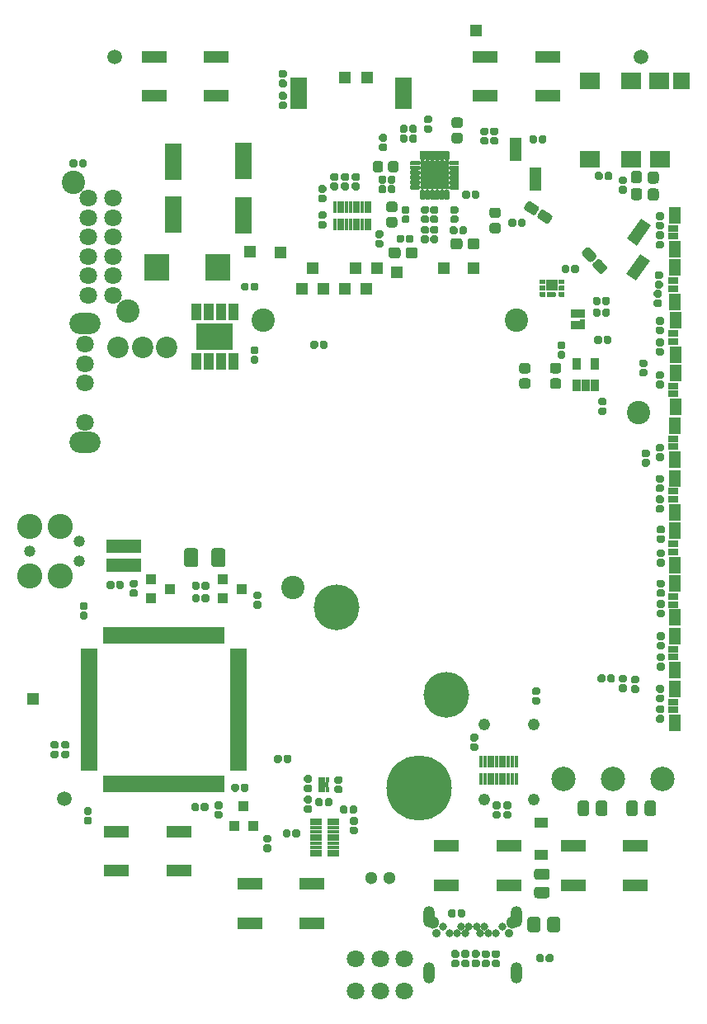
<source format=gbr>
G04 #@! TF.GenerationSoftware,KiCad,Pcbnew,5.1.6+dfsg1-1~bpo10+1*
G04 #@! TF.CreationDate,2021-06-28T17:41:37-04:00*
G04 #@! TF.ProjectId,RUSP_Mainboard,52555350-5f4d-4616-996e-626f6172642e,rev?*
G04 #@! TF.SameCoordinates,Original*
G04 #@! TF.FileFunction,Soldermask,Bot*
G04 #@! TF.FilePolarity,Negative*
%FSLAX46Y46*%
G04 Gerber Fmt 4.6, Leading zero omitted, Abs format (unit mm)*
G04 Created by KiCad (PCBNEW 5.1.6+dfsg1-1~bpo10+1) date 2021-06-28 17:41:37*
%MOMM*%
%LPD*%
G01*
G04 APERTURE LIST*
%ADD10C,0.010000*%
%ADD11C,4.700000*%
%ADD12C,6.700000*%
%ADD13R,1.000000X1.100000*%
%ADD14R,3.700000X2.810000*%
%ADD15R,1.000000X1.700000*%
%ADD16R,1.700000X3.200000*%
%ADD17R,0.400000X1.300000*%
%ADD18R,0.400000X1.200000*%
%ADD19C,1.220000*%
%ADD20R,2.600000X1.300000*%
%ADD21C,1.300000*%
%ADD22R,0.380000X0.550000*%
%ADD23R,1.140000X0.500000*%
%ADD24R,3.600000X1.400000*%
%ADD25O,1.200000X2.200000*%
%ADD26C,0.900000*%
%ADD27C,0.800000*%
%ADD28R,1.200000X1.700000*%
%ADD29R,1.000000X0.700000*%
%ADD30R,1.800000X3.700000*%
%ADD31C,2.575000*%
%ADD32C,1.191000*%
%ADD33C,2.500000*%
%ADD34R,1.400000X1.100000*%
%ADD35R,1.700000X0.500000*%
%ADD36R,0.500000X1.700000*%
%ADD37C,1.500000*%
%ADD38O,3.200000X2.200000*%
%ADD39C,1.800000*%
%ADD40C,2.400000*%
%ADD41R,0.480000X1.050000*%
%ADD42R,0.480000X0.950000*%
%ADD43R,0.850000X1.260000*%
%ADD44R,2.900000X2.900000*%
%ADD45C,0.100000*%
%ADD46R,1.200000X1.200000*%
%ADD47R,1.800000X1.800000*%
%ADD48R,2.000000X1.800000*%
%ADD49C,2.200000*%
%ADD50R,1.100000X1.000000*%
%ADD51R,2.570000X2.750000*%
%ADD52R,1.220000X2.490000*%
%ADD53R,1.300000X0.400000*%
%ADD54R,1.200000X0.400000*%
G04 APERTURE END LIST*
D10*
G36*
X166350000Y-82600000D02*
G01*
X166350000Y-82800000D01*
X166350137Y-82805234D01*
X166350548Y-82810453D01*
X166351231Y-82815643D01*
X166352185Y-82820791D01*
X166353407Y-82825882D01*
X166354894Y-82830902D01*
X166356642Y-82835837D01*
X166358645Y-82840674D01*
X166360899Y-82845399D01*
X166363397Y-82850000D01*
X166366133Y-82854464D01*
X166369098Y-82858779D01*
X166372285Y-82862932D01*
X166375686Y-82866913D01*
X166379289Y-82870711D01*
X166383087Y-82874314D01*
X166387068Y-82877715D01*
X166391221Y-82880902D01*
X166395536Y-82883867D01*
X166400000Y-82886603D01*
X166404601Y-82889101D01*
X166409326Y-82891355D01*
X166414163Y-82893358D01*
X166419098Y-82895106D01*
X166424118Y-82896593D01*
X166429209Y-82897815D01*
X166434357Y-82898769D01*
X166439547Y-82899452D01*
X166444766Y-82899863D01*
X166450000Y-82900000D01*
X166800000Y-82900000D01*
X166805234Y-82899863D01*
X166810453Y-82899452D01*
X166815643Y-82898769D01*
X166820791Y-82897815D01*
X166825882Y-82896593D01*
X166830902Y-82895106D01*
X166835837Y-82893358D01*
X166840674Y-82891355D01*
X166845399Y-82889101D01*
X166850000Y-82886603D01*
X166854464Y-82883867D01*
X166858779Y-82880902D01*
X166862932Y-82877715D01*
X166866913Y-82874314D01*
X166870711Y-82870711D01*
X166874314Y-82866913D01*
X166877715Y-82862932D01*
X166880902Y-82858779D01*
X166883867Y-82854464D01*
X166886603Y-82850000D01*
X166889101Y-82845399D01*
X166891355Y-82840674D01*
X166893358Y-82835837D01*
X166895106Y-82830902D01*
X166896593Y-82825882D01*
X166897815Y-82820791D01*
X166898769Y-82815643D01*
X166899452Y-82810453D01*
X166899863Y-82805234D01*
X166900000Y-82800000D01*
X166900000Y-82600000D01*
X166899863Y-82594766D01*
X166899452Y-82589547D01*
X166898769Y-82584357D01*
X166897815Y-82579209D01*
X166896593Y-82574118D01*
X166895106Y-82569098D01*
X166893358Y-82564163D01*
X166891355Y-82559326D01*
X166889101Y-82554601D01*
X166886603Y-82550000D01*
X166883867Y-82545536D01*
X166880902Y-82541221D01*
X166877715Y-82537068D01*
X166874314Y-82533087D01*
X166870711Y-82529289D01*
X166866913Y-82525686D01*
X166862932Y-82522285D01*
X166858779Y-82519098D01*
X166854464Y-82516133D01*
X166850000Y-82513397D01*
X166845399Y-82510899D01*
X166840674Y-82508645D01*
X166835837Y-82506642D01*
X166830902Y-82504894D01*
X166825882Y-82503407D01*
X166820791Y-82502185D01*
X166815643Y-82501231D01*
X166810453Y-82500548D01*
X166805234Y-82500137D01*
X166800000Y-82500000D01*
X166450000Y-82500000D01*
X166444766Y-82500137D01*
X166439547Y-82500548D01*
X166434357Y-82501231D01*
X166429209Y-82502185D01*
X166424118Y-82503407D01*
X166419098Y-82504894D01*
X166414163Y-82506642D01*
X166409326Y-82508645D01*
X166404601Y-82510899D01*
X166400000Y-82513397D01*
X166395536Y-82516133D01*
X166391221Y-82519098D01*
X166387068Y-82522285D01*
X166383087Y-82525686D01*
X166379289Y-82529289D01*
X166375686Y-82533087D01*
X166372285Y-82537068D01*
X166369098Y-82541221D01*
X166366133Y-82545536D01*
X166363397Y-82550000D01*
X166360899Y-82554601D01*
X166358645Y-82559326D01*
X166356642Y-82564163D01*
X166354894Y-82569098D01*
X166353407Y-82574118D01*
X166352185Y-82579209D01*
X166351231Y-82584357D01*
X166350548Y-82589547D01*
X166350137Y-82594766D01*
X166350000Y-82600000D01*
G37*
X166350000Y-82600000D02*
X166350000Y-82800000D01*
X166350137Y-82805234D01*
X166350548Y-82810453D01*
X166351231Y-82815643D01*
X166352185Y-82820791D01*
X166353407Y-82825882D01*
X166354894Y-82830902D01*
X166356642Y-82835837D01*
X166358645Y-82840674D01*
X166360899Y-82845399D01*
X166363397Y-82850000D01*
X166366133Y-82854464D01*
X166369098Y-82858779D01*
X166372285Y-82862932D01*
X166375686Y-82866913D01*
X166379289Y-82870711D01*
X166383087Y-82874314D01*
X166387068Y-82877715D01*
X166391221Y-82880902D01*
X166395536Y-82883867D01*
X166400000Y-82886603D01*
X166404601Y-82889101D01*
X166409326Y-82891355D01*
X166414163Y-82893358D01*
X166419098Y-82895106D01*
X166424118Y-82896593D01*
X166429209Y-82897815D01*
X166434357Y-82898769D01*
X166439547Y-82899452D01*
X166444766Y-82899863D01*
X166450000Y-82900000D01*
X166800000Y-82900000D01*
X166805234Y-82899863D01*
X166810453Y-82899452D01*
X166815643Y-82898769D01*
X166820791Y-82897815D01*
X166825882Y-82896593D01*
X166830902Y-82895106D01*
X166835837Y-82893358D01*
X166840674Y-82891355D01*
X166845399Y-82889101D01*
X166850000Y-82886603D01*
X166854464Y-82883867D01*
X166858779Y-82880902D01*
X166862932Y-82877715D01*
X166866913Y-82874314D01*
X166870711Y-82870711D01*
X166874314Y-82866913D01*
X166877715Y-82862932D01*
X166880902Y-82858779D01*
X166883867Y-82854464D01*
X166886603Y-82850000D01*
X166889101Y-82845399D01*
X166891355Y-82840674D01*
X166893358Y-82835837D01*
X166895106Y-82830902D01*
X166896593Y-82825882D01*
X166897815Y-82820791D01*
X166898769Y-82815643D01*
X166899452Y-82810453D01*
X166899863Y-82805234D01*
X166900000Y-82800000D01*
X166900000Y-82600000D01*
X166899863Y-82594766D01*
X166899452Y-82589547D01*
X166898769Y-82584357D01*
X166897815Y-82579209D01*
X166896593Y-82574118D01*
X166895106Y-82569098D01*
X166893358Y-82564163D01*
X166891355Y-82559326D01*
X166889101Y-82554601D01*
X166886603Y-82550000D01*
X166883867Y-82545536D01*
X166880902Y-82541221D01*
X166877715Y-82537068D01*
X166874314Y-82533087D01*
X166870711Y-82529289D01*
X166866913Y-82525686D01*
X166862932Y-82522285D01*
X166858779Y-82519098D01*
X166854464Y-82516133D01*
X166850000Y-82513397D01*
X166845399Y-82510899D01*
X166840674Y-82508645D01*
X166835837Y-82506642D01*
X166830902Y-82504894D01*
X166825882Y-82503407D01*
X166820791Y-82502185D01*
X166815643Y-82501231D01*
X166810453Y-82500548D01*
X166805234Y-82500137D01*
X166800000Y-82500000D01*
X166450000Y-82500000D01*
X166444766Y-82500137D01*
X166439547Y-82500548D01*
X166434357Y-82501231D01*
X166429209Y-82502185D01*
X166424118Y-82503407D01*
X166419098Y-82504894D01*
X166414163Y-82506642D01*
X166409326Y-82508645D01*
X166404601Y-82510899D01*
X166400000Y-82513397D01*
X166395536Y-82516133D01*
X166391221Y-82519098D01*
X166387068Y-82522285D01*
X166383087Y-82525686D01*
X166379289Y-82529289D01*
X166375686Y-82533087D01*
X166372285Y-82537068D01*
X166369098Y-82541221D01*
X166366133Y-82545536D01*
X166363397Y-82550000D01*
X166360899Y-82554601D01*
X166358645Y-82559326D01*
X166356642Y-82564163D01*
X166354894Y-82569098D01*
X166353407Y-82574118D01*
X166352185Y-82579209D01*
X166351231Y-82584357D01*
X166350548Y-82589547D01*
X166350137Y-82594766D01*
X166350000Y-82600000D01*
G36*
X168300000Y-82600000D02*
G01*
X168300000Y-82800000D01*
X168300137Y-82805234D01*
X168300548Y-82810453D01*
X168301231Y-82815643D01*
X168302185Y-82820791D01*
X168303407Y-82825882D01*
X168304894Y-82830902D01*
X168306642Y-82835837D01*
X168308645Y-82840674D01*
X168310899Y-82845399D01*
X168313397Y-82850000D01*
X168316133Y-82854464D01*
X168319098Y-82858779D01*
X168322285Y-82862932D01*
X168325686Y-82866913D01*
X168329289Y-82870711D01*
X168333087Y-82874314D01*
X168337068Y-82877715D01*
X168341221Y-82880902D01*
X168345536Y-82883867D01*
X168350000Y-82886603D01*
X168354601Y-82889101D01*
X168359326Y-82891355D01*
X168364163Y-82893358D01*
X168369098Y-82895106D01*
X168374118Y-82896593D01*
X168379209Y-82897815D01*
X168384357Y-82898769D01*
X168389547Y-82899452D01*
X168394766Y-82899863D01*
X168400000Y-82900000D01*
X168750000Y-82900000D01*
X168755234Y-82899863D01*
X168760453Y-82899452D01*
X168765643Y-82898769D01*
X168770791Y-82897815D01*
X168775882Y-82896593D01*
X168780902Y-82895106D01*
X168785837Y-82893358D01*
X168790674Y-82891355D01*
X168795399Y-82889101D01*
X168800000Y-82886603D01*
X168804464Y-82883867D01*
X168808779Y-82880902D01*
X168812932Y-82877715D01*
X168816913Y-82874314D01*
X168820711Y-82870711D01*
X168824314Y-82866913D01*
X168827715Y-82862932D01*
X168830902Y-82858779D01*
X168833867Y-82854464D01*
X168836603Y-82850000D01*
X168839101Y-82845399D01*
X168841355Y-82840674D01*
X168843358Y-82835837D01*
X168845106Y-82830902D01*
X168846593Y-82825882D01*
X168847815Y-82820791D01*
X168848769Y-82815643D01*
X168849452Y-82810453D01*
X168849863Y-82805234D01*
X168850000Y-82800000D01*
X168850000Y-82600000D01*
X168849863Y-82594766D01*
X168849452Y-82589547D01*
X168848769Y-82584357D01*
X168847815Y-82579209D01*
X168846593Y-82574118D01*
X168845106Y-82569098D01*
X168843358Y-82564163D01*
X168841355Y-82559326D01*
X168839101Y-82554601D01*
X168836603Y-82550000D01*
X168833867Y-82545536D01*
X168830902Y-82541221D01*
X168827715Y-82537068D01*
X168824314Y-82533087D01*
X168820711Y-82529289D01*
X168816913Y-82525686D01*
X168812932Y-82522285D01*
X168808779Y-82519098D01*
X168804464Y-82516133D01*
X168800000Y-82513397D01*
X168795399Y-82510899D01*
X168790674Y-82508645D01*
X168785837Y-82506642D01*
X168780902Y-82504894D01*
X168775882Y-82503407D01*
X168770791Y-82502185D01*
X168765643Y-82501231D01*
X168760453Y-82500548D01*
X168755234Y-82500137D01*
X168750000Y-82500000D01*
X168400000Y-82500000D01*
X168394766Y-82500137D01*
X168389547Y-82500548D01*
X168384357Y-82501231D01*
X168379209Y-82502185D01*
X168374118Y-82503407D01*
X168369098Y-82504894D01*
X168364163Y-82506642D01*
X168359326Y-82508645D01*
X168354601Y-82510899D01*
X168350000Y-82513397D01*
X168345536Y-82516133D01*
X168341221Y-82519098D01*
X168337068Y-82522285D01*
X168333087Y-82525686D01*
X168329289Y-82529289D01*
X168325686Y-82533087D01*
X168322285Y-82537068D01*
X168319098Y-82541221D01*
X168316133Y-82545536D01*
X168313397Y-82550000D01*
X168310899Y-82554601D01*
X168308645Y-82559326D01*
X168306642Y-82564163D01*
X168304894Y-82569098D01*
X168303407Y-82574118D01*
X168302185Y-82579209D01*
X168301231Y-82584357D01*
X168300548Y-82589547D01*
X168300137Y-82594766D01*
X168300000Y-82600000D01*
G37*
X168300000Y-82600000D02*
X168300000Y-82800000D01*
X168300137Y-82805234D01*
X168300548Y-82810453D01*
X168301231Y-82815643D01*
X168302185Y-82820791D01*
X168303407Y-82825882D01*
X168304894Y-82830902D01*
X168306642Y-82835837D01*
X168308645Y-82840674D01*
X168310899Y-82845399D01*
X168313397Y-82850000D01*
X168316133Y-82854464D01*
X168319098Y-82858779D01*
X168322285Y-82862932D01*
X168325686Y-82866913D01*
X168329289Y-82870711D01*
X168333087Y-82874314D01*
X168337068Y-82877715D01*
X168341221Y-82880902D01*
X168345536Y-82883867D01*
X168350000Y-82886603D01*
X168354601Y-82889101D01*
X168359326Y-82891355D01*
X168364163Y-82893358D01*
X168369098Y-82895106D01*
X168374118Y-82896593D01*
X168379209Y-82897815D01*
X168384357Y-82898769D01*
X168389547Y-82899452D01*
X168394766Y-82899863D01*
X168400000Y-82900000D01*
X168750000Y-82900000D01*
X168755234Y-82899863D01*
X168760453Y-82899452D01*
X168765643Y-82898769D01*
X168770791Y-82897815D01*
X168775882Y-82896593D01*
X168780902Y-82895106D01*
X168785837Y-82893358D01*
X168790674Y-82891355D01*
X168795399Y-82889101D01*
X168800000Y-82886603D01*
X168804464Y-82883867D01*
X168808779Y-82880902D01*
X168812932Y-82877715D01*
X168816913Y-82874314D01*
X168820711Y-82870711D01*
X168824314Y-82866913D01*
X168827715Y-82862932D01*
X168830902Y-82858779D01*
X168833867Y-82854464D01*
X168836603Y-82850000D01*
X168839101Y-82845399D01*
X168841355Y-82840674D01*
X168843358Y-82835837D01*
X168845106Y-82830902D01*
X168846593Y-82825882D01*
X168847815Y-82820791D01*
X168848769Y-82815643D01*
X168849452Y-82810453D01*
X168849863Y-82805234D01*
X168850000Y-82800000D01*
X168850000Y-82600000D01*
X168849863Y-82594766D01*
X168849452Y-82589547D01*
X168848769Y-82584357D01*
X168847815Y-82579209D01*
X168846593Y-82574118D01*
X168845106Y-82569098D01*
X168843358Y-82564163D01*
X168841355Y-82559326D01*
X168839101Y-82554601D01*
X168836603Y-82550000D01*
X168833867Y-82545536D01*
X168830902Y-82541221D01*
X168827715Y-82537068D01*
X168824314Y-82533087D01*
X168820711Y-82529289D01*
X168816913Y-82525686D01*
X168812932Y-82522285D01*
X168808779Y-82519098D01*
X168804464Y-82516133D01*
X168800000Y-82513397D01*
X168795399Y-82510899D01*
X168790674Y-82508645D01*
X168785837Y-82506642D01*
X168780902Y-82504894D01*
X168775882Y-82503407D01*
X168770791Y-82502185D01*
X168765643Y-82501231D01*
X168760453Y-82500548D01*
X168755234Y-82500137D01*
X168750000Y-82500000D01*
X168400000Y-82500000D01*
X168394766Y-82500137D01*
X168389547Y-82500548D01*
X168384357Y-82501231D01*
X168379209Y-82502185D01*
X168374118Y-82503407D01*
X168369098Y-82504894D01*
X168364163Y-82506642D01*
X168359326Y-82508645D01*
X168354601Y-82510899D01*
X168350000Y-82513397D01*
X168345536Y-82516133D01*
X168341221Y-82519098D01*
X168337068Y-82522285D01*
X168333087Y-82525686D01*
X168329289Y-82529289D01*
X168325686Y-82533087D01*
X168322285Y-82537068D01*
X168319098Y-82541221D01*
X168316133Y-82545536D01*
X168313397Y-82550000D01*
X168310899Y-82554601D01*
X168308645Y-82559326D01*
X168306642Y-82564163D01*
X168304894Y-82569098D01*
X168303407Y-82574118D01*
X168302185Y-82579209D01*
X168301231Y-82584357D01*
X168300548Y-82589547D01*
X168300137Y-82594766D01*
X168300000Y-82600000D01*
G36*
X168300000Y-81950000D02*
G01*
X168300000Y-82150000D01*
X168300137Y-82155234D01*
X168300548Y-82160453D01*
X168301231Y-82165643D01*
X168302185Y-82170791D01*
X168303407Y-82175882D01*
X168304894Y-82180902D01*
X168306642Y-82185837D01*
X168308645Y-82190674D01*
X168310899Y-82195399D01*
X168313397Y-82200000D01*
X168316133Y-82204464D01*
X168319098Y-82208779D01*
X168322285Y-82212932D01*
X168325686Y-82216913D01*
X168329289Y-82220711D01*
X168333087Y-82224314D01*
X168337068Y-82227715D01*
X168341221Y-82230902D01*
X168345536Y-82233867D01*
X168350000Y-82236603D01*
X168354601Y-82239101D01*
X168359326Y-82241355D01*
X168364163Y-82243358D01*
X168369098Y-82245106D01*
X168374118Y-82246593D01*
X168379209Y-82247815D01*
X168384357Y-82248769D01*
X168389547Y-82249452D01*
X168394766Y-82249863D01*
X168400000Y-82250000D01*
X168750000Y-82250000D01*
X168755234Y-82249863D01*
X168760453Y-82249452D01*
X168765643Y-82248769D01*
X168770791Y-82247815D01*
X168775882Y-82246593D01*
X168780902Y-82245106D01*
X168785837Y-82243358D01*
X168790674Y-82241355D01*
X168795399Y-82239101D01*
X168800000Y-82236603D01*
X168804464Y-82233867D01*
X168808779Y-82230902D01*
X168812932Y-82227715D01*
X168816913Y-82224314D01*
X168820711Y-82220711D01*
X168824314Y-82216913D01*
X168827715Y-82212932D01*
X168830902Y-82208779D01*
X168833867Y-82204464D01*
X168836603Y-82200000D01*
X168839101Y-82195399D01*
X168841355Y-82190674D01*
X168843358Y-82185837D01*
X168845106Y-82180902D01*
X168846593Y-82175882D01*
X168847815Y-82170791D01*
X168848769Y-82165643D01*
X168849452Y-82160453D01*
X168849863Y-82155234D01*
X168850000Y-82150000D01*
X168850000Y-81950000D01*
X168849863Y-81944766D01*
X168849452Y-81939547D01*
X168848769Y-81934357D01*
X168847815Y-81929209D01*
X168846593Y-81924118D01*
X168845106Y-81919098D01*
X168843358Y-81914163D01*
X168841355Y-81909326D01*
X168839101Y-81904601D01*
X168836603Y-81900000D01*
X168833867Y-81895536D01*
X168830902Y-81891221D01*
X168827715Y-81887068D01*
X168824314Y-81883087D01*
X168820711Y-81879289D01*
X168816913Y-81875686D01*
X168812932Y-81872285D01*
X168808779Y-81869098D01*
X168804464Y-81866133D01*
X168800000Y-81863397D01*
X168795399Y-81860899D01*
X168790674Y-81858645D01*
X168785837Y-81856642D01*
X168780902Y-81854894D01*
X168775882Y-81853407D01*
X168770791Y-81852185D01*
X168765643Y-81851231D01*
X168760453Y-81850548D01*
X168755234Y-81850137D01*
X168750000Y-81850000D01*
X168400000Y-81850000D01*
X168394766Y-81850137D01*
X168389547Y-81850548D01*
X168384357Y-81851231D01*
X168379209Y-81852185D01*
X168374118Y-81853407D01*
X168369098Y-81854894D01*
X168364163Y-81856642D01*
X168359326Y-81858645D01*
X168354601Y-81860899D01*
X168350000Y-81863397D01*
X168345536Y-81866133D01*
X168341221Y-81869098D01*
X168337068Y-81872285D01*
X168333087Y-81875686D01*
X168329289Y-81879289D01*
X168325686Y-81883087D01*
X168322285Y-81887068D01*
X168319098Y-81891221D01*
X168316133Y-81895536D01*
X168313397Y-81900000D01*
X168310899Y-81904601D01*
X168308645Y-81909326D01*
X168306642Y-81914163D01*
X168304894Y-81919098D01*
X168303407Y-81924118D01*
X168302185Y-81929209D01*
X168301231Y-81934357D01*
X168300548Y-81939547D01*
X168300137Y-81944766D01*
X168300000Y-81950000D01*
G37*
X168300000Y-81950000D02*
X168300000Y-82150000D01*
X168300137Y-82155234D01*
X168300548Y-82160453D01*
X168301231Y-82165643D01*
X168302185Y-82170791D01*
X168303407Y-82175882D01*
X168304894Y-82180902D01*
X168306642Y-82185837D01*
X168308645Y-82190674D01*
X168310899Y-82195399D01*
X168313397Y-82200000D01*
X168316133Y-82204464D01*
X168319098Y-82208779D01*
X168322285Y-82212932D01*
X168325686Y-82216913D01*
X168329289Y-82220711D01*
X168333087Y-82224314D01*
X168337068Y-82227715D01*
X168341221Y-82230902D01*
X168345536Y-82233867D01*
X168350000Y-82236603D01*
X168354601Y-82239101D01*
X168359326Y-82241355D01*
X168364163Y-82243358D01*
X168369098Y-82245106D01*
X168374118Y-82246593D01*
X168379209Y-82247815D01*
X168384357Y-82248769D01*
X168389547Y-82249452D01*
X168394766Y-82249863D01*
X168400000Y-82250000D01*
X168750000Y-82250000D01*
X168755234Y-82249863D01*
X168760453Y-82249452D01*
X168765643Y-82248769D01*
X168770791Y-82247815D01*
X168775882Y-82246593D01*
X168780902Y-82245106D01*
X168785837Y-82243358D01*
X168790674Y-82241355D01*
X168795399Y-82239101D01*
X168800000Y-82236603D01*
X168804464Y-82233867D01*
X168808779Y-82230902D01*
X168812932Y-82227715D01*
X168816913Y-82224314D01*
X168820711Y-82220711D01*
X168824314Y-82216913D01*
X168827715Y-82212932D01*
X168830902Y-82208779D01*
X168833867Y-82204464D01*
X168836603Y-82200000D01*
X168839101Y-82195399D01*
X168841355Y-82190674D01*
X168843358Y-82185837D01*
X168845106Y-82180902D01*
X168846593Y-82175882D01*
X168847815Y-82170791D01*
X168848769Y-82165643D01*
X168849452Y-82160453D01*
X168849863Y-82155234D01*
X168850000Y-82150000D01*
X168850000Y-81950000D01*
X168849863Y-81944766D01*
X168849452Y-81939547D01*
X168848769Y-81934357D01*
X168847815Y-81929209D01*
X168846593Y-81924118D01*
X168845106Y-81919098D01*
X168843358Y-81914163D01*
X168841355Y-81909326D01*
X168839101Y-81904601D01*
X168836603Y-81900000D01*
X168833867Y-81895536D01*
X168830902Y-81891221D01*
X168827715Y-81887068D01*
X168824314Y-81883087D01*
X168820711Y-81879289D01*
X168816913Y-81875686D01*
X168812932Y-81872285D01*
X168808779Y-81869098D01*
X168804464Y-81866133D01*
X168800000Y-81863397D01*
X168795399Y-81860899D01*
X168790674Y-81858645D01*
X168785837Y-81856642D01*
X168780902Y-81854894D01*
X168775882Y-81853407D01*
X168770791Y-81852185D01*
X168765643Y-81851231D01*
X168760453Y-81850548D01*
X168755234Y-81850137D01*
X168750000Y-81850000D01*
X168400000Y-81850000D01*
X168394766Y-81850137D01*
X168389547Y-81850548D01*
X168384357Y-81851231D01*
X168379209Y-81852185D01*
X168374118Y-81853407D01*
X168369098Y-81854894D01*
X168364163Y-81856642D01*
X168359326Y-81858645D01*
X168354601Y-81860899D01*
X168350000Y-81863397D01*
X168345536Y-81866133D01*
X168341221Y-81869098D01*
X168337068Y-81872285D01*
X168333087Y-81875686D01*
X168329289Y-81879289D01*
X168325686Y-81883087D01*
X168322285Y-81887068D01*
X168319098Y-81891221D01*
X168316133Y-81895536D01*
X168313397Y-81900000D01*
X168310899Y-81904601D01*
X168308645Y-81909326D01*
X168306642Y-81914163D01*
X168304894Y-81919098D01*
X168303407Y-81924118D01*
X168302185Y-81929209D01*
X168301231Y-81934357D01*
X168300548Y-81939547D01*
X168300137Y-81944766D01*
X168300000Y-81950000D01*
G36*
X168300000Y-83250000D02*
G01*
X168300000Y-83450000D01*
X168300137Y-83455234D01*
X168300548Y-83460453D01*
X168301231Y-83465643D01*
X168302185Y-83470791D01*
X168303407Y-83475882D01*
X168304894Y-83480902D01*
X168306642Y-83485837D01*
X168308645Y-83490674D01*
X168310899Y-83495399D01*
X168313397Y-83500000D01*
X168316133Y-83504464D01*
X168319098Y-83508779D01*
X168322285Y-83512932D01*
X168325686Y-83516913D01*
X168329289Y-83520711D01*
X168333087Y-83524314D01*
X168337068Y-83527715D01*
X168341221Y-83530902D01*
X168345536Y-83533867D01*
X168350000Y-83536603D01*
X168354601Y-83539101D01*
X168359326Y-83541355D01*
X168364163Y-83543358D01*
X168369098Y-83545106D01*
X168374118Y-83546593D01*
X168379209Y-83547815D01*
X168384357Y-83548769D01*
X168389547Y-83549452D01*
X168394766Y-83549863D01*
X168400000Y-83550000D01*
X168750000Y-83550000D01*
X168755234Y-83549863D01*
X168760453Y-83549452D01*
X168765643Y-83548769D01*
X168770791Y-83547815D01*
X168775882Y-83546593D01*
X168780902Y-83545106D01*
X168785837Y-83543358D01*
X168790674Y-83541355D01*
X168795399Y-83539101D01*
X168800000Y-83536603D01*
X168804464Y-83533867D01*
X168808779Y-83530902D01*
X168812932Y-83527715D01*
X168816913Y-83524314D01*
X168820711Y-83520711D01*
X168824314Y-83516913D01*
X168827715Y-83512932D01*
X168830902Y-83508779D01*
X168833867Y-83504464D01*
X168836603Y-83500000D01*
X168839101Y-83495399D01*
X168841355Y-83490674D01*
X168843358Y-83485837D01*
X168845106Y-83480902D01*
X168846593Y-83475882D01*
X168847815Y-83470791D01*
X168848769Y-83465643D01*
X168849452Y-83460453D01*
X168849863Y-83455234D01*
X168850000Y-83450000D01*
X168850000Y-83250000D01*
X168849863Y-83244766D01*
X168849452Y-83239547D01*
X168848769Y-83234357D01*
X168847815Y-83229209D01*
X168846593Y-83224118D01*
X168845106Y-83219098D01*
X168843358Y-83214163D01*
X168841355Y-83209326D01*
X168839101Y-83204601D01*
X168836603Y-83200000D01*
X168833867Y-83195536D01*
X168830902Y-83191221D01*
X168827715Y-83187068D01*
X168824314Y-83183087D01*
X168820711Y-83179289D01*
X168816913Y-83175686D01*
X168812932Y-83172285D01*
X168808779Y-83169098D01*
X168804464Y-83166133D01*
X168800000Y-83163397D01*
X168795399Y-83160899D01*
X168790674Y-83158645D01*
X168785837Y-83156642D01*
X168780902Y-83154894D01*
X168775882Y-83153407D01*
X168770791Y-83152185D01*
X168765643Y-83151231D01*
X168760453Y-83150548D01*
X168755234Y-83150137D01*
X168750000Y-83150000D01*
X168400000Y-83150000D01*
X168394766Y-83150137D01*
X168389547Y-83150548D01*
X168384357Y-83151231D01*
X168379209Y-83152185D01*
X168374118Y-83153407D01*
X168369098Y-83154894D01*
X168364163Y-83156642D01*
X168359326Y-83158645D01*
X168354601Y-83160899D01*
X168350000Y-83163397D01*
X168345536Y-83166133D01*
X168341221Y-83169098D01*
X168337068Y-83172285D01*
X168333087Y-83175686D01*
X168329289Y-83179289D01*
X168325686Y-83183087D01*
X168322285Y-83187068D01*
X168319098Y-83191221D01*
X168316133Y-83195536D01*
X168313397Y-83200000D01*
X168310899Y-83204601D01*
X168308645Y-83209326D01*
X168306642Y-83214163D01*
X168304894Y-83219098D01*
X168303407Y-83224118D01*
X168302185Y-83229209D01*
X168301231Y-83234357D01*
X168300548Y-83239547D01*
X168300137Y-83244766D01*
X168300000Y-83250000D01*
G37*
X168300000Y-83250000D02*
X168300000Y-83450000D01*
X168300137Y-83455234D01*
X168300548Y-83460453D01*
X168301231Y-83465643D01*
X168302185Y-83470791D01*
X168303407Y-83475882D01*
X168304894Y-83480902D01*
X168306642Y-83485837D01*
X168308645Y-83490674D01*
X168310899Y-83495399D01*
X168313397Y-83500000D01*
X168316133Y-83504464D01*
X168319098Y-83508779D01*
X168322285Y-83512932D01*
X168325686Y-83516913D01*
X168329289Y-83520711D01*
X168333087Y-83524314D01*
X168337068Y-83527715D01*
X168341221Y-83530902D01*
X168345536Y-83533867D01*
X168350000Y-83536603D01*
X168354601Y-83539101D01*
X168359326Y-83541355D01*
X168364163Y-83543358D01*
X168369098Y-83545106D01*
X168374118Y-83546593D01*
X168379209Y-83547815D01*
X168384357Y-83548769D01*
X168389547Y-83549452D01*
X168394766Y-83549863D01*
X168400000Y-83550000D01*
X168750000Y-83550000D01*
X168755234Y-83549863D01*
X168760453Y-83549452D01*
X168765643Y-83548769D01*
X168770791Y-83547815D01*
X168775882Y-83546593D01*
X168780902Y-83545106D01*
X168785837Y-83543358D01*
X168790674Y-83541355D01*
X168795399Y-83539101D01*
X168800000Y-83536603D01*
X168804464Y-83533867D01*
X168808779Y-83530902D01*
X168812932Y-83527715D01*
X168816913Y-83524314D01*
X168820711Y-83520711D01*
X168824314Y-83516913D01*
X168827715Y-83512932D01*
X168830902Y-83508779D01*
X168833867Y-83504464D01*
X168836603Y-83500000D01*
X168839101Y-83495399D01*
X168841355Y-83490674D01*
X168843358Y-83485837D01*
X168845106Y-83480902D01*
X168846593Y-83475882D01*
X168847815Y-83470791D01*
X168848769Y-83465643D01*
X168849452Y-83460453D01*
X168849863Y-83455234D01*
X168850000Y-83450000D01*
X168850000Y-83250000D01*
X168849863Y-83244766D01*
X168849452Y-83239547D01*
X168848769Y-83234357D01*
X168847815Y-83229209D01*
X168846593Y-83224118D01*
X168845106Y-83219098D01*
X168843358Y-83214163D01*
X168841355Y-83209326D01*
X168839101Y-83204601D01*
X168836603Y-83200000D01*
X168833867Y-83195536D01*
X168830902Y-83191221D01*
X168827715Y-83187068D01*
X168824314Y-83183087D01*
X168820711Y-83179289D01*
X168816913Y-83175686D01*
X168812932Y-83172285D01*
X168808779Y-83169098D01*
X168804464Y-83166133D01*
X168800000Y-83163397D01*
X168795399Y-83160899D01*
X168790674Y-83158645D01*
X168785837Y-83156642D01*
X168780902Y-83154894D01*
X168775882Y-83153407D01*
X168770791Y-83152185D01*
X168765643Y-83151231D01*
X168760453Y-83150548D01*
X168755234Y-83150137D01*
X168750000Y-83150000D01*
X168400000Y-83150000D01*
X168394766Y-83150137D01*
X168389547Y-83150548D01*
X168384357Y-83151231D01*
X168379209Y-83152185D01*
X168374118Y-83153407D01*
X168369098Y-83154894D01*
X168364163Y-83156642D01*
X168359326Y-83158645D01*
X168354601Y-83160899D01*
X168350000Y-83163397D01*
X168345536Y-83166133D01*
X168341221Y-83169098D01*
X168337068Y-83172285D01*
X168333087Y-83175686D01*
X168329289Y-83179289D01*
X168325686Y-83183087D01*
X168322285Y-83187068D01*
X168319098Y-83191221D01*
X168316133Y-83195536D01*
X168313397Y-83200000D01*
X168310899Y-83204601D01*
X168308645Y-83209326D01*
X168306642Y-83214163D01*
X168304894Y-83219098D01*
X168303407Y-83224118D01*
X168302185Y-83229209D01*
X168301231Y-83234357D01*
X168300548Y-83239547D01*
X168300137Y-83244766D01*
X168300000Y-83250000D01*
G36*
X166350000Y-81950000D02*
G01*
X166350000Y-82150000D01*
X166350137Y-82155234D01*
X166350548Y-82160453D01*
X166351231Y-82165643D01*
X166352185Y-82170791D01*
X166353407Y-82175882D01*
X166354894Y-82180902D01*
X166356642Y-82185837D01*
X166358645Y-82190674D01*
X166360899Y-82195399D01*
X166363397Y-82200000D01*
X166366133Y-82204464D01*
X166369098Y-82208779D01*
X166372285Y-82212932D01*
X166375686Y-82216913D01*
X166379289Y-82220711D01*
X166383087Y-82224314D01*
X166387068Y-82227715D01*
X166391221Y-82230902D01*
X166395536Y-82233867D01*
X166400000Y-82236603D01*
X166404601Y-82239101D01*
X166409326Y-82241355D01*
X166414163Y-82243358D01*
X166419098Y-82245106D01*
X166424118Y-82246593D01*
X166429209Y-82247815D01*
X166434357Y-82248769D01*
X166439547Y-82249452D01*
X166444766Y-82249863D01*
X166450000Y-82250000D01*
X166800000Y-82250000D01*
X166805234Y-82249863D01*
X166810453Y-82249452D01*
X166815643Y-82248769D01*
X166820791Y-82247815D01*
X166825882Y-82246593D01*
X166830902Y-82245106D01*
X166835837Y-82243358D01*
X166840674Y-82241355D01*
X166845399Y-82239101D01*
X166850000Y-82236603D01*
X166854464Y-82233867D01*
X166858779Y-82230902D01*
X166862932Y-82227715D01*
X166866913Y-82224314D01*
X166870711Y-82220711D01*
X166874314Y-82216913D01*
X166877715Y-82212932D01*
X166880902Y-82208779D01*
X166883867Y-82204464D01*
X166886603Y-82200000D01*
X166889101Y-82195399D01*
X166891355Y-82190674D01*
X166893358Y-82185837D01*
X166895106Y-82180902D01*
X166896593Y-82175882D01*
X166897815Y-82170791D01*
X166898769Y-82165643D01*
X166899452Y-82160453D01*
X166899863Y-82155234D01*
X166900000Y-82150000D01*
X166900000Y-81950000D01*
X166899863Y-81944766D01*
X166899452Y-81939547D01*
X166898769Y-81934357D01*
X166897815Y-81929209D01*
X166896593Y-81924118D01*
X166895106Y-81919098D01*
X166893358Y-81914163D01*
X166891355Y-81909326D01*
X166889101Y-81904601D01*
X166886603Y-81900000D01*
X166883867Y-81895536D01*
X166880902Y-81891221D01*
X166877715Y-81887068D01*
X166874314Y-81883087D01*
X166870711Y-81879289D01*
X166866913Y-81875686D01*
X166862932Y-81872285D01*
X166858779Y-81869098D01*
X166854464Y-81866133D01*
X166850000Y-81863397D01*
X166845399Y-81860899D01*
X166840674Y-81858645D01*
X166835837Y-81856642D01*
X166830902Y-81854894D01*
X166825882Y-81853407D01*
X166820791Y-81852185D01*
X166815643Y-81851231D01*
X166810453Y-81850548D01*
X166805234Y-81850137D01*
X166800000Y-81850000D01*
X166450000Y-81850000D01*
X166444766Y-81850137D01*
X166439547Y-81850548D01*
X166434357Y-81851231D01*
X166429209Y-81852185D01*
X166424118Y-81853407D01*
X166419098Y-81854894D01*
X166414163Y-81856642D01*
X166409326Y-81858645D01*
X166404601Y-81860899D01*
X166400000Y-81863397D01*
X166395536Y-81866133D01*
X166391221Y-81869098D01*
X166387068Y-81872285D01*
X166383087Y-81875686D01*
X166379289Y-81879289D01*
X166375686Y-81883087D01*
X166372285Y-81887068D01*
X166369098Y-81891221D01*
X166366133Y-81895536D01*
X166363397Y-81900000D01*
X166360899Y-81904601D01*
X166358645Y-81909326D01*
X166356642Y-81914163D01*
X166354894Y-81919098D01*
X166353407Y-81924118D01*
X166352185Y-81929209D01*
X166351231Y-81934357D01*
X166350548Y-81939547D01*
X166350137Y-81944766D01*
X166350000Y-81950000D01*
G37*
X166350000Y-81950000D02*
X166350000Y-82150000D01*
X166350137Y-82155234D01*
X166350548Y-82160453D01*
X166351231Y-82165643D01*
X166352185Y-82170791D01*
X166353407Y-82175882D01*
X166354894Y-82180902D01*
X166356642Y-82185837D01*
X166358645Y-82190674D01*
X166360899Y-82195399D01*
X166363397Y-82200000D01*
X166366133Y-82204464D01*
X166369098Y-82208779D01*
X166372285Y-82212932D01*
X166375686Y-82216913D01*
X166379289Y-82220711D01*
X166383087Y-82224314D01*
X166387068Y-82227715D01*
X166391221Y-82230902D01*
X166395536Y-82233867D01*
X166400000Y-82236603D01*
X166404601Y-82239101D01*
X166409326Y-82241355D01*
X166414163Y-82243358D01*
X166419098Y-82245106D01*
X166424118Y-82246593D01*
X166429209Y-82247815D01*
X166434357Y-82248769D01*
X166439547Y-82249452D01*
X166444766Y-82249863D01*
X166450000Y-82250000D01*
X166800000Y-82250000D01*
X166805234Y-82249863D01*
X166810453Y-82249452D01*
X166815643Y-82248769D01*
X166820791Y-82247815D01*
X166825882Y-82246593D01*
X166830902Y-82245106D01*
X166835837Y-82243358D01*
X166840674Y-82241355D01*
X166845399Y-82239101D01*
X166850000Y-82236603D01*
X166854464Y-82233867D01*
X166858779Y-82230902D01*
X166862932Y-82227715D01*
X166866913Y-82224314D01*
X166870711Y-82220711D01*
X166874314Y-82216913D01*
X166877715Y-82212932D01*
X166880902Y-82208779D01*
X166883867Y-82204464D01*
X166886603Y-82200000D01*
X166889101Y-82195399D01*
X166891355Y-82190674D01*
X166893358Y-82185837D01*
X166895106Y-82180902D01*
X166896593Y-82175882D01*
X166897815Y-82170791D01*
X166898769Y-82165643D01*
X166899452Y-82160453D01*
X166899863Y-82155234D01*
X166900000Y-82150000D01*
X166900000Y-81950000D01*
X166899863Y-81944766D01*
X166899452Y-81939547D01*
X166898769Y-81934357D01*
X166897815Y-81929209D01*
X166896593Y-81924118D01*
X166895106Y-81919098D01*
X166893358Y-81914163D01*
X166891355Y-81909326D01*
X166889101Y-81904601D01*
X166886603Y-81900000D01*
X166883867Y-81895536D01*
X166880902Y-81891221D01*
X166877715Y-81887068D01*
X166874314Y-81883087D01*
X166870711Y-81879289D01*
X166866913Y-81875686D01*
X166862932Y-81872285D01*
X166858779Y-81869098D01*
X166854464Y-81866133D01*
X166850000Y-81863397D01*
X166845399Y-81860899D01*
X166840674Y-81858645D01*
X166835837Y-81856642D01*
X166830902Y-81854894D01*
X166825882Y-81853407D01*
X166820791Y-81852185D01*
X166815643Y-81851231D01*
X166810453Y-81850548D01*
X166805234Y-81850137D01*
X166800000Y-81850000D01*
X166450000Y-81850000D01*
X166444766Y-81850137D01*
X166439547Y-81850548D01*
X166434357Y-81851231D01*
X166429209Y-81852185D01*
X166424118Y-81853407D01*
X166419098Y-81854894D01*
X166414163Y-81856642D01*
X166409326Y-81858645D01*
X166404601Y-81860899D01*
X166400000Y-81863397D01*
X166395536Y-81866133D01*
X166391221Y-81869098D01*
X166387068Y-81872285D01*
X166383087Y-81875686D01*
X166379289Y-81879289D01*
X166375686Y-81883087D01*
X166372285Y-81887068D01*
X166369098Y-81891221D01*
X166366133Y-81895536D01*
X166363397Y-81900000D01*
X166360899Y-81904601D01*
X166358645Y-81909326D01*
X166356642Y-81914163D01*
X166354894Y-81919098D01*
X166353407Y-81924118D01*
X166352185Y-81929209D01*
X166351231Y-81934357D01*
X166350548Y-81939547D01*
X166350137Y-81944766D01*
X166350000Y-81950000D01*
G36*
X166350000Y-83250000D02*
G01*
X166350000Y-83450000D01*
X166350137Y-83455234D01*
X166350548Y-83460453D01*
X166351231Y-83465643D01*
X166352185Y-83470791D01*
X166353407Y-83475882D01*
X166354894Y-83480902D01*
X166356642Y-83485837D01*
X166358645Y-83490674D01*
X166360899Y-83495399D01*
X166363397Y-83500000D01*
X166366133Y-83504464D01*
X166369098Y-83508779D01*
X166372285Y-83512932D01*
X166375686Y-83516913D01*
X166379289Y-83520711D01*
X166383087Y-83524314D01*
X166387068Y-83527715D01*
X166391221Y-83530902D01*
X166395536Y-83533867D01*
X166400000Y-83536603D01*
X166404601Y-83539101D01*
X166409326Y-83541355D01*
X166414163Y-83543358D01*
X166419098Y-83545106D01*
X166424118Y-83546593D01*
X166429209Y-83547815D01*
X166434357Y-83548769D01*
X166439547Y-83549452D01*
X166444766Y-83549863D01*
X166450000Y-83550000D01*
X166800000Y-83550000D01*
X166805234Y-83549863D01*
X166810453Y-83549452D01*
X166815643Y-83548769D01*
X166820791Y-83547815D01*
X166825882Y-83546593D01*
X166830902Y-83545106D01*
X166835837Y-83543358D01*
X166840674Y-83541355D01*
X166845399Y-83539101D01*
X166850000Y-83536603D01*
X166854464Y-83533867D01*
X166858779Y-83530902D01*
X166862932Y-83527715D01*
X166866913Y-83524314D01*
X166870711Y-83520711D01*
X166874314Y-83516913D01*
X166877715Y-83512932D01*
X166880902Y-83508779D01*
X166883867Y-83504464D01*
X166886603Y-83500000D01*
X166889101Y-83495399D01*
X166891355Y-83490674D01*
X166893358Y-83485837D01*
X166895106Y-83480902D01*
X166896593Y-83475882D01*
X166897815Y-83470791D01*
X166898769Y-83465643D01*
X166899452Y-83460453D01*
X166899863Y-83455234D01*
X166900000Y-83450000D01*
X166900000Y-83250000D01*
X166899863Y-83244766D01*
X166899452Y-83239547D01*
X166898769Y-83234357D01*
X166897815Y-83229209D01*
X166896593Y-83224118D01*
X166895106Y-83219098D01*
X166893358Y-83214163D01*
X166891355Y-83209326D01*
X166889101Y-83204601D01*
X166886603Y-83200000D01*
X166883867Y-83195536D01*
X166880902Y-83191221D01*
X166877715Y-83187068D01*
X166874314Y-83183087D01*
X166870711Y-83179289D01*
X166866913Y-83175686D01*
X166862932Y-83172285D01*
X166858779Y-83169098D01*
X166854464Y-83166133D01*
X166850000Y-83163397D01*
X166845399Y-83160899D01*
X166840674Y-83158645D01*
X166835837Y-83156642D01*
X166830902Y-83154894D01*
X166825882Y-83153407D01*
X166820791Y-83152185D01*
X166815643Y-83151231D01*
X166810453Y-83150548D01*
X166805234Y-83150137D01*
X166800000Y-83150000D01*
X166450000Y-83150000D01*
X166444766Y-83150137D01*
X166439547Y-83150548D01*
X166434357Y-83151231D01*
X166429209Y-83152185D01*
X166424118Y-83153407D01*
X166419098Y-83154894D01*
X166414163Y-83156642D01*
X166409326Y-83158645D01*
X166404601Y-83160899D01*
X166400000Y-83163397D01*
X166395536Y-83166133D01*
X166391221Y-83169098D01*
X166387068Y-83172285D01*
X166383087Y-83175686D01*
X166379289Y-83179289D01*
X166375686Y-83183087D01*
X166372285Y-83187068D01*
X166369098Y-83191221D01*
X166366133Y-83195536D01*
X166363397Y-83200000D01*
X166360899Y-83204601D01*
X166358645Y-83209326D01*
X166356642Y-83214163D01*
X166354894Y-83219098D01*
X166353407Y-83224118D01*
X166352185Y-83229209D01*
X166351231Y-83234357D01*
X166350548Y-83239547D01*
X166350137Y-83244766D01*
X166350000Y-83250000D01*
G37*
X166350000Y-83250000D02*
X166350000Y-83450000D01*
X166350137Y-83455234D01*
X166350548Y-83460453D01*
X166351231Y-83465643D01*
X166352185Y-83470791D01*
X166353407Y-83475882D01*
X166354894Y-83480902D01*
X166356642Y-83485837D01*
X166358645Y-83490674D01*
X166360899Y-83495399D01*
X166363397Y-83500000D01*
X166366133Y-83504464D01*
X166369098Y-83508779D01*
X166372285Y-83512932D01*
X166375686Y-83516913D01*
X166379289Y-83520711D01*
X166383087Y-83524314D01*
X166387068Y-83527715D01*
X166391221Y-83530902D01*
X166395536Y-83533867D01*
X166400000Y-83536603D01*
X166404601Y-83539101D01*
X166409326Y-83541355D01*
X166414163Y-83543358D01*
X166419098Y-83545106D01*
X166424118Y-83546593D01*
X166429209Y-83547815D01*
X166434357Y-83548769D01*
X166439547Y-83549452D01*
X166444766Y-83549863D01*
X166450000Y-83550000D01*
X166800000Y-83550000D01*
X166805234Y-83549863D01*
X166810453Y-83549452D01*
X166815643Y-83548769D01*
X166820791Y-83547815D01*
X166825882Y-83546593D01*
X166830902Y-83545106D01*
X166835837Y-83543358D01*
X166840674Y-83541355D01*
X166845399Y-83539101D01*
X166850000Y-83536603D01*
X166854464Y-83533867D01*
X166858779Y-83530902D01*
X166862932Y-83527715D01*
X166866913Y-83524314D01*
X166870711Y-83520711D01*
X166874314Y-83516913D01*
X166877715Y-83512932D01*
X166880902Y-83508779D01*
X166883867Y-83504464D01*
X166886603Y-83500000D01*
X166889101Y-83495399D01*
X166891355Y-83490674D01*
X166893358Y-83485837D01*
X166895106Y-83480902D01*
X166896593Y-83475882D01*
X166897815Y-83470791D01*
X166898769Y-83465643D01*
X166899452Y-83460453D01*
X166899863Y-83455234D01*
X166900000Y-83450000D01*
X166900000Y-83250000D01*
X166899863Y-83244766D01*
X166899452Y-83239547D01*
X166898769Y-83234357D01*
X166897815Y-83229209D01*
X166896593Y-83224118D01*
X166895106Y-83219098D01*
X166893358Y-83214163D01*
X166891355Y-83209326D01*
X166889101Y-83204601D01*
X166886603Y-83200000D01*
X166883867Y-83195536D01*
X166880902Y-83191221D01*
X166877715Y-83187068D01*
X166874314Y-83183087D01*
X166870711Y-83179289D01*
X166866913Y-83175686D01*
X166862932Y-83172285D01*
X166858779Y-83169098D01*
X166854464Y-83166133D01*
X166850000Y-83163397D01*
X166845399Y-83160899D01*
X166840674Y-83158645D01*
X166835837Y-83156642D01*
X166830902Y-83154894D01*
X166825882Y-83153407D01*
X166820791Y-83152185D01*
X166815643Y-83151231D01*
X166810453Y-83150548D01*
X166805234Y-83150137D01*
X166800000Y-83150000D01*
X166450000Y-83150000D01*
X166444766Y-83150137D01*
X166439547Y-83150548D01*
X166434357Y-83151231D01*
X166429209Y-83152185D01*
X166424118Y-83153407D01*
X166419098Y-83154894D01*
X166414163Y-83156642D01*
X166409326Y-83158645D01*
X166404601Y-83160899D01*
X166400000Y-83163397D01*
X166395536Y-83166133D01*
X166391221Y-83169098D01*
X166387068Y-83172285D01*
X166383087Y-83175686D01*
X166379289Y-83179289D01*
X166375686Y-83183087D01*
X166372285Y-83187068D01*
X166369098Y-83191221D01*
X166366133Y-83195536D01*
X166363397Y-83200000D01*
X166360899Y-83204601D01*
X166358645Y-83209326D01*
X166356642Y-83214163D01*
X166354894Y-83219098D01*
X166353407Y-83224118D01*
X166352185Y-83229209D01*
X166351231Y-83234357D01*
X166350548Y-83239547D01*
X166350137Y-83244766D01*
X166350000Y-83250000D01*
G36*
X167150000Y-82900000D02*
G01*
X168050000Y-82900000D01*
X168055234Y-82899863D01*
X168060453Y-82899452D01*
X168065643Y-82898769D01*
X168070791Y-82897815D01*
X168075882Y-82896593D01*
X168080902Y-82895106D01*
X168085837Y-82893358D01*
X168090674Y-82891355D01*
X168095399Y-82889101D01*
X168100000Y-82886603D01*
X168104464Y-82883867D01*
X168108779Y-82880902D01*
X168112932Y-82877715D01*
X168116913Y-82874314D01*
X168120711Y-82870711D01*
X168124314Y-82866913D01*
X168127715Y-82862932D01*
X168130902Y-82858779D01*
X168133867Y-82854464D01*
X168136603Y-82850000D01*
X168139101Y-82845399D01*
X168141355Y-82840674D01*
X168143358Y-82835837D01*
X168145106Y-82830902D01*
X168146593Y-82825882D01*
X168147815Y-82820791D01*
X168148769Y-82815643D01*
X168149452Y-82810453D01*
X168149863Y-82805234D01*
X168150000Y-82800000D01*
X168150000Y-81950000D01*
X168149863Y-81944766D01*
X168149452Y-81939547D01*
X168148769Y-81934357D01*
X168147815Y-81929209D01*
X168146593Y-81924118D01*
X168145106Y-81919098D01*
X168143358Y-81914163D01*
X168141355Y-81909326D01*
X168139101Y-81904601D01*
X168136603Y-81900000D01*
X168133867Y-81895536D01*
X168130902Y-81891221D01*
X168127715Y-81887068D01*
X168124314Y-81883087D01*
X168120711Y-81879289D01*
X168116913Y-81875686D01*
X168112932Y-81872285D01*
X168108779Y-81869098D01*
X168104464Y-81866133D01*
X168100000Y-81863397D01*
X168095399Y-81860899D01*
X168090674Y-81858645D01*
X168085837Y-81856642D01*
X168080902Y-81854894D01*
X168075882Y-81853407D01*
X168070791Y-81852185D01*
X168065643Y-81851231D01*
X168060453Y-81850548D01*
X168055234Y-81850137D01*
X168050000Y-81850000D01*
X167150000Y-81850000D01*
X167144766Y-81850137D01*
X167139547Y-81850548D01*
X167134357Y-81851231D01*
X167129209Y-81852185D01*
X167124118Y-81853407D01*
X167119098Y-81854894D01*
X167114163Y-81856642D01*
X167109326Y-81858645D01*
X167104601Y-81860899D01*
X167100000Y-81863397D01*
X167095536Y-81866133D01*
X167091221Y-81869098D01*
X167087068Y-81872285D01*
X167083087Y-81875686D01*
X167079289Y-81879289D01*
X167075686Y-81883087D01*
X167072285Y-81887068D01*
X167069098Y-81891221D01*
X167066133Y-81895536D01*
X167063397Y-81900000D01*
X167060899Y-81904601D01*
X167058645Y-81909326D01*
X167056642Y-81914163D01*
X167054894Y-81919098D01*
X167053407Y-81924118D01*
X167052185Y-81929209D01*
X167051231Y-81934357D01*
X167050548Y-81939547D01*
X167050137Y-81944766D01*
X167050000Y-81950000D01*
X167050000Y-82800000D01*
X167050137Y-82805234D01*
X167050548Y-82810453D01*
X167051231Y-82815643D01*
X167052185Y-82820791D01*
X167053407Y-82825882D01*
X167054894Y-82830902D01*
X167056642Y-82835837D01*
X167058645Y-82840674D01*
X167060899Y-82845399D01*
X167063397Y-82850000D01*
X167066133Y-82854464D01*
X167069098Y-82858779D01*
X167072285Y-82862932D01*
X167075686Y-82866913D01*
X167079289Y-82870711D01*
X167083087Y-82874314D01*
X167087068Y-82877715D01*
X167091221Y-82880902D01*
X167095536Y-82883867D01*
X167100000Y-82886603D01*
X167104601Y-82889101D01*
X167109326Y-82891355D01*
X167114163Y-82893358D01*
X167119098Y-82895106D01*
X167124118Y-82896593D01*
X167129209Y-82897815D01*
X167134357Y-82898769D01*
X167139547Y-82899452D01*
X167144766Y-82899863D01*
X167150000Y-82900000D01*
G37*
X167150000Y-82900000D02*
X168050000Y-82900000D01*
X168055234Y-82899863D01*
X168060453Y-82899452D01*
X168065643Y-82898769D01*
X168070791Y-82897815D01*
X168075882Y-82896593D01*
X168080902Y-82895106D01*
X168085837Y-82893358D01*
X168090674Y-82891355D01*
X168095399Y-82889101D01*
X168100000Y-82886603D01*
X168104464Y-82883867D01*
X168108779Y-82880902D01*
X168112932Y-82877715D01*
X168116913Y-82874314D01*
X168120711Y-82870711D01*
X168124314Y-82866913D01*
X168127715Y-82862932D01*
X168130902Y-82858779D01*
X168133867Y-82854464D01*
X168136603Y-82850000D01*
X168139101Y-82845399D01*
X168141355Y-82840674D01*
X168143358Y-82835837D01*
X168145106Y-82830902D01*
X168146593Y-82825882D01*
X168147815Y-82820791D01*
X168148769Y-82815643D01*
X168149452Y-82810453D01*
X168149863Y-82805234D01*
X168150000Y-82800000D01*
X168150000Y-81950000D01*
X168149863Y-81944766D01*
X168149452Y-81939547D01*
X168148769Y-81934357D01*
X168147815Y-81929209D01*
X168146593Y-81924118D01*
X168145106Y-81919098D01*
X168143358Y-81914163D01*
X168141355Y-81909326D01*
X168139101Y-81904601D01*
X168136603Y-81900000D01*
X168133867Y-81895536D01*
X168130902Y-81891221D01*
X168127715Y-81887068D01*
X168124314Y-81883087D01*
X168120711Y-81879289D01*
X168116913Y-81875686D01*
X168112932Y-81872285D01*
X168108779Y-81869098D01*
X168104464Y-81866133D01*
X168100000Y-81863397D01*
X168095399Y-81860899D01*
X168090674Y-81858645D01*
X168085837Y-81856642D01*
X168080902Y-81854894D01*
X168075882Y-81853407D01*
X168070791Y-81852185D01*
X168065643Y-81851231D01*
X168060453Y-81850548D01*
X168055234Y-81850137D01*
X168050000Y-81850000D01*
X167150000Y-81850000D01*
X167144766Y-81850137D01*
X167139547Y-81850548D01*
X167134357Y-81851231D01*
X167129209Y-81852185D01*
X167124118Y-81853407D01*
X167119098Y-81854894D01*
X167114163Y-81856642D01*
X167109326Y-81858645D01*
X167104601Y-81860899D01*
X167100000Y-81863397D01*
X167095536Y-81866133D01*
X167091221Y-81869098D01*
X167087068Y-81872285D01*
X167083087Y-81875686D01*
X167079289Y-81879289D01*
X167075686Y-81883087D01*
X167072285Y-81887068D01*
X167069098Y-81891221D01*
X167066133Y-81895536D01*
X167063397Y-81900000D01*
X167060899Y-81904601D01*
X167058645Y-81909326D01*
X167056642Y-81914163D01*
X167054894Y-81919098D01*
X167053407Y-81924118D01*
X167052185Y-81929209D01*
X167051231Y-81934357D01*
X167050548Y-81939547D01*
X167050137Y-81944766D01*
X167050000Y-81950000D01*
X167050000Y-82800000D01*
X167050137Y-82805234D01*
X167050548Y-82810453D01*
X167051231Y-82815643D01*
X167052185Y-82820791D01*
X167053407Y-82825882D01*
X167054894Y-82830902D01*
X167056642Y-82835837D01*
X167058645Y-82840674D01*
X167060899Y-82845399D01*
X167063397Y-82850000D01*
X167066133Y-82854464D01*
X167069098Y-82858779D01*
X167072285Y-82862932D01*
X167075686Y-82866913D01*
X167079289Y-82870711D01*
X167083087Y-82874314D01*
X167087068Y-82877715D01*
X167091221Y-82880902D01*
X167095536Y-82883867D01*
X167100000Y-82886603D01*
X167104601Y-82889101D01*
X167109326Y-82891355D01*
X167114163Y-82893358D01*
X167119098Y-82895106D01*
X167124118Y-82896593D01*
X167129209Y-82897815D01*
X167134357Y-82898769D01*
X167139547Y-82899452D01*
X167144766Y-82899863D01*
X167150000Y-82900000D01*
G36*
X167830000Y-83150000D02*
G01*
X167180000Y-83150000D01*
X167174766Y-83150137D01*
X167169547Y-83150548D01*
X167164357Y-83151231D01*
X167159209Y-83152185D01*
X167154118Y-83153407D01*
X167149098Y-83154894D01*
X167144163Y-83156642D01*
X167139326Y-83158645D01*
X167134601Y-83160899D01*
X167130000Y-83163397D01*
X167125536Y-83166133D01*
X167121221Y-83169098D01*
X167117068Y-83172285D01*
X167113087Y-83175686D01*
X167109289Y-83179289D01*
X167105686Y-83183087D01*
X167102285Y-83187068D01*
X167099098Y-83191221D01*
X167096133Y-83195536D01*
X167093397Y-83200000D01*
X167090899Y-83204601D01*
X167088645Y-83209326D01*
X167086642Y-83214163D01*
X167084894Y-83219098D01*
X167083407Y-83224118D01*
X167082185Y-83229209D01*
X167081231Y-83234357D01*
X167080548Y-83239547D01*
X167080137Y-83244766D01*
X167080000Y-83250000D01*
X167080000Y-83450000D01*
X167080137Y-83455234D01*
X167080548Y-83460453D01*
X167081231Y-83465643D01*
X167082185Y-83470791D01*
X167083407Y-83475882D01*
X167084894Y-83480902D01*
X167086642Y-83485837D01*
X167088645Y-83490674D01*
X167090899Y-83495399D01*
X167093397Y-83500000D01*
X167096133Y-83504464D01*
X167099098Y-83508779D01*
X167102285Y-83512932D01*
X167105686Y-83516913D01*
X167109289Y-83520711D01*
X167113087Y-83524314D01*
X167117068Y-83527715D01*
X167121221Y-83530902D01*
X167125536Y-83533867D01*
X167130000Y-83536603D01*
X167134601Y-83539101D01*
X167139326Y-83541355D01*
X167144163Y-83543358D01*
X167149098Y-83545106D01*
X167154118Y-83546593D01*
X167159209Y-83547815D01*
X167164357Y-83548769D01*
X167169547Y-83549452D01*
X167174766Y-83549863D01*
X167180000Y-83550000D01*
X167830000Y-83550000D01*
X167835234Y-83549863D01*
X167840453Y-83549452D01*
X167845643Y-83548769D01*
X167850791Y-83547815D01*
X167855882Y-83546593D01*
X167860902Y-83545106D01*
X167865837Y-83543358D01*
X167870674Y-83541355D01*
X167875399Y-83539101D01*
X167880000Y-83536603D01*
X167884464Y-83533867D01*
X167888779Y-83530902D01*
X167892932Y-83527715D01*
X167896913Y-83524314D01*
X167900711Y-83520711D01*
X167904314Y-83516913D01*
X167907715Y-83512932D01*
X167910902Y-83508779D01*
X167913867Y-83504464D01*
X167916603Y-83500000D01*
X167919101Y-83495399D01*
X167921355Y-83490674D01*
X167923358Y-83485837D01*
X167925106Y-83480902D01*
X167926593Y-83475882D01*
X167927815Y-83470791D01*
X167928769Y-83465643D01*
X167929452Y-83460453D01*
X167929863Y-83455234D01*
X167930000Y-83450000D01*
X167930000Y-83250000D01*
X167929863Y-83244766D01*
X167929452Y-83239547D01*
X167928769Y-83234357D01*
X167927815Y-83229209D01*
X167926593Y-83224118D01*
X167925106Y-83219098D01*
X167923358Y-83214163D01*
X167921355Y-83209326D01*
X167919101Y-83204601D01*
X167916603Y-83200000D01*
X167913867Y-83195536D01*
X167910902Y-83191221D01*
X167907715Y-83187068D01*
X167904314Y-83183087D01*
X167900711Y-83179289D01*
X167896913Y-83175686D01*
X167892932Y-83172285D01*
X167888779Y-83169098D01*
X167884464Y-83166133D01*
X167880000Y-83163397D01*
X167875399Y-83160899D01*
X167870674Y-83158645D01*
X167865837Y-83156642D01*
X167860902Y-83154894D01*
X167855882Y-83153407D01*
X167850791Y-83152185D01*
X167845643Y-83151231D01*
X167840453Y-83150548D01*
X167835234Y-83150137D01*
X167830000Y-83150000D01*
G37*
X167830000Y-83150000D02*
X167180000Y-83150000D01*
X167174766Y-83150137D01*
X167169547Y-83150548D01*
X167164357Y-83151231D01*
X167159209Y-83152185D01*
X167154118Y-83153407D01*
X167149098Y-83154894D01*
X167144163Y-83156642D01*
X167139326Y-83158645D01*
X167134601Y-83160899D01*
X167130000Y-83163397D01*
X167125536Y-83166133D01*
X167121221Y-83169098D01*
X167117068Y-83172285D01*
X167113087Y-83175686D01*
X167109289Y-83179289D01*
X167105686Y-83183087D01*
X167102285Y-83187068D01*
X167099098Y-83191221D01*
X167096133Y-83195536D01*
X167093397Y-83200000D01*
X167090899Y-83204601D01*
X167088645Y-83209326D01*
X167086642Y-83214163D01*
X167084894Y-83219098D01*
X167083407Y-83224118D01*
X167082185Y-83229209D01*
X167081231Y-83234357D01*
X167080548Y-83239547D01*
X167080137Y-83244766D01*
X167080000Y-83250000D01*
X167080000Y-83450000D01*
X167080137Y-83455234D01*
X167080548Y-83460453D01*
X167081231Y-83465643D01*
X167082185Y-83470791D01*
X167083407Y-83475882D01*
X167084894Y-83480902D01*
X167086642Y-83485837D01*
X167088645Y-83490674D01*
X167090899Y-83495399D01*
X167093397Y-83500000D01*
X167096133Y-83504464D01*
X167099098Y-83508779D01*
X167102285Y-83512932D01*
X167105686Y-83516913D01*
X167109289Y-83520711D01*
X167113087Y-83524314D01*
X167117068Y-83527715D01*
X167121221Y-83530902D01*
X167125536Y-83533867D01*
X167130000Y-83536603D01*
X167134601Y-83539101D01*
X167139326Y-83541355D01*
X167144163Y-83543358D01*
X167149098Y-83545106D01*
X167154118Y-83546593D01*
X167159209Y-83547815D01*
X167164357Y-83548769D01*
X167169547Y-83549452D01*
X167174766Y-83549863D01*
X167180000Y-83550000D01*
X167830000Y-83550000D01*
X167835234Y-83549863D01*
X167840453Y-83549452D01*
X167845643Y-83548769D01*
X167850791Y-83547815D01*
X167855882Y-83546593D01*
X167860902Y-83545106D01*
X167865837Y-83543358D01*
X167870674Y-83541355D01*
X167875399Y-83539101D01*
X167880000Y-83536603D01*
X167884464Y-83533867D01*
X167888779Y-83530902D01*
X167892932Y-83527715D01*
X167896913Y-83524314D01*
X167900711Y-83520711D01*
X167904314Y-83516913D01*
X167907715Y-83512932D01*
X167910902Y-83508779D01*
X167913867Y-83504464D01*
X167916603Y-83500000D01*
X167919101Y-83495399D01*
X167921355Y-83490674D01*
X167923358Y-83485837D01*
X167925106Y-83480902D01*
X167926593Y-83475882D01*
X167927815Y-83470791D01*
X167928769Y-83465643D01*
X167929452Y-83460453D01*
X167929863Y-83455234D01*
X167930000Y-83450000D01*
X167930000Y-83250000D01*
X167929863Y-83244766D01*
X167929452Y-83239547D01*
X167928769Y-83234357D01*
X167927815Y-83229209D01*
X167926593Y-83224118D01*
X167925106Y-83219098D01*
X167923358Y-83214163D01*
X167921355Y-83209326D01*
X167919101Y-83204601D01*
X167916603Y-83200000D01*
X167913867Y-83195536D01*
X167910902Y-83191221D01*
X167907715Y-83187068D01*
X167904314Y-83183087D01*
X167900711Y-83179289D01*
X167896913Y-83175686D01*
X167892932Y-83172285D01*
X167888779Y-83169098D01*
X167884464Y-83166133D01*
X167880000Y-83163397D01*
X167875399Y-83160899D01*
X167870674Y-83158645D01*
X167865837Y-83156642D01*
X167860902Y-83154894D01*
X167855882Y-83153407D01*
X167850791Y-83152185D01*
X167845643Y-83151231D01*
X167840453Y-83150548D01*
X167835234Y-83150137D01*
X167830000Y-83150000D01*
D11*
X156800000Y-124450000D03*
X156800000Y-124450000D03*
X145500000Y-115500000D03*
X145500000Y-115500000D03*
D12*
X154000000Y-134000000D03*
G36*
G01*
X135510000Y-133777500D02*
X135510000Y-134222500D01*
G75*
G02*
X135312500Y-134420000I-197500J0D01*
G01*
X134917500Y-134420000D01*
G75*
G02*
X134720000Y-134222500I0J197500D01*
G01*
X134720000Y-133777500D01*
G75*
G02*
X134917500Y-133580000I197500J0D01*
G01*
X135312500Y-133580000D01*
G75*
G02*
X135510000Y-133777500I0J-197500D01*
G01*
G37*
G36*
G01*
X136480000Y-133777500D02*
X136480000Y-134222500D01*
G75*
G02*
X136282500Y-134420000I-197500J0D01*
G01*
X135887500Y-134420000D01*
G75*
G02*
X135690000Y-134222500I0J197500D01*
G01*
X135690000Y-133777500D01*
G75*
G02*
X135887500Y-133580000I197500J0D01*
G01*
X136282500Y-133580000D01*
G75*
G02*
X136480000Y-133777500I0J-197500D01*
G01*
G37*
D13*
X136000000Y-135900000D03*
X135050000Y-137900000D03*
X136950000Y-137900000D03*
D14*
X133000000Y-87700000D03*
D15*
X131095000Y-90240000D03*
X132365000Y-90240000D03*
X133635000Y-90240000D03*
X134905000Y-90240000D03*
X134905000Y-85160000D03*
X133635000Y-85160000D03*
X132365000Y-85160000D03*
X131095000Y-85160000D03*
G36*
G01*
X136690000Y-82822500D02*
X136690000Y-82377500D01*
G75*
G02*
X136887500Y-82180000I197500J0D01*
G01*
X137282500Y-82180000D01*
G75*
G02*
X137480000Y-82377500I0J-197500D01*
G01*
X137480000Y-82822500D01*
G75*
G02*
X137282500Y-83020000I-197500J0D01*
G01*
X136887500Y-83020000D01*
G75*
G02*
X136690000Y-82822500I0J197500D01*
G01*
G37*
G36*
G01*
X135720000Y-82822500D02*
X135720000Y-82377500D01*
G75*
G02*
X135917500Y-82180000I197500J0D01*
G01*
X136312500Y-82180000D01*
G75*
G02*
X136510000Y-82377500I0J-197500D01*
G01*
X136510000Y-82822500D01*
G75*
G02*
X136312500Y-83020000I-197500J0D01*
G01*
X135917500Y-83020000D01*
G75*
G02*
X135720000Y-82822500I0J197500D01*
G01*
G37*
D16*
X141625000Y-62750000D03*
X152375000Y-62750000D03*
D17*
X163950000Y-133070000D03*
D18*
X163550000Y-133120000D03*
X163150000Y-133120000D03*
X162750000Y-133120000D03*
X162350000Y-133120000D03*
X161950000Y-133120000D03*
X161550000Y-133120000D03*
X161150000Y-133120000D03*
X160750000Y-133120000D03*
X160350000Y-133120000D03*
X160350000Y-131320000D03*
X160750000Y-131320000D03*
X161150000Y-131320000D03*
X161550000Y-131320000D03*
X161950000Y-131320000D03*
X162350000Y-131320000D03*
X162750000Y-131320000D03*
X163150000Y-131320000D03*
X163550000Y-131320000D03*
X163950000Y-131320000D03*
D19*
X160660000Y-135200000D03*
X165740000Y-135200000D03*
D20*
X160800000Y-59000000D03*
X167200000Y-59000000D03*
X167200000Y-63000000D03*
X160800000Y-63000000D03*
X126800000Y-59000000D03*
X133200000Y-59000000D03*
X133200000Y-63000000D03*
X126800000Y-63000000D03*
X129346000Y-142497000D03*
X122946000Y-142497000D03*
X122946000Y-138497000D03*
X129346000Y-138497000D03*
X143027000Y-147886000D03*
X136627000Y-147886000D03*
X136627000Y-143886000D03*
X143027000Y-143886000D03*
X163200000Y-144000000D03*
X156800000Y-144000000D03*
X156800000Y-140000000D03*
X163200000Y-140000000D03*
X176200000Y-144000000D03*
X169800000Y-144000000D03*
X169800000Y-140000000D03*
X176200000Y-140000000D03*
D21*
X149050000Y-143300000D03*
X150950000Y-143300000D03*
D22*
X143800000Y-133175000D03*
X144200000Y-133175000D03*
X144600000Y-133175000D03*
X144600000Y-134225000D03*
X144200000Y-134225000D03*
X143800000Y-134225000D03*
D23*
X144200000Y-133700000D03*
D24*
X123700000Y-111200000D03*
X123700000Y-109200000D03*
D19*
X160660000Y-127500000D03*
X165740000Y-127500000D03*
D25*
X155000000Y-153025000D03*
X164000000Y-153025000D03*
D26*
X163225000Y-148925000D03*
X155775000Y-148925000D03*
D21*
X155450000Y-147825000D03*
D25*
X155000000Y-147275000D03*
D21*
X163550000Y-147825000D03*
D25*
X164000000Y-147275000D03*
D27*
X161900000Y-148925000D03*
X161100000Y-148925000D03*
X160300000Y-148925000D03*
X157100000Y-148925000D03*
X157900000Y-148925000D03*
X158700000Y-148925000D03*
X162550000Y-148225000D03*
X160700000Y-148225000D03*
X159900000Y-148225000D03*
X156450000Y-148225000D03*
X158300000Y-148225000D03*
X159100000Y-148225000D03*
D28*
X180280000Y-127350000D03*
X180280000Y-123850000D03*
D29*
X180050000Y-126000000D03*
X180050000Y-125200000D03*
D30*
X136000000Y-69700000D03*
X136000000Y-75300000D03*
D28*
X180280000Y-78750000D03*
X180280000Y-75250000D03*
D29*
X180050000Y-77400000D03*
X180050000Y-76600000D03*
D28*
X180280000Y-84150000D03*
X180280000Y-80650000D03*
D29*
X180050000Y-82800000D03*
X180050000Y-82000000D03*
D28*
X180300000Y-89550000D03*
X180300000Y-86050000D03*
D29*
X180070000Y-88200000D03*
X180070000Y-87400000D03*
D28*
X180300000Y-94950000D03*
X180300000Y-91450000D03*
D29*
X180070000Y-93600000D03*
X180070000Y-92800000D03*
D28*
X180280000Y-100350000D03*
X180280000Y-96850000D03*
D29*
X180050000Y-99000000D03*
X180050000Y-98200000D03*
D28*
X180280000Y-105750000D03*
X180280000Y-102250000D03*
D29*
X180050000Y-104400000D03*
X180050000Y-103600000D03*
D28*
X180280000Y-111150000D03*
X180280000Y-107650000D03*
D29*
X180050000Y-109800000D03*
X180050000Y-109000000D03*
D28*
X180280000Y-116550000D03*
X180280000Y-113050000D03*
D29*
X180050000Y-115200000D03*
X180050000Y-114400000D03*
D28*
X180280000Y-121950000D03*
X180280000Y-118450000D03*
D29*
X180050000Y-120600000D03*
X180050000Y-119800000D03*
D31*
X114000000Y-107160000D03*
X117175000Y-107160000D03*
X117175000Y-112240000D03*
X114000000Y-112240000D03*
D32*
X114000000Y-109700000D03*
X119080000Y-108684000D03*
X119080000Y-110716000D03*
D33*
X168770000Y-133100000D03*
X173850000Y-133100000D03*
X178930000Y-133100000D03*
D34*
X166500000Y-137570000D03*
X166500000Y-140870000D03*
G36*
G01*
X166450000Y-147543477D02*
X166450000Y-148556523D01*
G75*
G02*
X166156523Y-148850000I-293477J0D01*
G01*
X165393477Y-148850000D01*
G75*
G02*
X165100000Y-148556523I0J293477D01*
G01*
X165100000Y-147543477D01*
G75*
G02*
X165393477Y-147250000I293477J0D01*
G01*
X166156523Y-147250000D01*
G75*
G02*
X166450000Y-147543477I0J-293477D01*
G01*
G37*
G36*
G01*
X168500000Y-147543477D02*
X168500000Y-148556523D01*
G75*
G02*
X168206523Y-148850000I-293477J0D01*
G01*
X167443477Y-148850000D01*
G75*
G02*
X167150000Y-148556523I0J293477D01*
G01*
X167150000Y-147543477D01*
G75*
G02*
X167443477Y-147250000I293477J0D01*
G01*
X168206523Y-147250000D01*
G75*
G02*
X168500000Y-147543477I0J-293477D01*
G01*
G37*
D35*
X135450000Y-132000000D03*
X135450000Y-131500000D03*
X135450000Y-131000000D03*
X135450000Y-130500000D03*
X135450000Y-130000000D03*
X135450000Y-129500000D03*
X135450000Y-129000000D03*
X135450000Y-128500000D03*
X135450000Y-128000000D03*
X135450000Y-127500000D03*
X135450000Y-127000000D03*
X135450000Y-126500000D03*
X135450000Y-126000000D03*
X135450000Y-125500000D03*
X135450000Y-125000000D03*
X135450000Y-124500000D03*
X135450000Y-124000000D03*
X135450000Y-123500000D03*
X135450000Y-123000000D03*
X135450000Y-122500000D03*
X135450000Y-122000000D03*
X135450000Y-121500000D03*
X135450000Y-121000000D03*
X135450000Y-120500000D03*
X135450000Y-120000000D03*
D36*
X133800000Y-118350000D03*
X133300000Y-118350000D03*
X132800000Y-118350000D03*
X132300000Y-118350000D03*
X131800000Y-118350000D03*
X131300000Y-118350000D03*
X130800000Y-118350000D03*
X130300000Y-118350000D03*
X129800000Y-118350000D03*
X129300000Y-118350000D03*
X128800000Y-118350000D03*
X128300000Y-118350000D03*
X127800000Y-118350000D03*
X127300000Y-118350000D03*
X126800000Y-118350000D03*
X126300000Y-118350000D03*
X125800000Y-118350000D03*
X125300000Y-118350000D03*
X124800000Y-118350000D03*
X124300000Y-118350000D03*
X123800000Y-118350000D03*
X123300000Y-118350000D03*
X122800000Y-118350000D03*
X122300000Y-118350000D03*
X121800000Y-118350000D03*
D35*
X120150000Y-120000000D03*
X120150000Y-120500000D03*
X120150000Y-121000000D03*
X120150000Y-121500000D03*
X120150000Y-122000000D03*
X120150000Y-122500000D03*
X120150000Y-123000000D03*
X120150000Y-123500000D03*
X120150000Y-124000000D03*
X120150000Y-124500000D03*
X120150000Y-125000000D03*
X120150000Y-125500000D03*
X120150000Y-126000000D03*
X120150000Y-126500000D03*
X120150000Y-127000000D03*
X120150000Y-127500000D03*
X120150000Y-128000000D03*
X120150000Y-128500000D03*
X120150000Y-129000000D03*
X120150000Y-129500000D03*
X120150000Y-130000000D03*
X120150000Y-130500000D03*
X120150000Y-131000000D03*
X120150000Y-131500000D03*
X120150000Y-132000000D03*
D36*
X121800000Y-133650000D03*
X122300000Y-133650000D03*
X122800000Y-133650000D03*
X123300000Y-133650000D03*
X123800000Y-133650000D03*
X124300000Y-133650000D03*
X124800000Y-133650000D03*
X125300000Y-133650000D03*
X125800000Y-133650000D03*
X126300000Y-133650000D03*
X126800000Y-133650000D03*
X127300000Y-133650000D03*
X127800000Y-133650000D03*
X128300000Y-133650000D03*
X128800000Y-133650000D03*
X129300000Y-133650000D03*
X129800000Y-133650000D03*
X130300000Y-133650000D03*
X130800000Y-133650000D03*
X131300000Y-133650000D03*
X131800000Y-133650000D03*
X132300000Y-133650000D03*
X132800000Y-133650000D03*
X133300000Y-133650000D03*
X133800000Y-133650000D03*
D37*
X176750000Y-59000000D03*
X122750000Y-59000000D03*
X117600000Y-135100000D03*
D38*
X119700000Y-86400000D03*
X119700000Y-98600000D03*
D39*
X119700000Y-88500000D03*
X119700000Y-90500000D03*
X119700000Y-92500000D03*
X119700000Y-96500000D03*
G36*
G01*
X137322500Y-90480000D02*
X136877500Y-90480000D01*
G75*
G02*
X136680000Y-90282500I0J197500D01*
G01*
X136680000Y-89887500D01*
G75*
G02*
X136877500Y-89690000I197500J0D01*
G01*
X137322500Y-89690000D01*
G75*
G02*
X137520000Y-89887500I0J-197500D01*
G01*
X137520000Y-90282500D01*
G75*
G02*
X137322500Y-90480000I-197500J0D01*
G01*
G37*
G36*
G01*
X137322500Y-89510000D02*
X136877500Y-89510000D01*
G75*
G02*
X136680000Y-89312500I0J197500D01*
G01*
X136680000Y-88917500D01*
G75*
G02*
X136877500Y-88720000I197500J0D01*
G01*
X137322500Y-88720000D01*
G75*
G02*
X137520000Y-88917500I0J-197500D01*
G01*
X137520000Y-89312500D01*
G75*
G02*
X137322500Y-89510000I-197500J0D01*
G01*
G37*
G36*
G01*
X116822500Y-130010000D02*
X116377500Y-130010000D01*
G75*
G02*
X116180000Y-129812500I0J197500D01*
G01*
X116180000Y-129417500D01*
G75*
G02*
X116377500Y-129220000I197500J0D01*
G01*
X116822500Y-129220000D01*
G75*
G02*
X117020000Y-129417500I0J-197500D01*
G01*
X117020000Y-129812500D01*
G75*
G02*
X116822500Y-130010000I-197500J0D01*
G01*
G37*
G36*
G01*
X116822500Y-130980000D02*
X116377500Y-130980000D01*
G75*
G02*
X116180000Y-130782500I0J197500D01*
G01*
X116180000Y-130387500D01*
G75*
G02*
X116377500Y-130190000I197500J0D01*
G01*
X116822500Y-130190000D01*
G75*
G02*
X117020000Y-130387500I0J-197500D01*
G01*
X117020000Y-130782500D01*
G75*
G02*
X116822500Y-130980000I-197500J0D01*
G01*
G37*
G36*
G01*
X138647500Y-140605000D02*
X138202500Y-140605000D01*
G75*
G02*
X138005000Y-140407500I0J197500D01*
G01*
X138005000Y-140012500D01*
G75*
G02*
X138202500Y-139815000I197500J0D01*
G01*
X138647500Y-139815000D01*
G75*
G02*
X138845000Y-140012500I0J-197500D01*
G01*
X138845000Y-140407500D01*
G75*
G02*
X138647500Y-140605000I-197500J0D01*
G01*
G37*
G36*
G01*
X138647500Y-139635000D02*
X138202500Y-139635000D01*
G75*
G02*
X138005000Y-139437500I0J197500D01*
G01*
X138005000Y-139042500D01*
G75*
G02*
X138202500Y-138845000I197500J0D01*
G01*
X138647500Y-138845000D01*
G75*
G02*
X138845000Y-139042500I0J-197500D01*
G01*
X138845000Y-139437500D01*
G75*
G02*
X138647500Y-139635000I-197500J0D01*
G01*
G37*
G36*
G01*
X137177500Y-114860000D02*
X137622500Y-114860000D01*
G75*
G02*
X137820000Y-115057500I0J-197500D01*
G01*
X137820000Y-115452500D01*
G75*
G02*
X137622500Y-115650000I-197500J0D01*
G01*
X137177500Y-115650000D01*
G75*
G02*
X136980000Y-115452500I0J197500D01*
G01*
X136980000Y-115057500D01*
G75*
G02*
X137177500Y-114860000I197500J0D01*
G01*
G37*
G36*
G01*
X137177500Y-113890000D02*
X137622500Y-113890000D01*
G75*
G02*
X137820000Y-114087500I0J-197500D01*
G01*
X137820000Y-114482500D01*
G75*
G02*
X137622500Y-114680000I-197500J0D01*
G01*
X137177500Y-114680000D01*
G75*
G02*
X136980000Y-114482500I0J197500D01*
G01*
X136980000Y-114087500D01*
G75*
G02*
X137177500Y-113890000I197500J0D01*
G01*
G37*
G36*
G01*
X119797500Y-116730000D02*
X119352500Y-116730000D01*
G75*
G02*
X119155000Y-116532500I0J197500D01*
G01*
X119155000Y-116137500D01*
G75*
G02*
X119352500Y-115940000I197500J0D01*
G01*
X119797500Y-115940000D01*
G75*
G02*
X119995000Y-116137500I0J-197500D01*
G01*
X119995000Y-116532500D01*
G75*
G02*
X119797500Y-116730000I-197500J0D01*
G01*
G37*
G36*
G01*
X119797500Y-115760000D02*
X119352500Y-115760000D01*
G75*
G02*
X119155000Y-115562500I0J197500D01*
G01*
X119155000Y-115167500D01*
G75*
G02*
X119352500Y-114970000I197500J0D01*
G01*
X119797500Y-114970000D01*
G75*
G02*
X119995000Y-115167500I0J-197500D01*
G01*
X119995000Y-115562500D01*
G75*
G02*
X119797500Y-115760000I-197500J0D01*
G01*
G37*
G36*
G01*
X139910000Y-130827500D02*
X139910000Y-131272500D01*
G75*
G02*
X139712500Y-131470000I-197500J0D01*
G01*
X139317500Y-131470000D01*
G75*
G02*
X139120000Y-131272500I0J197500D01*
G01*
X139120000Y-130827500D01*
G75*
G02*
X139317500Y-130630000I197500J0D01*
G01*
X139712500Y-130630000D01*
G75*
G02*
X139910000Y-130827500I0J-197500D01*
G01*
G37*
G36*
G01*
X140880000Y-130827500D02*
X140880000Y-131272500D01*
G75*
G02*
X140682500Y-131470000I-197500J0D01*
G01*
X140287500Y-131470000D01*
G75*
G02*
X140090000Y-131272500I0J197500D01*
G01*
X140090000Y-130827500D01*
G75*
G02*
X140287500Y-130630000I197500J0D01*
G01*
X140682500Y-130630000D01*
G75*
G02*
X140880000Y-130827500I0J-197500D01*
G01*
G37*
G36*
G01*
X167780000Y-151277500D02*
X167780000Y-151722500D01*
G75*
G02*
X167582500Y-151920000I-197500J0D01*
G01*
X167187500Y-151920000D01*
G75*
G02*
X166990000Y-151722500I0J197500D01*
G01*
X166990000Y-151277500D01*
G75*
G02*
X167187500Y-151080000I197500J0D01*
G01*
X167582500Y-151080000D01*
G75*
G02*
X167780000Y-151277500I0J-197500D01*
G01*
G37*
G36*
G01*
X166810000Y-151277500D02*
X166810000Y-151722500D01*
G75*
G02*
X166612500Y-151920000I-197500J0D01*
G01*
X166217500Y-151920000D01*
G75*
G02*
X166020000Y-151722500I0J197500D01*
G01*
X166020000Y-151277500D01*
G75*
G02*
X166217500Y-151080000I197500J0D01*
G01*
X166612500Y-151080000D01*
G75*
G02*
X166810000Y-151277500I0J-197500D01*
G01*
G37*
G36*
G01*
X157477500Y-150670000D02*
X157922500Y-150670000D01*
G75*
G02*
X158120000Y-150867500I0J-197500D01*
G01*
X158120000Y-151262500D01*
G75*
G02*
X157922500Y-151460000I-197500J0D01*
G01*
X157477500Y-151460000D01*
G75*
G02*
X157280000Y-151262500I0J197500D01*
G01*
X157280000Y-150867500D01*
G75*
G02*
X157477500Y-150670000I197500J0D01*
G01*
G37*
G36*
G01*
X157477500Y-151640000D02*
X157922500Y-151640000D01*
G75*
G02*
X158120000Y-151837500I0J-197500D01*
G01*
X158120000Y-152232500D01*
G75*
G02*
X157922500Y-152430000I-197500J0D01*
G01*
X157477500Y-152430000D01*
G75*
G02*
X157280000Y-152232500I0J197500D01*
G01*
X157280000Y-151837500D01*
G75*
G02*
X157477500Y-151640000I197500J0D01*
G01*
G37*
G36*
G01*
X160607500Y-150680000D02*
X161052500Y-150680000D01*
G75*
G02*
X161250000Y-150877500I0J-197500D01*
G01*
X161250000Y-151272500D01*
G75*
G02*
X161052500Y-151470000I-197500J0D01*
G01*
X160607500Y-151470000D01*
G75*
G02*
X160410000Y-151272500I0J197500D01*
G01*
X160410000Y-150877500D01*
G75*
G02*
X160607500Y-150680000I197500J0D01*
G01*
G37*
G36*
G01*
X160607500Y-151650000D02*
X161052500Y-151650000D01*
G75*
G02*
X161250000Y-151847500I0J-197500D01*
G01*
X161250000Y-152242500D01*
G75*
G02*
X161052500Y-152440000I-197500J0D01*
G01*
X160607500Y-152440000D01*
G75*
G02*
X160410000Y-152242500I0J197500D01*
G01*
X160410000Y-151847500D01*
G75*
G02*
X160607500Y-151650000I197500J0D01*
G01*
G37*
G36*
G01*
X119777500Y-136990000D02*
X120222500Y-136990000D01*
G75*
G02*
X120420000Y-137187500I0J-197500D01*
G01*
X120420000Y-137582500D01*
G75*
G02*
X120222500Y-137780000I-197500J0D01*
G01*
X119777500Y-137780000D01*
G75*
G02*
X119580000Y-137582500I0J197500D01*
G01*
X119580000Y-137187500D01*
G75*
G02*
X119777500Y-136990000I197500J0D01*
G01*
G37*
G36*
G01*
X119777500Y-136020000D02*
X120222500Y-136020000D01*
G75*
G02*
X120420000Y-136217500I0J-197500D01*
G01*
X120420000Y-136612500D01*
G75*
G02*
X120222500Y-136810000I-197500J0D01*
G01*
X119777500Y-136810000D01*
G75*
G02*
X119580000Y-136612500I0J197500D01*
G01*
X119580000Y-136217500D01*
G75*
G02*
X119777500Y-136020000I197500J0D01*
G01*
G37*
G36*
G01*
X173580000Y-83827500D02*
X173580000Y-84272500D01*
G75*
G02*
X173382500Y-84470000I-197500J0D01*
G01*
X172987500Y-84470000D01*
G75*
G02*
X172790000Y-84272500I0J197500D01*
G01*
X172790000Y-83827500D01*
G75*
G02*
X172987500Y-83630000I197500J0D01*
G01*
X173382500Y-83630000D01*
G75*
G02*
X173580000Y-83827500I0J-197500D01*
G01*
G37*
G36*
G01*
X172610000Y-83827500D02*
X172610000Y-84272500D01*
G75*
G02*
X172412500Y-84470000I-197500J0D01*
G01*
X172017500Y-84470000D01*
G75*
G02*
X171820000Y-84272500I0J197500D01*
G01*
X171820000Y-83827500D01*
G75*
G02*
X172017500Y-83630000I197500J0D01*
G01*
X172412500Y-83630000D01*
G75*
G02*
X172610000Y-83827500I0J-197500D01*
G01*
G37*
D30*
X128750000Y-75200000D03*
X128750000Y-69800000D03*
G36*
G01*
X142377500Y-135790000D02*
X142822500Y-135790000D01*
G75*
G02*
X143020000Y-135987500I0J-197500D01*
G01*
X143020000Y-136382500D01*
G75*
G02*
X142822500Y-136580000I-197500J0D01*
G01*
X142377500Y-136580000D01*
G75*
G02*
X142180000Y-136382500I0J197500D01*
G01*
X142180000Y-135987500D01*
G75*
G02*
X142377500Y-135790000I197500J0D01*
G01*
G37*
G36*
G01*
X142377500Y-134820000D02*
X142822500Y-134820000D01*
G75*
G02*
X143020000Y-135017500I0J-197500D01*
G01*
X143020000Y-135412500D01*
G75*
G02*
X142822500Y-135610000I-197500J0D01*
G01*
X142377500Y-135610000D01*
G75*
G02*
X142180000Y-135412500I0J197500D01*
G01*
X142180000Y-135017500D01*
G75*
G02*
X142377500Y-134820000I197500J0D01*
G01*
G37*
G36*
G01*
X143827500Y-73140000D02*
X144272500Y-73140000D01*
G75*
G02*
X144470000Y-73337500I0J-197500D01*
G01*
X144470000Y-73732500D01*
G75*
G02*
X144272500Y-73930000I-197500J0D01*
G01*
X143827500Y-73930000D01*
G75*
G02*
X143630000Y-73732500I0J197500D01*
G01*
X143630000Y-73337500D01*
G75*
G02*
X143827500Y-73140000I197500J0D01*
G01*
G37*
G36*
G01*
X143827500Y-72170000D02*
X144272500Y-72170000D01*
G75*
G02*
X144470000Y-72367500I0J-197500D01*
G01*
X144470000Y-72762500D01*
G75*
G02*
X144272500Y-72960000I-197500J0D01*
G01*
X143827500Y-72960000D01*
G75*
G02*
X143630000Y-72762500I0J197500D01*
G01*
X143630000Y-72367500D01*
G75*
G02*
X143827500Y-72170000I197500J0D01*
G01*
G37*
G36*
G01*
X144272500Y-75660000D02*
X143827500Y-75660000D01*
G75*
G02*
X143630000Y-75462500I0J197500D01*
G01*
X143630000Y-75067500D01*
G75*
G02*
X143827500Y-74870000I197500J0D01*
G01*
X144272500Y-74870000D01*
G75*
G02*
X144470000Y-75067500I0J-197500D01*
G01*
X144470000Y-75462500D01*
G75*
G02*
X144272500Y-75660000I-197500J0D01*
G01*
G37*
G36*
G01*
X144272500Y-76630000D02*
X143827500Y-76630000D01*
G75*
G02*
X143630000Y-76432500I0J197500D01*
G01*
X143630000Y-76037500D01*
G75*
G02*
X143827500Y-75840000I197500J0D01*
G01*
X144272500Y-75840000D01*
G75*
G02*
X144470000Y-76037500I0J-197500D01*
G01*
X144470000Y-76432500D01*
G75*
G02*
X144272500Y-76630000I-197500J0D01*
G01*
G37*
G36*
G01*
X143625000Y-88327500D02*
X143625000Y-88772500D01*
G75*
G02*
X143427500Y-88970000I-197500J0D01*
G01*
X143032500Y-88970000D01*
G75*
G02*
X142835000Y-88772500I0J197500D01*
G01*
X142835000Y-88327500D01*
G75*
G02*
X143032500Y-88130000I197500J0D01*
G01*
X143427500Y-88130000D01*
G75*
G02*
X143625000Y-88327500I0J-197500D01*
G01*
G37*
G36*
G01*
X144595000Y-88327500D02*
X144595000Y-88772500D01*
G75*
G02*
X144397500Y-88970000I-197500J0D01*
G01*
X144002500Y-88970000D01*
G75*
G02*
X143805000Y-88772500I0J197500D01*
G01*
X143805000Y-88327500D01*
G75*
G02*
X144002500Y-88130000I197500J0D01*
G01*
X144397500Y-88130000D01*
G75*
G02*
X144595000Y-88327500I0J-197500D01*
G01*
G37*
G36*
G01*
X153430000Y-77467500D02*
X153430000Y-77912500D01*
G75*
G02*
X153232500Y-78110000I-197500J0D01*
G01*
X152837500Y-78110000D01*
G75*
G02*
X152640000Y-77912500I0J197500D01*
G01*
X152640000Y-77467500D01*
G75*
G02*
X152837500Y-77270000I197500J0D01*
G01*
X153232500Y-77270000D01*
G75*
G02*
X153430000Y-77467500I0J-197500D01*
G01*
G37*
G36*
G01*
X152460000Y-77467500D02*
X152460000Y-77912500D01*
G75*
G02*
X152262500Y-78110000I-197500J0D01*
G01*
X151867500Y-78110000D01*
G75*
G02*
X151670000Y-77912500I0J197500D01*
G01*
X151670000Y-77467500D01*
G75*
G02*
X151867500Y-77270000I197500J0D01*
G01*
X152262500Y-77270000D01*
G75*
G02*
X152460000Y-77467500I0J-197500D01*
G01*
G37*
G36*
G01*
X157145000Y-77047500D02*
X157145000Y-76602500D01*
G75*
G02*
X157342500Y-76405000I197500J0D01*
G01*
X157737500Y-76405000D01*
G75*
G02*
X157935000Y-76602500I0J-197500D01*
G01*
X157935000Y-77047500D01*
G75*
G02*
X157737500Y-77245000I-197500J0D01*
G01*
X157342500Y-77245000D01*
G75*
G02*
X157145000Y-77047500I0J197500D01*
G01*
G37*
G36*
G01*
X158115000Y-77047500D02*
X158115000Y-76602500D01*
G75*
G02*
X158312500Y-76405000I197500J0D01*
G01*
X158707500Y-76405000D01*
G75*
G02*
X158905000Y-76602500I0J-197500D01*
G01*
X158905000Y-77047500D01*
G75*
G02*
X158707500Y-77245000I-197500J0D01*
G01*
X158312500Y-77245000D01*
G75*
G02*
X158115000Y-77047500I0J197500D01*
G01*
G37*
G36*
G01*
X149677500Y-77790000D02*
X150122500Y-77790000D01*
G75*
G02*
X150320000Y-77987500I0J-197500D01*
G01*
X150320000Y-78382500D01*
G75*
G02*
X150122500Y-78580000I-197500J0D01*
G01*
X149677500Y-78580000D01*
G75*
G02*
X149480000Y-78382500I0J197500D01*
G01*
X149480000Y-77987500D01*
G75*
G02*
X149677500Y-77790000I197500J0D01*
G01*
G37*
G36*
G01*
X149677500Y-76820000D02*
X150122500Y-76820000D01*
G75*
G02*
X150320000Y-77017500I0J-197500D01*
G01*
X150320000Y-77412500D01*
G75*
G02*
X150122500Y-77610000I-197500J0D01*
G01*
X149677500Y-77610000D01*
G75*
G02*
X149480000Y-77412500I0J197500D01*
G01*
X149480000Y-77017500D01*
G75*
G02*
X149677500Y-76820000I197500J0D01*
G01*
G37*
G36*
G01*
X155327500Y-75290000D02*
X155772500Y-75290000D01*
G75*
G02*
X155970000Y-75487500I0J-197500D01*
G01*
X155970000Y-75882500D01*
G75*
G02*
X155772500Y-76080000I-197500J0D01*
G01*
X155327500Y-76080000D01*
G75*
G02*
X155130000Y-75882500I0J197500D01*
G01*
X155130000Y-75487500D01*
G75*
G02*
X155327500Y-75290000I197500J0D01*
G01*
G37*
G36*
G01*
X155327500Y-74320000D02*
X155772500Y-74320000D01*
G75*
G02*
X155970000Y-74517500I0J-197500D01*
G01*
X155970000Y-74912500D01*
G75*
G02*
X155772500Y-75110000I-197500J0D01*
G01*
X155327500Y-75110000D01*
G75*
G02*
X155130000Y-74912500I0J197500D01*
G01*
X155130000Y-74517500D01*
G75*
G02*
X155327500Y-74320000I197500J0D01*
G01*
G37*
G36*
G01*
X154377500Y-74320000D02*
X154822500Y-74320000D01*
G75*
G02*
X155020000Y-74517500I0J-197500D01*
G01*
X155020000Y-74912500D01*
G75*
G02*
X154822500Y-75110000I-197500J0D01*
G01*
X154377500Y-75110000D01*
G75*
G02*
X154180000Y-74912500I0J197500D01*
G01*
X154180000Y-74517500D01*
G75*
G02*
X154377500Y-74320000I197500J0D01*
G01*
G37*
G36*
G01*
X154377500Y-75290000D02*
X154822500Y-75290000D01*
G75*
G02*
X155020000Y-75487500I0J-197500D01*
G01*
X155020000Y-75882500D01*
G75*
G02*
X154822500Y-76080000I-197500J0D01*
G01*
X154377500Y-76080000D01*
G75*
G02*
X154180000Y-75882500I0J197500D01*
G01*
X154180000Y-75487500D01*
G75*
G02*
X154377500Y-75290000I197500J0D01*
G01*
G37*
G36*
G01*
X150610000Y-71377500D02*
X150610000Y-71822500D01*
G75*
G02*
X150412500Y-72020000I-197500J0D01*
G01*
X150017500Y-72020000D01*
G75*
G02*
X149820000Y-71822500I0J197500D01*
G01*
X149820000Y-71377500D01*
G75*
G02*
X150017500Y-71180000I197500J0D01*
G01*
X150412500Y-71180000D01*
G75*
G02*
X150610000Y-71377500I0J-197500D01*
G01*
G37*
G36*
G01*
X151580000Y-71377500D02*
X151580000Y-71822500D01*
G75*
G02*
X151382500Y-72020000I-197500J0D01*
G01*
X150987500Y-72020000D01*
G75*
G02*
X150790000Y-71822500I0J197500D01*
G01*
X150790000Y-71377500D01*
G75*
G02*
X150987500Y-71180000I197500J0D01*
G01*
X151382500Y-71180000D01*
G75*
G02*
X151580000Y-71377500I0J-197500D01*
G01*
G37*
G36*
G01*
X151580000Y-72377500D02*
X151580000Y-72822500D01*
G75*
G02*
X151382500Y-73020000I-197500J0D01*
G01*
X150987500Y-73020000D01*
G75*
G02*
X150790000Y-72822500I0J197500D01*
G01*
X150790000Y-72377500D01*
G75*
G02*
X150987500Y-72180000I197500J0D01*
G01*
X151382500Y-72180000D01*
G75*
G02*
X151580000Y-72377500I0J-197500D01*
G01*
G37*
G36*
G01*
X150610000Y-72377500D02*
X150610000Y-72822500D01*
G75*
G02*
X150412500Y-73020000I-197500J0D01*
G01*
X150017500Y-73020000D01*
G75*
G02*
X149820000Y-72822500I0J197500D01*
G01*
X149820000Y-72377500D01*
G75*
G02*
X150017500Y-72180000I197500J0D01*
G01*
X150412500Y-72180000D01*
G75*
G02*
X150610000Y-72377500I0J-197500D01*
G01*
G37*
G36*
G01*
X150522500Y-68680000D02*
X150077500Y-68680000D01*
G75*
G02*
X149880000Y-68482500I0J197500D01*
G01*
X149880000Y-68087500D01*
G75*
G02*
X150077500Y-67890000I197500J0D01*
G01*
X150522500Y-67890000D01*
G75*
G02*
X150720000Y-68087500I0J-197500D01*
G01*
X150720000Y-68482500D01*
G75*
G02*
X150522500Y-68680000I-197500J0D01*
G01*
G37*
G36*
G01*
X150522500Y-67710000D02*
X150077500Y-67710000D01*
G75*
G02*
X149880000Y-67512500I0J197500D01*
G01*
X149880000Y-67117500D01*
G75*
G02*
X150077500Y-66920000I197500J0D01*
G01*
X150522500Y-66920000D01*
G75*
G02*
X150720000Y-67117500I0J-197500D01*
G01*
X150720000Y-67512500D01*
G75*
G02*
X150522500Y-67710000I-197500J0D01*
G01*
G37*
G36*
G01*
X158206250Y-66300000D02*
X157593750Y-66300000D01*
G75*
G02*
X157325000Y-66031250I0J268750D01*
G01*
X157325000Y-65493750D01*
G75*
G02*
X157593750Y-65225000I268750J0D01*
G01*
X158206250Y-65225000D01*
G75*
G02*
X158475000Y-65493750I0J-268750D01*
G01*
X158475000Y-66031250D01*
G75*
G02*
X158206250Y-66300000I-268750J0D01*
G01*
G37*
G36*
G01*
X158206250Y-67875000D02*
X157593750Y-67875000D01*
G75*
G02*
X157325000Y-67606250I0J268750D01*
G01*
X157325000Y-67068750D01*
G75*
G02*
X157593750Y-66800000I268750J0D01*
G01*
X158206250Y-66800000D01*
G75*
G02*
X158475000Y-67068750I0J-268750D01*
G01*
X158475000Y-67606250D01*
G75*
G02*
X158206250Y-67875000I-268750J0D01*
G01*
G37*
G36*
G01*
X160922500Y-68030000D02*
X160477500Y-68030000D01*
G75*
G02*
X160280000Y-67832500I0J197500D01*
G01*
X160280000Y-67437500D01*
G75*
G02*
X160477500Y-67240000I197500J0D01*
G01*
X160922500Y-67240000D01*
G75*
G02*
X161120000Y-67437500I0J-197500D01*
G01*
X161120000Y-67832500D01*
G75*
G02*
X160922500Y-68030000I-197500J0D01*
G01*
G37*
G36*
G01*
X160922500Y-67060000D02*
X160477500Y-67060000D01*
G75*
G02*
X160280000Y-66862500I0J197500D01*
G01*
X160280000Y-66467500D01*
G75*
G02*
X160477500Y-66270000I197500J0D01*
G01*
X160922500Y-66270000D01*
G75*
G02*
X161120000Y-66467500I0J-197500D01*
G01*
X161120000Y-66862500D01*
G75*
G02*
X160922500Y-67060000I-197500J0D01*
G01*
G37*
G36*
G01*
X161922500Y-67060000D02*
X161477500Y-67060000D01*
G75*
G02*
X161280000Y-66862500I0J197500D01*
G01*
X161280000Y-66467500D01*
G75*
G02*
X161477500Y-66270000I197500J0D01*
G01*
X161922500Y-66270000D01*
G75*
G02*
X162120000Y-66467500I0J-197500D01*
G01*
X162120000Y-66862500D01*
G75*
G02*
X161922500Y-67060000I-197500J0D01*
G01*
G37*
G36*
G01*
X161922500Y-68030000D02*
X161477500Y-68030000D01*
G75*
G02*
X161280000Y-67832500I0J197500D01*
G01*
X161280000Y-67437500D01*
G75*
G02*
X161477500Y-67240000I197500J0D01*
G01*
X161922500Y-67240000D01*
G75*
G02*
X162120000Y-67437500I0J-197500D01*
G01*
X162120000Y-67832500D01*
G75*
G02*
X161922500Y-68030000I-197500J0D01*
G01*
G37*
G36*
G01*
X173805000Y-71027500D02*
X173805000Y-71472500D01*
G75*
G02*
X173607500Y-71670000I-197500J0D01*
G01*
X173212500Y-71670000D01*
G75*
G02*
X173015000Y-71472500I0J197500D01*
G01*
X173015000Y-71027500D01*
G75*
G02*
X173212500Y-70830000I197500J0D01*
G01*
X173607500Y-70830000D01*
G75*
G02*
X173805000Y-71027500I0J-197500D01*
G01*
G37*
G36*
G01*
X172835000Y-71027500D02*
X172835000Y-71472500D01*
G75*
G02*
X172637500Y-71670000I-197500J0D01*
G01*
X172242500Y-71670000D01*
G75*
G02*
X172045000Y-71472500I0J197500D01*
G01*
X172045000Y-71027500D01*
G75*
G02*
X172242500Y-70830000I197500J0D01*
G01*
X172637500Y-70830000D01*
G75*
G02*
X172835000Y-71027500I0J-197500D01*
G01*
G37*
G36*
G01*
X140222500Y-61160000D02*
X139777500Y-61160000D01*
G75*
G02*
X139580000Y-60962500I0J197500D01*
G01*
X139580000Y-60567500D01*
G75*
G02*
X139777500Y-60370000I197500J0D01*
G01*
X140222500Y-60370000D01*
G75*
G02*
X140420000Y-60567500I0J-197500D01*
G01*
X140420000Y-60962500D01*
G75*
G02*
X140222500Y-61160000I-197500J0D01*
G01*
G37*
G36*
G01*
X140222500Y-62130000D02*
X139777500Y-62130000D01*
G75*
G02*
X139580000Y-61932500I0J197500D01*
G01*
X139580000Y-61537500D01*
G75*
G02*
X139777500Y-61340000I197500J0D01*
G01*
X140222500Y-61340000D01*
G75*
G02*
X140420000Y-61537500I0J-197500D01*
G01*
X140420000Y-61932500D01*
G75*
G02*
X140222500Y-62130000I-197500J0D01*
G01*
G37*
G36*
G01*
X174677500Y-71295000D02*
X175122500Y-71295000D01*
G75*
G02*
X175320000Y-71492500I0J-197500D01*
G01*
X175320000Y-71887500D01*
G75*
G02*
X175122500Y-72085000I-197500J0D01*
G01*
X174677500Y-72085000D01*
G75*
G02*
X174480000Y-71887500I0J197500D01*
G01*
X174480000Y-71492500D01*
G75*
G02*
X174677500Y-71295000I197500J0D01*
G01*
G37*
G36*
G01*
X174677500Y-72265000D02*
X175122500Y-72265000D01*
G75*
G02*
X175320000Y-72462500I0J-197500D01*
G01*
X175320000Y-72857500D01*
G75*
G02*
X175122500Y-73055000I-197500J0D01*
G01*
X174677500Y-73055000D01*
G75*
G02*
X174480000Y-72857500I0J197500D01*
G01*
X174480000Y-72462500D01*
G75*
G02*
X174677500Y-72265000I197500J0D01*
G01*
G37*
G36*
G01*
X139777500Y-63590000D02*
X140222500Y-63590000D01*
G75*
G02*
X140420000Y-63787500I0J-197500D01*
G01*
X140420000Y-64182500D01*
G75*
G02*
X140222500Y-64380000I-197500J0D01*
G01*
X139777500Y-64380000D01*
G75*
G02*
X139580000Y-64182500I0J197500D01*
G01*
X139580000Y-63787500D01*
G75*
G02*
X139777500Y-63590000I197500J0D01*
G01*
G37*
G36*
G01*
X139777500Y-62620000D02*
X140222500Y-62620000D01*
G75*
G02*
X140420000Y-62817500I0J-197500D01*
G01*
X140420000Y-63212500D01*
G75*
G02*
X140222500Y-63410000I-197500J0D01*
G01*
X139777500Y-63410000D01*
G75*
G02*
X139580000Y-63212500I0J197500D01*
G01*
X139580000Y-62817500D01*
G75*
G02*
X139777500Y-62620000I197500J0D01*
G01*
G37*
G36*
G01*
X157200000Y-78487500D02*
X157200000Y-77912500D01*
G75*
G02*
X157487500Y-77625000I287500J0D01*
G01*
X158162500Y-77625000D01*
G75*
G02*
X158450000Y-77912500I0J-287500D01*
G01*
X158450000Y-78487500D01*
G75*
G02*
X158162500Y-78775000I-287500J0D01*
G01*
X157487500Y-78775000D01*
G75*
G02*
X157200000Y-78487500I0J287500D01*
G01*
G37*
G36*
G01*
X158950000Y-78487500D02*
X158950000Y-77912500D01*
G75*
G02*
X159237500Y-77625000I287500J0D01*
G01*
X159912500Y-77625000D01*
G75*
G02*
X160200000Y-77912500I0J-287500D01*
G01*
X160200000Y-78487500D01*
G75*
G02*
X159912500Y-78775000I-287500J0D01*
G01*
X159237500Y-78775000D01*
G75*
G02*
X158950000Y-78487500I0J287500D01*
G01*
G37*
G36*
G01*
X152100000Y-78837500D02*
X152100000Y-79412500D01*
G75*
G02*
X151812500Y-79700000I-287500J0D01*
G01*
X151137500Y-79700000D01*
G75*
G02*
X150850000Y-79412500I0J287500D01*
G01*
X150850000Y-78837500D01*
G75*
G02*
X151137500Y-78550000I287500J0D01*
G01*
X151812500Y-78550000D01*
G75*
G02*
X152100000Y-78837500I0J-287500D01*
G01*
G37*
G36*
G01*
X153850000Y-78837500D02*
X153850000Y-79412500D01*
G75*
G02*
X153562500Y-79700000I-287500J0D01*
G01*
X152887500Y-79700000D01*
G75*
G02*
X152600000Y-79412500I0J287500D01*
G01*
X152600000Y-78837500D01*
G75*
G02*
X152887500Y-78550000I287500J0D01*
G01*
X153562500Y-78550000D01*
G75*
G02*
X153850000Y-78837500I0J-287500D01*
G01*
G37*
G36*
G01*
X176012500Y-70725000D02*
X176587500Y-70725000D01*
G75*
G02*
X176875000Y-71012500I0J-287500D01*
G01*
X176875000Y-71687500D01*
G75*
G02*
X176587500Y-71975000I-287500J0D01*
G01*
X176012500Y-71975000D01*
G75*
G02*
X175725000Y-71687500I0J287500D01*
G01*
X175725000Y-71012500D01*
G75*
G02*
X176012500Y-70725000I287500J0D01*
G01*
G37*
G36*
G01*
X176012500Y-72475000D02*
X176587500Y-72475000D01*
G75*
G02*
X176875000Y-72762500I0J-287500D01*
G01*
X176875000Y-73437500D01*
G75*
G02*
X176587500Y-73725000I-287500J0D01*
G01*
X176012500Y-73725000D01*
G75*
G02*
X175725000Y-73437500I0J287500D01*
G01*
X175725000Y-72762500D01*
G75*
G02*
X176012500Y-72475000I287500J0D01*
G01*
G37*
G36*
G01*
X177737500Y-72525000D02*
X178312500Y-72525000D01*
G75*
G02*
X178600000Y-72812500I0J-287500D01*
G01*
X178600000Y-73487500D01*
G75*
G02*
X178312500Y-73775000I-287500J0D01*
G01*
X177737500Y-73775000D01*
G75*
G02*
X177450000Y-73487500I0J287500D01*
G01*
X177450000Y-72812500D01*
G75*
G02*
X177737500Y-72525000I287500J0D01*
G01*
G37*
G36*
G01*
X177737500Y-70775000D02*
X178312500Y-70775000D01*
G75*
G02*
X178600000Y-71062500I0J-287500D01*
G01*
X178600000Y-71737500D01*
G75*
G02*
X178312500Y-72025000I-287500J0D01*
G01*
X177737500Y-72025000D01*
G75*
G02*
X177450000Y-71737500I0J287500D01*
G01*
X177450000Y-71062500D01*
G75*
G02*
X177737500Y-70775000I287500J0D01*
G01*
G37*
G36*
G01*
X167640521Y-75587904D02*
X167354585Y-76028207D01*
G75*
G02*
X166991466Y-76105390I-220151J142968D01*
G01*
X166236662Y-75615214D01*
G75*
G02*
X166159479Y-75252095I142968J220151D01*
G01*
X166445415Y-74811793D01*
G75*
G02*
X166808534Y-74734610I220151J-142968D01*
G01*
X167563338Y-75224786D01*
G75*
G02*
X167640521Y-75587905I-142968J-220151D01*
G01*
G37*
G36*
G01*
X166277681Y-74702866D02*
X165991745Y-75143169D01*
G75*
G02*
X165628626Y-75220352I-220151J142968D01*
G01*
X164873822Y-74730176D01*
G75*
G02*
X164796639Y-74367057I142968J220151D01*
G01*
X165082575Y-73926755D01*
G75*
G02*
X165445694Y-73849572I220151J-142968D01*
G01*
X166200498Y-74339748D01*
G75*
G02*
X166277681Y-74702867I-142968J-220151D01*
G01*
G37*
G36*
G01*
X173215500Y-80877649D02*
X172825349Y-81228943D01*
G75*
G02*
X172454626Y-81209514I-175647J195076D01*
G01*
X171852409Y-80540684D01*
G75*
G02*
X171871838Y-80169961I195076J175647D01*
G01*
X172261989Y-79818667D01*
G75*
G02*
X172632712Y-79838096I175647J-195076D01*
G01*
X173234929Y-80506926D01*
G75*
G02*
X173215500Y-80877649I-195076J-175647D01*
G01*
G37*
G36*
G01*
X172128162Y-79670039D02*
X171738011Y-80021333D01*
G75*
G02*
X171367288Y-80001904I-175647J195076D01*
G01*
X170765071Y-79333074D01*
G75*
G02*
X170784500Y-78962351I195076J175647D01*
G01*
X171174651Y-78611057D01*
G75*
G02*
X171545374Y-78630486I175647J-195076D01*
G01*
X172147591Y-79299316D01*
G75*
G02*
X172128162Y-79670039I-195076J-175647D01*
G01*
G37*
G36*
G01*
X155327500Y-77340000D02*
X155772500Y-77340000D01*
G75*
G02*
X155970000Y-77537500I0J-197500D01*
G01*
X155970000Y-77932500D01*
G75*
G02*
X155772500Y-78130000I-197500J0D01*
G01*
X155327500Y-78130000D01*
G75*
G02*
X155130000Y-77932500I0J197500D01*
G01*
X155130000Y-77537500D01*
G75*
G02*
X155327500Y-77340000I197500J0D01*
G01*
G37*
G36*
G01*
X155327500Y-76370000D02*
X155772500Y-76370000D01*
G75*
G02*
X155970000Y-76567500I0J-197500D01*
G01*
X155970000Y-76962500D01*
G75*
G02*
X155772500Y-77160000I-197500J0D01*
G01*
X155327500Y-77160000D01*
G75*
G02*
X155130000Y-76962500I0J197500D01*
G01*
X155130000Y-76567500D01*
G75*
G02*
X155327500Y-76370000I197500J0D01*
G01*
G37*
G36*
G01*
X154377500Y-76370000D02*
X154822500Y-76370000D01*
G75*
G02*
X155020000Y-76567500I0J-197500D01*
G01*
X155020000Y-76962500D01*
G75*
G02*
X154822500Y-77160000I-197500J0D01*
G01*
X154377500Y-77160000D01*
G75*
G02*
X154180000Y-76962500I0J197500D01*
G01*
X154180000Y-76567500D01*
G75*
G02*
X154377500Y-76370000I197500J0D01*
G01*
G37*
G36*
G01*
X154377500Y-77340000D02*
X154822500Y-77340000D01*
G75*
G02*
X155020000Y-77537500I0J-197500D01*
G01*
X155020000Y-77932500D01*
G75*
G02*
X154822500Y-78130000I-197500J0D01*
G01*
X154377500Y-78130000D01*
G75*
G02*
X154180000Y-77932500I0J197500D01*
G01*
X154180000Y-77537500D01*
G75*
G02*
X154377500Y-77340000I197500J0D01*
G01*
G37*
G36*
G01*
X167070000Y-67252500D02*
X167070000Y-67697500D01*
G75*
G02*
X166872500Y-67895000I-197500J0D01*
G01*
X166477500Y-67895000D01*
G75*
G02*
X166280000Y-67697500I0J197500D01*
G01*
X166280000Y-67252500D01*
G75*
G02*
X166477500Y-67055000I197500J0D01*
G01*
X166872500Y-67055000D01*
G75*
G02*
X167070000Y-67252500I0J-197500D01*
G01*
G37*
G36*
G01*
X166100000Y-67252500D02*
X166100000Y-67697500D01*
G75*
G02*
X165902500Y-67895000I-197500J0D01*
G01*
X165507500Y-67895000D01*
G75*
G02*
X165310000Y-67697500I0J197500D01*
G01*
X165310000Y-67252500D01*
G75*
G02*
X165507500Y-67055000I197500J0D01*
G01*
X165902500Y-67055000D01*
G75*
G02*
X166100000Y-67252500I0J-197500D01*
G01*
G37*
G36*
G01*
X152990000Y-67622500D02*
X152990000Y-67177500D01*
G75*
G02*
X153187500Y-66980000I197500J0D01*
G01*
X153582500Y-66980000D01*
G75*
G02*
X153780000Y-67177500I0J-197500D01*
G01*
X153780000Y-67622500D01*
G75*
G02*
X153582500Y-67820000I-197500J0D01*
G01*
X153187500Y-67820000D01*
G75*
G02*
X152990000Y-67622500I0J197500D01*
G01*
G37*
G36*
G01*
X152020000Y-67622500D02*
X152020000Y-67177500D01*
G75*
G02*
X152217500Y-66980000I197500J0D01*
G01*
X152612500Y-66980000D01*
G75*
G02*
X152810000Y-67177500I0J-197500D01*
G01*
X152810000Y-67622500D01*
G75*
G02*
X152612500Y-67820000I-197500J0D01*
G01*
X152217500Y-67820000D01*
G75*
G02*
X152020000Y-67622500I0J197500D01*
G01*
G37*
G36*
G01*
X117922500Y-130010000D02*
X117477500Y-130010000D01*
G75*
G02*
X117280000Y-129812500I0J197500D01*
G01*
X117280000Y-129417500D01*
G75*
G02*
X117477500Y-129220000I197500J0D01*
G01*
X117922500Y-129220000D01*
G75*
G02*
X118120000Y-129417500I0J-197500D01*
G01*
X118120000Y-129812500D01*
G75*
G02*
X117922500Y-130010000I-197500J0D01*
G01*
G37*
G36*
G01*
X117922500Y-130980000D02*
X117477500Y-130980000D01*
G75*
G02*
X117280000Y-130782500I0J197500D01*
G01*
X117280000Y-130387500D01*
G75*
G02*
X117477500Y-130190000I197500J0D01*
G01*
X117922500Y-130190000D01*
G75*
G02*
X118120000Y-130387500I0J-197500D01*
G01*
X118120000Y-130782500D01*
G75*
G02*
X117922500Y-130980000I-197500J0D01*
G01*
G37*
G36*
G01*
X161647500Y-150680000D02*
X162092500Y-150680000D01*
G75*
G02*
X162290000Y-150877500I0J-197500D01*
G01*
X162290000Y-151272500D01*
G75*
G02*
X162092500Y-151470000I-197500J0D01*
G01*
X161647500Y-151470000D01*
G75*
G02*
X161450000Y-151272500I0J197500D01*
G01*
X161450000Y-150877500D01*
G75*
G02*
X161647500Y-150680000I197500J0D01*
G01*
G37*
G36*
G01*
X161647500Y-151650000D02*
X162092500Y-151650000D01*
G75*
G02*
X162290000Y-151847500I0J-197500D01*
G01*
X162290000Y-152242500D01*
G75*
G02*
X162092500Y-152440000I-197500J0D01*
G01*
X161647500Y-152440000D01*
G75*
G02*
X161450000Y-152242500I0J197500D01*
G01*
X161450000Y-151847500D01*
G75*
G02*
X161647500Y-151650000I197500J0D01*
G01*
G37*
G36*
G01*
X157760000Y-146677500D02*
X157760000Y-147122500D01*
G75*
G02*
X157562500Y-147320000I-197500J0D01*
G01*
X157167500Y-147320000D01*
G75*
G02*
X156970000Y-147122500I0J197500D01*
G01*
X156970000Y-146677500D01*
G75*
G02*
X157167500Y-146480000I197500J0D01*
G01*
X157562500Y-146480000D01*
G75*
G02*
X157760000Y-146677500I0J-197500D01*
G01*
G37*
G36*
G01*
X158730000Y-146677500D02*
X158730000Y-147122500D01*
G75*
G02*
X158532500Y-147320000I-197500J0D01*
G01*
X158137500Y-147320000D01*
G75*
G02*
X157940000Y-147122500I0J197500D01*
G01*
X157940000Y-146677500D01*
G75*
G02*
X158137500Y-146480000I197500J0D01*
G01*
X158532500Y-146480000D01*
G75*
G02*
X158730000Y-146677500I0J-197500D01*
G01*
G37*
G36*
G01*
X160022500Y-151445000D02*
X159577500Y-151445000D01*
G75*
G02*
X159380000Y-151247500I0J197500D01*
G01*
X159380000Y-150852500D01*
G75*
G02*
X159577500Y-150655000I197500J0D01*
G01*
X160022500Y-150655000D01*
G75*
G02*
X160220000Y-150852500I0J-197500D01*
G01*
X160220000Y-151247500D01*
G75*
G02*
X160022500Y-151445000I-197500J0D01*
G01*
G37*
G36*
G01*
X160022500Y-152415000D02*
X159577500Y-152415000D01*
G75*
G02*
X159380000Y-152217500I0J197500D01*
G01*
X159380000Y-151822500D01*
G75*
G02*
X159577500Y-151625000I197500J0D01*
G01*
X160022500Y-151625000D01*
G75*
G02*
X160220000Y-151822500I0J-197500D01*
G01*
X160220000Y-152217500D01*
G75*
G02*
X160022500Y-152415000I-197500J0D01*
G01*
G37*
G36*
G01*
X158972500Y-152430000D02*
X158527500Y-152430000D01*
G75*
G02*
X158330000Y-152232500I0J197500D01*
G01*
X158330000Y-151837500D01*
G75*
G02*
X158527500Y-151640000I197500J0D01*
G01*
X158972500Y-151640000D01*
G75*
G02*
X159170000Y-151837500I0J-197500D01*
G01*
X159170000Y-152232500D01*
G75*
G02*
X158972500Y-152430000I-197500J0D01*
G01*
G37*
G36*
G01*
X158972500Y-151460000D02*
X158527500Y-151460000D01*
G75*
G02*
X158330000Y-151262500I0J197500D01*
G01*
X158330000Y-150867500D01*
G75*
G02*
X158527500Y-150670000I197500J0D01*
G01*
X158972500Y-150670000D01*
G75*
G02*
X159170000Y-150867500I0J-197500D01*
G01*
X159170000Y-151262500D01*
G75*
G02*
X158972500Y-151460000I-197500J0D01*
G01*
G37*
G36*
G01*
X133622500Y-137180000D02*
X133177500Y-137180000D01*
G75*
G02*
X132980000Y-136982500I0J197500D01*
G01*
X132980000Y-136587500D01*
G75*
G02*
X133177500Y-136390000I197500J0D01*
G01*
X133622500Y-136390000D01*
G75*
G02*
X133820000Y-136587500I0J-197500D01*
G01*
X133820000Y-136982500D01*
G75*
G02*
X133622500Y-137180000I-197500J0D01*
G01*
G37*
G36*
G01*
X133622500Y-136210000D02*
X133177500Y-136210000D01*
G75*
G02*
X132980000Y-136012500I0J197500D01*
G01*
X132980000Y-135617500D01*
G75*
G02*
X133177500Y-135420000I197500J0D01*
G01*
X133622500Y-135420000D01*
G75*
G02*
X133820000Y-135617500I0J-197500D01*
G01*
X133820000Y-136012500D01*
G75*
G02*
X133622500Y-136210000I-197500J0D01*
G01*
G37*
G36*
G01*
X132380000Y-135777500D02*
X132380000Y-136222500D01*
G75*
G02*
X132182500Y-136420000I-197500J0D01*
G01*
X131787500Y-136420000D01*
G75*
G02*
X131590000Y-136222500I0J197500D01*
G01*
X131590000Y-135777500D01*
G75*
G02*
X131787500Y-135580000I197500J0D01*
G01*
X132182500Y-135580000D01*
G75*
G02*
X132380000Y-135777500I0J-197500D01*
G01*
G37*
G36*
G01*
X131410000Y-135777500D02*
X131410000Y-136222500D01*
G75*
G02*
X131212500Y-136420000I-197500J0D01*
G01*
X130817500Y-136420000D01*
G75*
G02*
X130620000Y-136222500I0J197500D01*
G01*
X130620000Y-135777500D01*
G75*
G02*
X130817500Y-135580000I197500J0D01*
G01*
X131212500Y-135580000D01*
G75*
G02*
X131410000Y-135777500I0J-197500D01*
G01*
G37*
G36*
G01*
X168822500Y-89010000D02*
X168377500Y-89010000D01*
G75*
G02*
X168180000Y-88812500I0J197500D01*
G01*
X168180000Y-88417500D01*
G75*
G02*
X168377500Y-88220000I197500J0D01*
G01*
X168822500Y-88220000D01*
G75*
G02*
X169020000Y-88417500I0J-197500D01*
G01*
X169020000Y-88812500D01*
G75*
G02*
X168822500Y-89010000I-197500J0D01*
G01*
G37*
G36*
G01*
X168822500Y-89980000D02*
X168377500Y-89980000D01*
G75*
G02*
X168180000Y-89782500I0J197500D01*
G01*
X168180000Y-89387500D01*
G75*
G02*
X168377500Y-89190000I197500J0D01*
G01*
X168822500Y-89190000D01*
G75*
G02*
X169020000Y-89387500I0J-197500D01*
G01*
X169020000Y-89782500D01*
G75*
G02*
X168822500Y-89980000I-197500J0D01*
G01*
G37*
G36*
G01*
X173580000Y-85027500D02*
X173580000Y-85472500D01*
G75*
G02*
X173382500Y-85670000I-197500J0D01*
G01*
X172987500Y-85670000D01*
G75*
G02*
X172790000Y-85472500I0J197500D01*
G01*
X172790000Y-85027500D01*
G75*
G02*
X172987500Y-84830000I197500J0D01*
G01*
X173382500Y-84830000D01*
G75*
G02*
X173580000Y-85027500I0J-197500D01*
G01*
G37*
G36*
G01*
X172610000Y-85027500D02*
X172610000Y-85472500D01*
G75*
G02*
X172412500Y-85670000I-197500J0D01*
G01*
X172017500Y-85670000D01*
G75*
G02*
X171820000Y-85472500I0J197500D01*
G01*
X171820000Y-85027500D01*
G75*
G02*
X172017500Y-84830000I197500J0D01*
G01*
X172412500Y-84830000D01*
G75*
G02*
X172610000Y-85027500I0J-197500D01*
G01*
G37*
G36*
G01*
X173730000Y-87827500D02*
X173730000Y-88272500D01*
G75*
G02*
X173532500Y-88470000I-197500J0D01*
G01*
X173137500Y-88470000D01*
G75*
G02*
X172940000Y-88272500I0J197500D01*
G01*
X172940000Y-87827500D01*
G75*
G02*
X173137500Y-87630000I197500J0D01*
G01*
X173532500Y-87630000D01*
G75*
G02*
X173730000Y-87827500I0J-197500D01*
G01*
G37*
G36*
G01*
X172760000Y-87827500D02*
X172760000Y-88272500D01*
G75*
G02*
X172562500Y-88470000I-197500J0D01*
G01*
X172167500Y-88470000D01*
G75*
G02*
X171970000Y-88272500I0J197500D01*
G01*
X171970000Y-87827500D01*
G75*
G02*
X172167500Y-87630000I197500J0D01*
G01*
X172562500Y-87630000D01*
G75*
G02*
X172760000Y-87827500I0J-197500D01*
G01*
G37*
G36*
G01*
X173047500Y-95755000D02*
X172602500Y-95755000D01*
G75*
G02*
X172405000Y-95557500I0J197500D01*
G01*
X172405000Y-95162500D01*
G75*
G02*
X172602500Y-94965000I197500J0D01*
G01*
X173047500Y-94965000D01*
G75*
G02*
X173245000Y-95162500I0J-197500D01*
G01*
X173245000Y-95557500D01*
G75*
G02*
X173047500Y-95755000I-197500J0D01*
G01*
G37*
G36*
G01*
X173047500Y-94785000D02*
X172602500Y-94785000D01*
G75*
G02*
X172405000Y-94587500I0J197500D01*
G01*
X172405000Y-94192500D01*
G75*
G02*
X172602500Y-93995000I197500J0D01*
G01*
X173047500Y-93995000D01*
G75*
G02*
X173245000Y-94192500I0J-197500D01*
G01*
X173245000Y-94587500D01*
G75*
G02*
X173047500Y-94785000I-197500J0D01*
G01*
G37*
G36*
G01*
X145095000Y-135277500D02*
X145095000Y-135722500D01*
G75*
G02*
X144897500Y-135920000I-197500J0D01*
G01*
X144502500Y-135920000D01*
G75*
G02*
X144305000Y-135722500I0J197500D01*
G01*
X144305000Y-135277500D01*
G75*
G02*
X144502500Y-135080000I197500J0D01*
G01*
X144897500Y-135080000D01*
G75*
G02*
X145095000Y-135277500I0J-197500D01*
G01*
G37*
G36*
G01*
X144125000Y-135277500D02*
X144125000Y-135722500D01*
G75*
G02*
X143927500Y-135920000I-197500J0D01*
G01*
X143532500Y-135920000D01*
G75*
G02*
X143335000Y-135722500I0J197500D01*
G01*
X143335000Y-135277500D01*
G75*
G02*
X143532500Y-135080000I197500J0D01*
G01*
X143927500Y-135080000D01*
G75*
G02*
X144125000Y-135277500I0J-197500D01*
G01*
G37*
G36*
G01*
X118120000Y-70167500D02*
X118120000Y-69722500D01*
G75*
G02*
X118317500Y-69525000I197500J0D01*
G01*
X118712500Y-69525000D01*
G75*
G02*
X118910000Y-69722500I0J-197500D01*
G01*
X118910000Y-70167500D01*
G75*
G02*
X118712500Y-70365000I-197500J0D01*
G01*
X118317500Y-70365000D01*
G75*
G02*
X118120000Y-70167500I0J197500D01*
G01*
G37*
G36*
G01*
X119090000Y-70167500D02*
X119090000Y-69722500D01*
G75*
G02*
X119287500Y-69525000I197500J0D01*
G01*
X119682500Y-69525000D01*
G75*
G02*
X119880000Y-69722500I0J-197500D01*
G01*
X119880000Y-70167500D01*
G75*
G02*
X119682500Y-70365000I-197500J0D01*
G01*
X119287500Y-70365000D01*
G75*
G02*
X119090000Y-70167500I0J197500D01*
G01*
G37*
G36*
G01*
X146622500Y-72700000D02*
X146177500Y-72700000D01*
G75*
G02*
X145980000Y-72502500I0J197500D01*
G01*
X145980000Y-72107500D01*
G75*
G02*
X146177500Y-71910000I197500J0D01*
G01*
X146622500Y-71910000D01*
G75*
G02*
X146820000Y-72107500I0J-197500D01*
G01*
X146820000Y-72502500D01*
G75*
G02*
X146622500Y-72700000I-197500J0D01*
G01*
G37*
G36*
G01*
X146622500Y-71730000D02*
X146177500Y-71730000D01*
G75*
G02*
X145980000Y-71532500I0J197500D01*
G01*
X145980000Y-71137500D01*
G75*
G02*
X146177500Y-70940000I197500J0D01*
G01*
X146622500Y-70940000D01*
G75*
G02*
X146820000Y-71137500I0J-197500D01*
G01*
X146820000Y-71532500D01*
G75*
G02*
X146622500Y-71730000I-197500J0D01*
G01*
G37*
G36*
G01*
X157822500Y-76080000D02*
X157377500Y-76080000D01*
G75*
G02*
X157180000Y-75882500I0J197500D01*
G01*
X157180000Y-75487500D01*
G75*
G02*
X157377500Y-75290000I197500J0D01*
G01*
X157822500Y-75290000D01*
G75*
G02*
X158020000Y-75487500I0J-197500D01*
G01*
X158020000Y-75882500D01*
G75*
G02*
X157822500Y-76080000I-197500J0D01*
G01*
G37*
G36*
G01*
X157822500Y-75110000D02*
X157377500Y-75110000D01*
G75*
G02*
X157180000Y-74912500I0J197500D01*
G01*
X157180000Y-74517500D01*
G75*
G02*
X157377500Y-74320000I197500J0D01*
G01*
X157822500Y-74320000D01*
G75*
G02*
X158020000Y-74517500I0J-197500D01*
G01*
X158020000Y-74912500D01*
G75*
G02*
X157822500Y-75110000I-197500J0D01*
G01*
G37*
G36*
G01*
X152990000Y-66622500D02*
X152990000Y-66177500D01*
G75*
G02*
X153187500Y-65980000I197500J0D01*
G01*
X153582500Y-65980000D01*
G75*
G02*
X153780000Y-66177500I0J-197500D01*
G01*
X153780000Y-66622500D01*
G75*
G02*
X153582500Y-66820000I-197500J0D01*
G01*
X153187500Y-66820000D01*
G75*
G02*
X152990000Y-66622500I0J197500D01*
G01*
G37*
G36*
G01*
X152020000Y-66622500D02*
X152020000Y-66177500D01*
G75*
G02*
X152217500Y-65980000I197500J0D01*
G01*
X152612500Y-65980000D01*
G75*
G02*
X152810000Y-66177500I0J-197500D01*
G01*
X152810000Y-66622500D01*
G75*
G02*
X152612500Y-66820000I-197500J0D01*
G01*
X152217500Y-66820000D01*
G75*
G02*
X152020000Y-66622500I0J197500D01*
G01*
G37*
G36*
G01*
X155122500Y-66805000D02*
X154677500Y-66805000D01*
G75*
G02*
X154480000Y-66607500I0J197500D01*
G01*
X154480000Y-66212500D01*
G75*
G02*
X154677500Y-66015000I197500J0D01*
G01*
X155122500Y-66015000D01*
G75*
G02*
X155320000Y-66212500I0J-197500D01*
G01*
X155320000Y-66607500D01*
G75*
G02*
X155122500Y-66805000I-197500J0D01*
G01*
G37*
G36*
G01*
X155122500Y-65835000D02*
X154677500Y-65835000D01*
G75*
G02*
X154480000Y-65637500I0J197500D01*
G01*
X154480000Y-65242500D01*
G75*
G02*
X154677500Y-65045000I197500J0D01*
G01*
X155122500Y-65045000D01*
G75*
G02*
X155320000Y-65242500I0J-197500D01*
G01*
X155320000Y-65637500D01*
G75*
G02*
X155122500Y-65835000I-197500J0D01*
G01*
G37*
G36*
G01*
X152822500Y-76080000D02*
X152377500Y-76080000D01*
G75*
G02*
X152180000Y-75882500I0J197500D01*
G01*
X152180000Y-75487500D01*
G75*
G02*
X152377500Y-75290000I197500J0D01*
G01*
X152822500Y-75290000D01*
G75*
G02*
X153020000Y-75487500I0J-197500D01*
G01*
X153020000Y-75882500D01*
G75*
G02*
X152822500Y-76080000I-197500J0D01*
G01*
G37*
G36*
G01*
X152822500Y-75110000D02*
X152377500Y-75110000D01*
G75*
G02*
X152180000Y-74912500I0J197500D01*
G01*
X152180000Y-74517500D01*
G75*
G02*
X152377500Y-74320000I197500J0D01*
G01*
X152822500Y-74320000D01*
G75*
G02*
X153020000Y-74517500I0J-197500D01*
G01*
X153020000Y-74912500D01*
G75*
G02*
X152822500Y-75110000I-197500J0D01*
G01*
G37*
G36*
G01*
X159210000Y-72927500D02*
X159210000Y-73372500D01*
G75*
G02*
X159012500Y-73570000I-197500J0D01*
G01*
X158617500Y-73570000D01*
G75*
G02*
X158420000Y-73372500I0J197500D01*
G01*
X158420000Y-72927500D01*
G75*
G02*
X158617500Y-72730000I197500J0D01*
G01*
X159012500Y-72730000D01*
G75*
G02*
X159210000Y-72927500I0J-197500D01*
G01*
G37*
G36*
G01*
X160180000Y-72927500D02*
X160180000Y-73372500D01*
G75*
G02*
X159982500Y-73570000I-197500J0D01*
G01*
X159587500Y-73570000D01*
G75*
G02*
X159390000Y-73372500I0J197500D01*
G01*
X159390000Y-72927500D01*
G75*
G02*
X159587500Y-72730000I197500J0D01*
G01*
X159982500Y-72730000D01*
G75*
G02*
X160180000Y-72927500I0J-197500D01*
G01*
G37*
G36*
G01*
X164930000Y-75802500D02*
X164930000Y-76247500D01*
G75*
G02*
X164732500Y-76445000I-197500J0D01*
G01*
X164337500Y-76445000D01*
G75*
G02*
X164140000Y-76247500I0J197500D01*
G01*
X164140000Y-75802500D01*
G75*
G02*
X164337500Y-75605000I197500J0D01*
G01*
X164732500Y-75605000D01*
G75*
G02*
X164930000Y-75802500I0J-197500D01*
G01*
G37*
G36*
G01*
X163960000Y-75802500D02*
X163960000Y-76247500D01*
G75*
G02*
X163762500Y-76445000I-197500J0D01*
G01*
X163367500Y-76445000D01*
G75*
G02*
X163170000Y-76247500I0J197500D01*
G01*
X163170000Y-75802500D01*
G75*
G02*
X163367500Y-75605000I197500J0D01*
G01*
X163762500Y-75605000D01*
G75*
G02*
X163960000Y-75802500I0J-197500D01*
G01*
G37*
G36*
G01*
X169410000Y-80552500D02*
X169410000Y-80997500D01*
G75*
G02*
X169212500Y-81195000I-197500J0D01*
G01*
X168817500Y-81195000D01*
G75*
G02*
X168620000Y-80997500I0J197500D01*
G01*
X168620000Y-80552500D01*
G75*
G02*
X168817500Y-80355000I197500J0D01*
G01*
X169212500Y-80355000D01*
G75*
G02*
X169410000Y-80552500I0J-197500D01*
G01*
G37*
G36*
G01*
X170380000Y-80552500D02*
X170380000Y-80997500D01*
G75*
G02*
X170182500Y-81195000I-197500J0D01*
G01*
X169787500Y-81195000D01*
G75*
G02*
X169590000Y-80997500I0J197500D01*
G01*
X169590000Y-80552500D01*
G75*
G02*
X169787500Y-80355000I197500J0D01*
G01*
X170182500Y-80355000D01*
G75*
G02*
X170380000Y-80552500I0J-197500D01*
G01*
G37*
G36*
G01*
X178577500Y-110540000D02*
X179022500Y-110540000D01*
G75*
G02*
X179220000Y-110737500I0J-197500D01*
G01*
X179220000Y-111132500D01*
G75*
G02*
X179022500Y-111330000I-197500J0D01*
G01*
X178577500Y-111330000D01*
G75*
G02*
X178380000Y-111132500I0J197500D01*
G01*
X178380000Y-110737500D01*
G75*
G02*
X178577500Y-110540000I197500J0D01*
G01*
G37*
G36*
G01*
X178577500Y-109570000D02*
X179022500Y-109570000D01*
G75*
G02*
X179220000Y-109767500I0J-197500D01*
G01*
X179220000Y-110162500D01*
G75*
G02*
X179022500Y-110360000I-197500J0D01*
G01*
X178577500Y-110360000D01*
G75*
G02*
X178380000Y-110162500I0J197500D01*
G01*
X178380000Y-109767500D01*
G75*
G02*
X178577500Y-109570000I197500J0D01*
G01*
G37*
G36*
G01*
X178577500Y-108090000D02*
X179022500Y-108090000D01*
G75*
G02*
X179220000Y-108287500I0J-197500D01*
G01*
X179220000Y-108682500D01*
G75*
G02*
X179022500Y-108880000I-197500J0D01*
G01*
X178577500Y-108880000D01*
G75*
G02*
X178380000Y-108682500I0J197500D01*
G01*
X178380000Y-108287500D01*
G75*
G02*
X178577500Y-108090000I197500J0D01*
G01*
G37*
G36*
G01*
X178577500Y-107120000D02*
X179022500Y-107120000D01*
G75*
G02*
X179220000Y-107317500I0J-197500D01*
G01*
X179220000Y-107712500D01*
G75*
G02*
X179022500Y-107910000I-197500J0D01*
G01*
X178577500Y-107910000D01*
G75*
G02*
X178380000Y-107712500I0J197500D01*
G01*
X178380000Y-107317500D01*
G75*
G02*
X178577500Y-107120000I197500J0D01*
G01*
G37*
G36*
G01*
X178477500Y-77890000D02*
X178922500Y-77890000D01*
G75*
G02*
X179120000Y-78087500I0J-197500D01*
G01*
X179120000Y-78482500D01*
G75*
G02*
X178922500Y-78680000I-197500J0D01*
G01*
X178477500Y-78680000D01*
G75*
G02*
X178280000Y-78482500I0J197500D01*
G01*
X178280000Y-78087500D01*
G75*
G02*
X178477500Y-77890000I197500J0D01*
G01*
G37*
G36*
G01*
X178477500Y-76920000D02*
X178922500Y-76920000D01*
G75*
G02*
X179120000Y-77117500I0J-197500D01*
G01*
X179120000Y-77512500D01*
G75*
G02*
X178922500Y-77710000I-197500J0D01*
G01*
X178477500Y-77710000D01*
G75*
G02*
X178280000Y-77512500I0J197500D01*
G01*
X178280000Y-77117500D01*
G75*
G02*
X178477500Y-76920000I197500J0D01*
G01*
G37*
G36*
G01*
X178477500Y-74970000D02*
X178922500Y-74970000D01*
G75*
G02*
X179120000Y-75167500I0J-197500D01*
G01*
X179120000Y-75562500D01*
G75*
G02*
X178922500Y-75760000I-197500J0D01*
G01*
X178477500Y-75760000D01*
G75*
G02*
X178280000Y-75562500I0J197500D01*
G01*
X178280000Y-75167500D01*
G75*
G02*
X178477500Y-74970000I197500J0D01*
G01*
G37*
G36*
G01*
X178477500Y-75940000D02*
X178922500Y-75940000D01*
G75*
G02*
X179120000Y-76137500I0J-197500D01*
G01*
X179120000Y-76532500D01*
G75*
G02*
X178922500Y-76730000I-197500J0D01*
G01*
X178477500Y-76730000D01*
G75*
G02*
X178280000Y-76532500I0J197500D01*
G01*
X178280000Y-76137500D01*
G75*
G02*
X178477500Y-75940000I197500J0D01*
G01*
G37*
G36*
G01*
X178527500Y-126540000D02*
X178972500Y-126540000D01*
G75*
G02*
X179170000Y-126737500I0J-197500D01*
G01*
X179170000Y-127132500D01*
G75*
G02*
X178972500Y-127330000I-197500J0D01*
G01*
X178527500Y-127330000D01*
G75*
G02*
X178330000Y-127132500I0J197500D01*
G01*
X178330000Y-126737500D01*
G75*
G02*
X178527500Y-126540000I197500J0D01*
G01*
G37*
G36*
G01*
X178527500Y-125570000D02*
X178972500Y-125570000D01*
G75*
G02*
X179170000Y-125767500I0J-197500D01*
G01*
X179170000Y-126162500D01*
G75*
G02*
X178972500Y-126360000I-197500J0D01*
G01*
X178527500Y-126360000D01*
G75*
G02*
X178330000Y-126162500I0J197500D01*
G01*
X178330000Y-125767500D01*
G75*
G02*
X178527500Y-125570000I197500J0D01*
G01*
G37*
G36*
G01*
X178527500Y-123470000D02*
X178972500Y-123470000D01*
G75*
G02*
X179170000Y-123667500I0J-197500D01*
G01*
X179170000Y-124062500D01*
G75*
G02*
X178972500Y-124260000I-197500J0D01*
G01*
X178527500Y-124260000D01*
G75*
G02*
X178330000Y-124062500I0J197500D01*
G01*
X178330000Y-123667500D01*
G75*
G02*
X178527500Y-123470000I197500J0D01*
G01*
G37*
G36*
G01*
X178527500Y-124440000D02*
X178972500Y-124440000D01*
G75*
G02*
X179170000Y-124637500I0J-197500D01*
G01*
X179170000Y-125032500D01*
G75*
G02*
X178972500Y-125230000I-197500J0D01*
G01*
X178527500Y-125230000D01*
G75*
G02*
X178330000Y-125032500I0J197500D01*
G01*
X178330000Y-124637500D01*
G75*
G02*
X178527500Y-124440000I197500J0D01*
G01*
G37*
G36*
G01*
X178577500Y-120220000D02*
X179022500Y-120220000D01*
G75*
G02*
X179220000Y-120417500I0J-197500D01*
G01*
X179220000Y-120812500D01*
G75*
G02*
X179022500Y-121010000I-197500J0D01*
G01*
X178577500Y-121010000D01*
G75*
G02*
X178380000Y-120812500I0J197500D01*
G01*
X178380000Y-120417500D01*
G75*
G02*
X178577500Y-120220000I197500J0D01*
G01*
G37*
G36*
G01*
X178577500Y-121190000D02*
X179022500Y-121190000D01*
G75*
G02*
X179220000Y-121387500I0J-197500D01*
G01*
X179220000Y-121782500D01*
G75*
G02*
X179022500Y-121980000I-197500J0D01*
G01*
X178577500Y-121980000D01*
G75*
G02*
X178380000Y-121782500I0J197500D01*
G01*
X178380000Y-121387500D01*
G75*
G02*
X178577500Y-121190000I197500J0D01*
G01*
G37*
G36*
G01*
X178577500Y-119040000D02*
X179022500Y-119040000D01*
G75*
G02*
X179220000Y-119237500I0J-197500D01*
G01*
X179220000Y-119632500D01*
G75*
G02*
X179022500Y-119830000I-197500J0D01*
G01*
X178577500Y-119830000D01*
G75*
G02*
X178380000Y-119632500I0J197500D01*
G01*
X178380000Y-119237500D01*
G75*
G02*
X178577500Y-119040000I197500J0D01*
G01*
G37*
G36*
G01*
X178577500Y-118070000D02*
X179022500Y-118070000D01*
G75*
G02*
X179220000Y-118267500I0J-197500D01*
G01*
X179220000Y-118662500D01*
G75*
G02*
X179022500Y-118860000I-197500J0D01*
G01*
X178577500Y-118860000D01*
G75*
G02*
X178380000Y-118662500I0J197500D01*
G01*
X178380000Y-118267500D01*
G75*
G02*
X178577500Y-118070000I197500J0D01*
G01*
G37*
G36*
G01*
X178577500Y-114770000D02*
X179022500Y-114770000D01*
G75*
G02*
X179220000Y-114967500I0J-197500D01*
G01*
X179220000Y-115362500D01*
G75*
G02*
X179022500Y-115560000I-197500J0D01*
G01*
X178577500Y-115560000D01*
G75*
G02*
X178380000Y-115362500I0J197500D01*
G01*
X178380000Y-114967500D01*
G75*
G02*
X178577500Y-114770000I197500J0D01*
G01*
G37*
G36*
G01*
X178577500Y-115740000D02*
X179022500Y-115740000D01*
G75*
G02*
X179220000Y-115937500I0J-197500D01*
G01*
X179220000Y-116332500D01*
G75*
G02*
X179022500Y-116530000I-197500J0D01*
G01*
X178577500Y-116530000D01*
G75*
G02*
X178380000Y-116332500I0J197500D01*
G01*
X178380000Y-115937500D01*
G75*
G02*
X178577500Y-115740000I197500J0D01*
G01*
G37*
G36*
G01*
X178577500Y-113640000D02*
X179022500Y-113640000D01*
G75*
G02*
X179220000Y-113837500I0J-197500D01*
G01*
X179220000Y-114232500D01*
G75*
G02*
X179022500Y-114430000I-197500J0D01*
G01*
X178577500Y-114430000D01*
G75*
G02*
X178380000Y-114232500I0J197500D01*
G01*
X178380000Y-113837500D01*
G75*
G02*
X178577500Y-113640000I197500J0D01*
G01*
G37*
G36*
G01*
X178577500Y-112670000D02*
X179022500Y-112670000D01*
G75*
G02*
X179220000Y-112867500I0J-197500D01*
G01*
X179220000Y-113262500D01*
G75*
G02*
X179022500Y-113460000I-197500J0D01*
G01*
X178577500Y-113460000D01*
G75*
G02*
X178380000Y-113262500I0J197500D01*
G01*
X178380000Y-112867500D01*
G75*
G02*
X178577500Y-112670000I197500J0D01*
G01*
G37*
G36*
G01*
X178277500Y-83890000D02*
X178722500Y-83890000D01*
G75*
G02*
X178920000Y-84087500I0J-197500D01*
G01*
X178920000Y-84482500D01*
G75*
G02*
X178722500Y-84680000I-197500J0D01*
G01*
X178277500Y-84680000D01*
G75*
G02*
X178080000Y-84482500I0J197500D01*
G01*
X178080000Y-84087500D01*
G75*
G02*
X178277500Y-83890000I197500J0D01*
G01*
G37*
G36*
G01*
X178277500Y-82920000D02*
X178722500Y-82920000D01*
G75*
G02*
X178920000Y-83117500I0J-197500D01*
G01*
X178920000Y-83512500D01*
G75*
G02*
X178722500Y-83710000I-197500J0D01*
G01*
X178277500Y-83710000D01*
G75*
G02*
X178080000Y-83512500I0J197500D01*
G01*
X178080000Y-83117500D01*
G75*
G02*
X178277500Y-82920000I197500J0D01*
G01*
G37*
G36*
G01*
X178377500Y-81020000D02*
X178822500Y-81020000D01*
G75*
G02*
X179020000Y-81217500I0J-197500D01*
G01*
X179020000Y-81612500D01*
G75*
G02*
X178822500Y-81810000I-197500J0D01*
G01*
X178377500Y-81810000D01*
G75*
G02*
X178180000Y-81612500I0J197500D01*
G01*
X178180000Y-81217500D01*
G75*
G02*
X178377500Y-81020000I197500J0D01*
G01*
G37*
G36*
G01*
X178377500Y-81990000D02*
X178822500Y-81990000D01*
G75*
G02*
X179020000Y-82187500I0J-197500D01*
G01*
X179020000Y-82582500D01*
G75*
G02*
X178822500Y-82780000I-197500J0D01*
G01*
X178377500Y-82780000D01*
G75*
G02*
X178180000Y-82582500I0J197500D01*
G01*
X178180000Y-82187500D01*
G75*
G02*
X178377500Y-81990000I197500J0D01*
G01*
G37*
G36*
G01*
X178477500Y-87920000D02*
X178922500Y-87920000D01*
G75*
G02*
X179120000Y-88117500I0J-197500D01*
G01*
X179120000Y-88512500D01*
G75*
G02*
X178922500Y-88710000I-197500J0D01*
G01*
X178477500Y-88710000D01*
G75*
G02*
X178280000Y-88512500I0J197500D01*
G01*
X178280000Y-88117500D01*
G75*
G02*
X178477500Y-87920000I197500J0D01*
G01*
G37*
G36*
G01*
X178477500Y-88890000D02*
X178922500Y-88890000D01*
G75*
G02*
X179120000Y-89087500I0J-197500D01*
G01*
X179120000Y-89482500D01*
G75*
G02*
X178922500Y-89680000I-197500J0D01*
G01*
X178477500Y-89680000D01*
G75*
G02*
X178280000Y-89482500I0J197500D01*
G01*
X178280000Y-89087500D01*
G75*
G02*
X178477500Y-88890000I197500J0D01*
G01*
G37*
G36*
G01*
X178477500Y-85720000D02*
X178922500Y-85720000D01*
G75*
G02*
X179120000Y-85917500I0J-197500D01*
G01*
X179120000Y-86312500D01*
G75*
G02*
X178922500Y-86510000I-197500J0D01*
G01*
X178477500Y-86510000D01*
G75*
G02*
X178280000Y-86312500I0J197500D01*
G01*
X178280000Y-85917500D01*
G75*
G02*
X178477500Y-85720000I197500J0D01*
G01*
G37*
G36*
G01*
X178477500Y-86690000D02*
X178922500Y-86690000D01*
G75*
G02*
X179120000Y-86887500I0J-197500D01*
G01*
X179120000Y-87282500D01*
G75*
G02*
X178922500Y-87480000I-197500J0D01*
G01*
X178477500Y-87480000D01*
G75*
G02*
X178280000Y-87282500I0J197500D01*
G01*
X178280000Y-86887500D01*
G75*
G02*
X178477500Y-86690000I197500J0D01*
G01*
G37*
G36*
G01*
X176777500Y-91040000D02*
X177222500Y-91040000D01*
G75*
G02*
X177420000Y-91237500I0J-197500D01*
G01*
X177420000Y-91632500D01*
G75*
G02*
X177222500Y-91830000I-197500J0D01*
G01*
X176777500Y-91830000D01*
G75*
G02*
X176580000Y-91632500I0J197500D01*
G01*
X176580000Y-91237500D01*
G75*
G02*
X176777500Y-91040000I197500J0D01*
G01*
G37*
G36*
G01*
X176777500Y-90070000D02*
X177222500Y-90070000D01*
G75*
G02*
X177420000Y-90267500I0J-197500D01*
G01*
X177420000Y-90662500D01*
G75*
G02*
X177222500Y-90860000I-197500J0D01*
G01*
X176777500Y-90860000D01*
G75*
G02*
X176580000Y-90662500I0J197500D01*
G01*
X176580000Y-90267500D01*
G75*
G02*
X176777500Y-90070000I197500J0D01*
G01*
G37*
G36*
G01*
X178477500Y-91270000D02*
X178922500Y-91270000D01*
G75*
G02*
X179120000Y-91467500I0J-197500D01*
G01*
X179120000Y-91862500D01*
G75*
G02*
X178922500Y-92060000I-197500J0D01*
G01*
X178477500Y-92060000D01*
G75*
G02*
X178280000Y-91862500I0J197500D01*
G01*
X178280000Y-91467500D01*
G75*
G02*
X178477500Y-91270000I197500J0D01*
G01*
G37*
G36*
G01*
X178477500Y-92240000D02*
X178922500Y-92240000D01*
G75*
G02*
X179120000Y-92437500I0J-197500D01*
G01*
X179120000Y-92832500D01*
G75*
G02*
X178922500Y-93030000I-197500J0D01*
G01*
X178477500Y-93030000D01*
G75*
G02*
X178280000Y-92832500I0J197500D01*
G01*
X178280000Y-92437500D01*
G75*
G02*
X178477500Y-92240000I197500J0D01*
G01*
G37*
G36*
G01*
X178477500Y-98720000D02*
X178922500Y-98720000D01*
G75*
G02*
X179120000Y-98917500I0J-197500D01*
G01*
X179120000Y-99312500D01*
G75*
G02*
X178922500Y-99510000I-197500J0D01*
G01*
X178477500Y-99510000D01*
G75*
G02*
X178280000Y-99312500I0J197500D01*
G01*
X178280000Y-98917500D01*
G75*
G02*
X178477500Y-98720000I197500J0D01*
G01*
G37*
G36*
G01*
X178477500Y-99690000D02*
X178922500Y-99690000D01*
G75*
G02*
X179120000Y-99887500I0J-197500D01*
G01*
X179120000Y-100282500D01*
G75*
G02*
X178922500Y-100480000I-197500J0D01*
G01*
X178477500Y-100480000D01*
G75*
G02*
X178280000Y-100282500I0J197500D01*
G01*
X178280000Y-99887500D01*
G75*
G02*
X178477500Y-99690000I197500J0D01*
G01*
G37*
G36*
G01*
X177027500Y-99305000D02*
X177472500Y-99305000D01*
G75*
G02*
X177670000Y-99502500I0J-197500D01*
G01*
X177670000Y-99897500D01*
G75*
G02*
X177472500Y-100095000I-197500J0D01*
G01*
X177027500Y-100095000D01*
G75*
G02*
X176830000Y-99897500I0J197500D01*
G01*
X176830000Y-99502500D01*
G75*
G02*
X177027500Y-99305000I197500J0D01*
G01*
G37*
G36*
G01*
X177027500Y-100275000D02*
X177472500Y-100275000D01*
G75*
G02*
X177670000Y-100472500I0J-197500D01*
G01*
X177670000Y-100867500D01*
G75*
G02*
X177472500Y-101065000I-197500J0D01*
G01*
X177027500Y-101065000D01*
G75*
G02*
X176830000Y-100867500I0J197500D01*
G01*
X176830000Y-100472500D01*
G75*
G02*
X177027500Y-100275000I197500J0D01*
G01*
G37*
G36*
G01*
X178477500Y-104020000D02*
X178922500Y-104020000D01*
G75*
G02*
X179120000Y-104217500I0J-197500D01*
G01*
X179120000Y-104612500D01*
G75*
G02*
X178922500Y-104810000I-197500J0D01*
G01*
X178477500Y-104810000D01*
G75*
G02*
X178280000Y-104612500I0J197500D01*
G01*
X178280000Y-104217500D01*
G75*
G02*
X178477500Y-104020000I197500J0D01*
G01*
G37*
G36*
G01*
X178477500Y-104990000D02*
X178922500Y-104990000D01*
G75*
G02*
X179120000Y-105187500I0J-197500D01*
G01*
X179120000Y-105582500D01*
G75*
G02*
X178922500Y-105780000I-197500J0D01*
G01*
X178477500Y-105780000D01*
G75*
G02*
X178280000Y-105582500I0J197500D01*
G01*
X178280000Y-105187500D01*
G75*
G02*
X178477500Y-104990000I197500J0D01*
G01*
G37*
G36*
G01*
X178477500Y-102890000D02*
X178922500Y-102890000D01*
G75*
G02*
X179120000Y-103087500I0J-197500D01*
G01*
X179120000Y-103482500D01*
G75*
G02*
X178922500Y-103680000I-197500J0D01*
G01*
X178477500Y-103680000D01*
G75*
G02*
X178280000Y-103482500I0J197500D01*
G01*
X178280000Y-103087500D01*
G75*
G02*
X178477500Y-102890000I197500J0D01*
G01*
G37*
G36*
G01*
X178477500Y-101920000D02*
X178922500Y-101920000D01*
G75*
G02*
X179120000Y-102117500I0J-197500D01*
G01*
X179120000Y-102512500D01*
G75*
G02*
X178922500Y-102710000I-197500J0D01*
G01*
X178477500Y-102710000D01*
G75*
G02*
X178280000Y-102512500I0J197500D01*
G01*
X178280000Y-102117500D01*
G75*
G02*
X178477500Y-101920000I197500J0D01*
G01*
G37*
D39*
X120050000Y-73500000D03*
X120050000Y-75500000D03*
X120050000Y-77500000D03*
X120050000Y-79500000D03*
X120050000Y-81500000D03*
X120050000Y-83500000D03*
X122550000Y-73500000D03*
X122550000Y-75500000D03*
X122550000Y-77500000D03*
X122550000Y-79500000D03*
X122550000Y-81500000D03*
X122550000Y-83500000D03*
D40*
X118500000Y-71900000D03*
X124100000Y-85100000D03*
D41*
X170800000Y-86475000D03*
D42*
X170300000Y-86525000D03*
X169800000Y-86525000D03*
X169800000Y-85375000D03*
X170300000Y-85375000D03*
X170800000Y-85375000D03*
D43*
X172050000Y-92700000D03*
X171100000Y-92700000D03*
X170150000Y-92700000D03*
X170150000Y-90500000D03*
X172050000Y-90500000D03*
D44*
X155600000Y-71150000D03*
D45*
G36*
X154190491Y-73648079D02*
G01*
X154171732Y-73642388D01*
X154154443Y-73633147D01*
X154139289Y-73620711D01*
X154126853Y-73605557D01*
X154117612Y-73588268D01*
X154111921Y-73569509D01*
X154110000Y-73550000D01*
X154110000Y-72840000D01*
X154110169Y-72838284D01*
X154110169Y-72833131D01*
X154110650Y-72823334D01*
X154111996Y-72809661D01*
X154113437Y-72799944D01*
X154116118Y-72786469D01*
X154118501Y-72776957D01*
X154122489Y-72763809D01*
X154125794Y-72754570D01*
X154131051Y-72741877D01*
X154135251Y-72732997D01*
X154141728Y-72720881D01*
X154146770Y-72712470D01*
X154154403Y-72701046D01*
X154160251Y-72693161D01*
X154168967Y-72682541D01*
X154175556Y-72675271D01*
X154185271Y-72665556D01*
X154192541Y-72658967D01*
X154203161Y-72650251D01*
X154211046Y-72644403D01*
X154222470Y-72636770D01*
X154230881Y-72631728D01*
X154242997Y-72625251D01*
X154251877Y-72621051D01*
X154264570Y-72615794D01*
X154273809Y-72612489D01*
X154286957Y-72608501D01*
X154296469Y-72606118D01*
X154309944Y-72603437D01*
X154319661Y-72601996D01*
X154333334Y-72600650D01*
X154343131Y-72600169D01*
X154356869Y-72600169D01*
X154366666Y-72600650D01*
X154380339Y-72601996D01*
X154390056Y-72603437D01*
X154403531Y-72606118D01*
X154413043Y-72608501D01*
X154426191Y-72612489D01*
X154435430Y-72615794D01*
X154448123Y-72621051D01*
X154457003Y-72625251D01*
X154469119Y-72631728D01*
X154477530Y-72636770D01*
X154488954Y-72644403D01*
X154496839Y-72650251D01*
X154507459Y-72658967D01*
X154514729Y-72665556D01*
X154524444Y-72675271D01*
X154531033Y-72682541D01*
X154539749Y-72693161D01*
X154545597Y-72701046D01*
X154553230Y-72712470D01*
X154558272Y-72720881D01*
X154564749Y-72732997D01*
X154568949Y-72741877D01*
X154574206Y-72754570D01*
X154577511Y-72763809D01*
X154581499Y-72776957D01*
X154583882Y-72786469D01*
X154586563Y-72799944D01*
X154588004Y-72809661D01*
X154589350Y-72823334D01*
X154589831Y-72833131D01*
X154589831Y-72838284D01*
X154590000Y-72840000D01*
X154590000Y-73550000D01*
X154588079Y-73569509D01*
X154582388Y-73588268D01*
X154573147Y-73605557D01*
X154560711Y-73620711D01*
X154545557Y-73633147D01*
X154528268Y-73642388D01*
X154509509Y-73648079D01*
X154490000Y-73650000D01*
X154210000Y-73650000D01*
X154190491Y-73648079D01*
G37*
G36*
X154690491Y-73648079D02*
G01*
X154671732Y-73642388D01*
X154654443Y-73633147D01*
X154639289Y-73620711D01*
X154626853Y-73605557D01*
X154617612Y-73588268D01*
X154611921Y-73569509D01*
X154610000Y-73550000D01*
X154610000Y-72840000D01*
X154610169Y-72838284D01*
X154610169Y-72833131D01*
X154610650Y-72823334D01*
X154611996Y-72809661D01*
X154613437Y-72799944D01*
X154616118Y-72786469D01*
X154618501Y-72776957D01*
X154622489Y-72763809D01*
X154625794Y-72754570D01*
X154631051Y-72741877D01*
X154635251Y-72732997D01*
X154641728Y-72720881D01*
X154646770Y-72712470D01*
X154654403Y-72701046D01*
X154660251Y-72693161D01*
X154668967Y-72682541D01*
X154675556Y-72675271D01*
X154685271Y-72665556D01*
X154692541Y-72658967D01*
X154703161Y-72650251D01*
X154711046Y-72644403D01*
X154722470Y-72636770D01*
X154730881Y-72631728D01*
X154742997Y-72625251D01*
X154751877Y-72621051D01*
X154764570Y-72615794D01*
X154773809Y-72612489D01*
X154786957Y-72608501D01*
X154796469Y-72606118D01*
X154809944Y-72603437D01*
X154819661Y-72601996D01*
X154833334Y-72600650D01*
X154843131Y-72600169D01*
X154856869Y-72600169D01*
X154866666Y-72600650D01*
X154880339Y-72601996D01*
X154890056Y-72603437D01*
X154903531Y-72606118D01*
X154913043Y-72608501D01*
X154926191Y-72612489D01*
X154935430Y-72615794D01*
X154948123Y-72621051D01*
X154957003Y-72625251D01*
X154969119Y-72631728D01*
X154977530Y-72636770D01*
X154988954Y-72644403D01*
X154996839Y-72650251D01*
X155007459Y-72658967D01*
X155014729Y-72665556D01*
X155024444Y-72675271D01*
X155031033Y-72682541D01*
X155039749Y-72693161D01*
X155045597Y-72701046D01*
X155053230Y-72712470D01*
X155058272Y-72720881D01*
X155064749Y-72732997D01*
X155068949Y-72741877D01*
X155074206Y-72754570D01*
X155077511Y-72763809D01*
X155081499Y-72776957D01*
X155083882Y-72786469D01*
X155086563Y-72799944D01*
X155088004Y-72809661D01*
X155089350Y-72823334D01*
X155089831Y-72833131D01*
X155089831Y-72838284D01*
X155090000Y-72840000D01*
X155090000Y-73550000D01*
X155088079Y-73569509D01*
X155082388Y-73588268D01*
X155073147Y-73605557D01*
X155060711Y-73620711D01*
X155045557Y-73633147D01*
X155028268Y-73642388D01*
X155009509Y-73648079D01*
X154990000Y-73650000D01*
X154710000Y-73650000D01*
X154690491Y-73648079D01*
G37*
G36*
X155190491Y-73648079D02*
G01*
X155171732Y-73642388D01*
X155154443Y-73633147D01*
X155139289Y-73620711D01*
X155126853Y-73605557D01*
X155117612Y-73588268D01*
X155111921Y-73569509D01*
X155110000Y-73550000D01*
X155110000Y-72840000D01*
X155110169Y-72838284D01*
X155110169Y-72833131D01*
X155110650Y-72823334D01*
X155111996Y-72809661D01*
X155113437Y-72799944D01*
X155116118Y-72786469D01*
X155118501Y-72776957D01*
X155122489Y-72763809D01*
X155125794Y-72754570D01*
X155131051Y-72741877D01*
X155135251Y-72732997D01*
X155141728Y-72720881D01*
X155146770Y-72712470D01*
X155154403Y-72701046D01*
X155160251Y-72693161D01*
X155168967Y-72682541D01*
X155175556Y-72675271D01*
X155185271Y-72665556D01*
X155192541Y-72658967D01*
X155203161Y-72650251D01*
X155211046Y-72644403D01*
X155222470Y-72636770D01*
X155230881Y-72631728D01*
X155242997Y-72625251D01*
X155251877Y-72621051D01*
X155264570Y-72615794D01*
X155273809Y-72612489D01*
X155286957Y-72608501D01*
X155296469Y-72606118D01*
X155309944Y-72603437D01*
X155319661Y-72601996D01*
X155333334Y-72600650D01*
X155343131Y-72600169D01*
X155356869Y-72600169D01*
X155366666Y-72600650D01*
X155380339Y-72601996D01*
X155390056Y-72603437D01*
X155403531Y-72606118D01*
X155413043Y-72608501D01*
X155426191Y-72612489D01*
X155435430Y-72615794D01*
X155448123Y-72621051D01*
X155457003Y-72625251D01*
X155469119Y-72631728D01*
X155477530Y-72636770D01*
X155488954Y-72644403D01*
X155496839Y-72650251D01*
X155507459Y-72658967D01*
X155514729Y-72665556D01*
X155524444Y-72675271D01*
X155531033Y-72682541D01*
X155539749Y-72693161D01*
X155545597Y-72701046D01*
X155553230Y-72712470D01*
X155558272Y-72720881D01*
X155564749Y-72732997D01*
X155568949Y-72741877D01*
X155574206Y-72754570D01*
X155577511Y-72763809D01*
X155581499Y-72776957D01*
X155583882Y-72786469D01*
X155586563Y-72799944D01*
X155588004Y-72809661D01*
X155589350Y-72823334D01*
X155589831Y-72833131D01*
X155589831Y-72838284D01*
X155590000Y-72840000D01*
X155590000Y-73550000D01*
X155588079Y-73569509D01*
X155582388Y-73588268D01*
X155573147Y-73605557D01*
X155560711Y-73620711D01*
X155545557Y-73633147D01*
X155528268Y-73642388D01*
X155509509Y-73648079D01*
X155490000Y-73650000D01*
X155210000Y-73650000D01*
X155190491Y-73648079D01*
G37*
G36*
X155690491Y-73648079D02*
G01*
X155671732Y-73642388D01*
X155654443Y-73633147D01*
X155639289Y-73620711D01*
X155626853Y-73605557D01*
X155617612Y-73588268D01*
X155611921Y-73569509D01*
X155610000Y-73550000D01*
X155610000Y-72840000D01*
X155610169Y-72838284D01*
X155610169Y-72833131D01*
X155610650Y-72823334D01*
X155611996Y-72809661D01*
X155613437Y-72799944D01*
X155616118Y-72786469D01*
X155618501Y-72776957D01*
X155622489Y-72763809D01*
X155625794Y-72754570D01*
X155631051Y-72741877D01*
X155635251Y-72732997D01*
X155641728Y-72720881D01*
X155646770Y-72712470D01*
X155654403Y-72701046D01*
X155660251Y-72693161D01*
X155668967Y-72682541D01*
X155675556Y-72675271D01*
X155685271Y-72665556D01*
X155692541Y-72658967D01*
X155703161Y-72650251D01*
X155711046Y-72644403D01*
X155722470Y-72636770D01*
X155730881Y-72631728D01*
X155742997Y-72625251D01*
X155751877Y-72621051D01*
X155764570Y-72615794D01*
X155773809Y-72612489D01*
X155786957Y-72608501D01*
X155796469Y-72606118D01*
X155809944Y-72603437D01*
X155819661Y-72601996D01*
X155833334Y-72600650D01*
X155843131Y-72600169D01*
X155856869Y-72600169D01*
X155866666Y-72600650D01*
X155880339Y-72601996D01*
X155890056Y-72603437D01*
X155903531Y-72606118D01*
X155913043Y-72608501D01*
X155926191Y-72612489D01*
X155935430Y-72615794D01*
X155948123Y-72621051D01*
X155957003Y-72625251D01*
X155969119Y-72631728D01*
X155977530Y-72636770D01*
X155988954Y-72644403D01*
X155996839Y-72650251D01*
X156007459Y-72658967D01*
X156014729Y-72665556D01*
X156024444Y-72675271D01*
X156031033Y-72682541D01*
X156039749Y-72693161D01*
X156045597Y-72701046D01*
X156053230Y-72712470D01*
X156058272Y-72720881D01*
X156064749Y-72732997D01*
X156068949Y-72741877D01*
X156074206Y-72754570D01*
X156077511Y-72763809D01*
X156081499Y-72776957D01*
X156083882Y-72786469D01*
X156086563Y-72799944D01*
X156088004Y-72809661D01*
X156089350Y-72823334D01*
X156089831Y-72833131D01*
X156089831Y-72838284D01*
X156090000Y-72840000D01*
X156090000Y-73550000D01*
X156088079Y-73569509D01*
X156082388Y-73588268D01*
X156073147Y-73605557D01*
X156060711Y-73620711D01*
X156045557Y-73633147D01*
X156028268Y-73642388D01*
X156009509Y-73648079D01*
X155990000Y-73650000D01*
X155710000Y-73650000D01*
X155690491Y-73648079D01*
G37*
G36*
X156190491Y-73648079D02*
G01*
X156171732Y-73642388D01*
X156154443Y-73633147D01*
X156139289Y-73620711D01*
X156126853Y-73605557D01*
X156117612Y-73588268D01*
X156111921Y-73569509D01*
X156110000Y-73550000D01*
X156110000Y-72840000D01*
X156110169Y-72838284D01*
X156110169Y-72833131D01*
X156110650Y-72823334D01*
X156111996Y-72809661D01*
X156113437Y-72799944D01*
X156116118Y-72786469D01*
X156118501Y-72776957D01*
X156122489Y-72763809D01*
X156125794Y-72754570D01*
X156131051Y-72741877D01*
X156135251Y-72732997D01*
X156141728Y-72720881D01*
X156146770Y-72712470D01*
X156154403Y-72701046D01*
X156160251Y-72693161D01*
X156168967Y-72682541D01*
X156175556Y-72675271D01*
X156185271Y-72665556D01*
X156192541Y-72658967D01*
X156203161Y-72650251D01*
X156211046Y-72644403D01*
X156222470Y-72636770D01*
X156230881Y-72631728D01*
X156242997Y-72625251D01*
X156251877Y-72621051D01*
X156264570Y-72615794D01*
X156273809Y-72612489D01*
X156286957Y-72608501D01*
X156296469Y-72606118D01*
X156309944Y-72603437D01*
X156319661Y-72601996D01*
X156333334Y-72600650D01*
X156343131Y-72600169D01*
X156356869Y-72600169D01*
X156366666Y-72600650D01*
X156380339Y-72601996D01*
X156390056Y-72603437D01*
X156403531Y-72606118D01*
X156413043Y-72608501D01*
X156426191Y-72612489D01*
X156435430Y-72615794D01*
X156448123Y-72621051D01*
X156457003Y-72625251D01*
X156469119Y-72631728D01*
X156477530Y-72636770D01*
X156488954Y-72644403D01*
X156496839Y-72650251D01*
X156507459Y-72658967D01*
X156514729Y-72665556D01*
X156524444Y-72675271D01*
X156531033Y-72682541D01*
X156539749Y-72693161D01*
X156545597Y-72701046D01*
X156553230Y-72712470D01*
X156558272Y-72720881D01*
X156564749Y-72732997D01*
X156568949Y-72741877D01*
X156574206Y-72754570D01*
X156577511Y-72763809D01*
X156581499Y-72776957D01*
X156583882Y-72786469D01*
X156586563Y-72799944D01*
X156588004Y-72809661D01*
X156589350Y-72823334D01*
X156589831Y-72833131D01*
X156589831Y-72838284D01*
X156590000Y-72840000D01*
X156590000Y-73550000D01*
X156588079Y-73569509D01*
X156582388Y-73588268D01*
X156573147Y-73605557D01*
X156560711Y-73620711D01*
X156545557Y-73633147D01*
X156528268Y-73642388D01*
X156509509Y-73648079D01*
X156490000Y-73650000D01*
X156210000Y-73650000D01*
X156190491Y-73648079D01*
G37*
G36*
X156690491Y-73648079D02*
G01*
X156671732Y-73642388D01*
X156654443Y-73633147D01*
X156639289Y-73620711D01*
X156626853Y-73605557D01*
X156617612Y-73588268D01*
X156611921Y-73569509D01*
X156610000Y-73550000D01*
X156610000Y-72840000D01*
X156610169Y-72838284D01*
X156610169Y-72833131D01*
X156610650Y-72823334D01*
X156611996Y-72809661D01*
X156613437Y-72799944D01*
X156616118Y-72786469D01*
X156618501Y-72776957D01*
X156622489Y-72763809D01*
X156625794Y-72754570D01*
X156631051Y-72741877D01*
X156635251Y-72732997D01*
X156641728Y-72720881D01*
X156646770Y-72712470D01*
X156654403Y-72701046D01*
X156660251Y-72693161D01*
X156668967Y-72682541D01*
X156675556Y-72675271D01*
X156685271Y-72665556D01*
X156692541Y-72658967D01*
X156703161Y-72650251D01*
X156711046Y-72644403D01*
X156722470Y-72636770D01*
X156730881Y-72631728D01*
X156742997Y-72625251D01*
X156751877Y-72621051D01*
X156764570Y-72615794D01*
X156773809Y-72612489D01*
X156786957Y-72608501D01*
X156796469Y-72606118D01*
X156809944Y-72603437D01*
X156819661Y-72601996D01*
X156833334Y-72600650D01*
X156843131Y-72600169D01*
X156856869Y-72600169D01*
X156866666Y-72600650D01*
X156880339Y-72601996D01*
X156890056Y-72603437D01*
X156903531Y-72606118D01*
X156913043Y-72608501D01*
X156926191Y-72612489D01*
X156935430Y-72615794D01*
X156948123Y-72621051D01*
X156957003Y-72625251D01*
X156969119Y-72631728D01*
X156977530Y-72636770D01*
X156988954Y-72644403D01*
X156996839Y-72650251D01*
X157007459Y-72658967D01*
X157014729Y-72665556D01*
X157024444Y-72675271D01*
X157031033Y-72682541D01*
X157039749Y-72693161D01*
X157045597Y-72701046D01*
X157053230Y-72712470D01*
X157058272Y-72720881D01*
X157064749Y-72732997D01*
X157068949Y-72741877D01*
X157074206Y-72754570D01*
X157077511Y-72763809D01*
X157081499Y-72776957D01*
X157083882Y-72786469D01*
X157086563Y-72799944D01*
X157088004Y-72809661D01*
X157089350Y-72823334D01*
X157089831Y-72833131D01*
X157089831Y-72838284D01*
X157090000Y-72840000D01*
X157090000Y-73550000D01*
X157088079Y-73569509D01*
X157082388Y-73588268D01*
X157073147Y-73605557D01*
X157060711Y-73620711D01*
X157045557Y-73633147D01*
X157028268Y-73642388D01*
X157009509Y-73648079D01*
X156990000Y-73650000D01*
X156710000Y-73650000D01*
X156690491Y-73648079D01*
G37*
G36*
X158098079Y-72559509D02*
G01*
X158092388Y-72578268D01*
X158083147Y-72595557D01*
X158070711Y-72610711D01*
X158055557Y-72623147D01*
X158038268Y-72632388D01*
X158019509Y-72638079D01*
X158000000Y-72640000D01*
X157290000Y-72640000D01*
X157288284Y-72639831D01*
X157283131Y-72639831D01*
X157273334Y-72639350D01*
X157259661Y-72638004D01*
X157249944Y-72636563D01*
X157236469Y-72633882D01*
X157226957Y-72631499D01*
X157213809Y-72627511D01*
X157204570Y-72624206D01*
X157191877Y-72618949D01*
X157182997Y-72614749D01*
X157170881Y-72608272D01*
X157162470Y-72603230D01*
X157151046Y-72595597D01*
X157143161Y-72589749D01*
X157132541Y-72581033D01*
X157125271Y-72574444D01*
X157115556Y-72564729D01*
X157108967Y-72557459D01*
X157100251Y-72546839D01*
X157094403Y-72538954D01*
X157086770Y-72527530D01*
X157081728Y-72519119D01*
X157075251Y-72507003D01*
X157071051Y-72498123D01*
X157065794Y-72485430D01*
X157062489Y-72476191D01*
X157058501Y-72463043D01*
X157056118Y-72453531D01*
X157053437Y-72440056D01*
X157051996Y-72430339D01*
X157050650Y-72416666D01*
X157050169Y-72406869D01*
X157050169Y-72393131D01*
X157050650Y-72383334D01*
X157051996Y-72369661D01*
X157053437Y-72359944D01*
X157056118Y-72346469D01*
X157058501Y-72336957D01*
X157062489Y-72323809D01*
X157065794Y-72314570D01*
X157071051Y-72301877D01*
X157075251Y-72292997D01*
X157081728Y-72280881D01*
X157086770Y-72272470D01*
X157094403Y-72261046D01*
X157100251Y-72253161D01*
X157108967Y-72242541D01*
X157115556Y-72235271D01*
X157125271Y-72225556D01*
X157132541Y-72218967D01*
X157143161Y-72210251D01*
X157151046Y-72204403D01*
X157162470Y-72196770D01*
X157170881Y-72191728D01*
X157182997Y-72185251D01*
X157191877Y-72181051D01*
X157204570Y-72175794D01*
X157213809Y-72172489D01*
X157226957Y-72168501D01*
X157236469Y-72166118D01*
X157249944Y-72163437D01*
X157259661Y-72161996D01*
X157273334Y-72160650D01*
X157283131Y-72160169D01*
X157288284Y-72160169D01*
X157290000Y-72160000D01*
X158000000Y-72160000D01*
X158019509Y-72161921D01*
X158038268Y-72167612D01*
X158055557Y-72176853D01*
X158070711Y-72189289D01*
X158083147Y-72204443D01*
X158092388Y-72221732D01*
X158098079Y-72240491D01*
X158100000Y-72260000D01*
X158100000Y-72540000D01*
X158098079Y-72559509D01*
G37*
G36*
X158098079Y-72059509D02*
G01*
X158092388Y-72078268D01*
X158083147Y-72095557D01*
X158070711Y-72110711D01*
X158055557Y-72123147D01*
X158038268Y-72132388D01*
X158019509Y-72138079D01*
X158000000Y-72140000D01*
X157290000Y-72140000D01*
X157288284Y-72139831D01*
X157283131Y-72139831D01*
X157273334Y-72139350D01*
X157259661Y-72138004D01*
X157249944Y-72136563D01*
X157236469Y-72133882D01*
X157226957Y-72131499D01*
X157213809Y-72127511D01*
X157204570Y-72124206D01*
X157191877Y-72118949D01*
X157182997Y-72114749D01*
X157170881Y-72108272D01*
X157162470Y-72103230D01*
X157151046Y-72095597D01*
X157143161Y-72089749D01*
X157132541Y-72081033D01*
X157125271Y-72074444D01*
X157115556Y-72064729D01*
X157108967Y-72057459D01*
X157100251Y-72046839D01*
X157094403Y-72038954D01*
X157086770Y-72027530D01*
X157081728Y-72019119D01*
X157075251Y-72007003D01*
X157071051Y-71998123D01*
X157065794Y-71985430D01*
X157062489Y-71976191D01*
X157058501Y-71963043D01*
X157056118Y-71953531D01*
X157053437Y-71940056D01*
X157051996Y-71930339D01*
X157050650Y-71916666D01*
X157050169Y-71906869D01*
X157050169Y-71893131D01*
X157050650Y-71883334D01*
X157051996Y-71869661D01*
X157053437Y-71859944D01*
X157056118Y-71846469D01*
X157058501Y-71836957D01*
X157062489Y-71823809D01*
X157065794Y-71814570D01*
X157071051Y-71801877D01*
X157075251Y-71792997D01*
X157081728Y-71780881D01*
X157086770Y-71772470D01*
X157094403Y-71761046D01*
X157100251Y-71753161D01*
X157108967Y-71742541D01*
X157115556Y-71735271D01*
X157125271Y-71725556D01*
X157132541Y-71718967D01*
X157143161Y-71710251D01*
X157151046Y-71704403D01*
X157162470Y-71696770D01*
X157170881Y-71691728D01*
X157182997Y-71685251D01*
X157191877Y-71681051D01*
X157204570Y-71675794D01*
X157213809Y-71672489D01*
X157226957Y-71668501D01*
X157236469Y-71666118D01*
X157249944Y-71663437D01*
X157259661Y-71661996D01*
X157273334Y-71660650D01*
X157283131Y-71660169D01*
X157288284Y-71660169D01*
X157290000Y-71660000D01*
X158000000Y-71660000D01*
X158019509Y-71661921D01*
X158038268Y-71667612D01*
X158055557Y-71676853D01*
X158070711Y-71689289D01*
X158083147Y-71704443D01*
X158092388Y-71721732D01*
X158098079Y-71740491D01*
X158100000Y-71760000D01*
X158100000Y-72040000D01*
X158098079Y-72059509D01*
G37*
G36*
X158098079Y-71559509D02*
G01*
X158092388Y-71578268D01*
X158083147Y-71595557D01*
X158070711Y-71610711D01*
X158055557Y-71623147D01*
X158038268Y-71632388D01*
X158019509Y-71638079D01*
X158000000Y-71640000D01*
X157290000Y-71640000D01*
X157288284Y-71639831D01*
X157283131Y-71639831D01*
X157273334Y-71639350D01*
X157259661Y-71638004D01*
X157249944Y-71636563D01*
X157236469Y-71633882D01*
X157226957Y-71631499D01*
X157213809Y-71627511D01*
X157204570Y-71624206D01*
X157191877Y-71618949D01*
X157182997Y-71614749D01*
X157170881Y-71608272D01*
X157162470Y-71603230D01*
X157151046Y-71595597D01*
X157143161Y-71589749D01*
X157132541Y-71581033D01*
X157125271Y-71574444D01*
X157115556Y-71564729D01*
X157108967Y-71557459D01*
X157100251Y-71546839D01*
X157094403Y-71538954D01*
X157086770Y-71527530D01*
X157081728Y-71519119D01*
X157075251Y-71507003D01*
X157071051Y-71498123D01*
X157065794Y-71485430D01*
X157062489Y-71476191D01*
X157058501Y-71463043D01*
X157056118Y-71453531D01*
X157053437Y-71440056D01*
X157051996Y-71430339D01*
X157050650Y-71416666D01*
X157050169Y-71406869D01*
X157050169Y-71393131D01*
X157050650Y-71383334D01*
X157051996Y-71369661D01*
X157053437Y-71359944D01*
X157056118Y-71346469D01*
X157058501Y-71336957D01*
X157062489Y-71323809D01*
X157065794Y-71314570D01*
X157071051Y-71301877D01*
X157075251Y-71292997D01*
X157081728Y-71280881D01*
X157086770Y-71272470D01*
X157094403Y-71261046D01*
X157100251Y-71253161D01*
X157108967Y-71242541D01*
X157115556Y-71235271D01*
X157125271Y-71225556D01*
X157132541Y-71218967D01*
X157143161Y-71210251D01*
X157151046Y-71204403D01*
X157162470Y-71196770D01*
X157170881Y-71191728D01*
X157182997Y-71185251D01*
X157191877Y-71181051D01*
X157204570Y-71175794D01*
X157213809Y-71172489D01*
X157226957Y-71168501D01*
X157236469Y-71166118D01*
X157249944Y-71163437D01*
X157259661Y-71161996D01*
X157273334Y-71160650D01*
X157283131Y-71160169D01*
X157288284Y-71160169D01*
X157290000Y-71160000D01*
X158000000Y-71160000D01*
X158019509Y-71161921D01*
X158038268Y-71167612D01*
X158055557Y-71176853D01*
X158070711Y-71189289D01*
X158083147Y-71204443D01*
X158092388Y-71221732D01*
X158098079Y-71240491D01*
X158100000Y-71260000D01*
X158100000Y-71540000D01*
X158098079Y-71559509D01*
G37*
G36*
X158098079Y-71059509D02*
G01*
X158092388Y-71078268D01*
X158083147Y-71095557D01*
X158070711Y-71110711D01*
X158055557Y-71123147D01*
X158038268Y-71132388D01*
X158019509Y-71138079D01*
X158000000Y-71140000D01*
X157290000Y-71140000D01*
X157288284Y-71139831D01*
X157283131Y-71139831D01*
X157273334Y-71139350D01*
X157259661Y-71138004D01*
X157249944Y-71136563D01*
X157236469Y-71133882D01*
X157226957Y-71131499D01*
X157213809Y-71127511D01*
X157204570Y-71124206D01*
X157191877Y-71118949D01*
X157182997Y-71114749D01*
X157170881Y-71108272D01*
X157162470Y-71103230D01*
X157151046Y-71095597D01*
X157143161Y-71089749D01*
X157132541Y-71081033D01*
X157125271Y-71074444D01*
X157115556Y-71064729D01*
X157108967Y-71057459D01*
X157100251Y-71046839D01*
X157094403Y-71038954D01*
X157086770Y-71027530D01*
X157081728Y-71019119D01*
X157075251Y-71007003D01*
X157071051Y-70998123D01*
X157065794Y-70985430D01*
X157062489Y-70976191D01*
X157058501Y-70963043D01*
X157056118Y-70953531D01*
X157053437Y-70940056D01*
X157051996Y-70930339D01*
X157050650Y-70916666D01*
X157050169Y-70906869D01*
X157050169Y-70893131D01*
X157050650Y-70883334D01*
X157051996Y-70869661D01*
X157053437Y-70859944D01*
X157056118Y-70846469D01*
X157058501Y-70836957D01*
X157062489Y-70823809D01*
X157065794Y-70814570D01*
X157071051Y-70801877D01*
X157075251Y-70792997D01*
X157081728Y-70780881D01*
X157086770Y-70772470D01*
X157094403Y-70761046D01*
X157100251Y-70753161D01*
X157108967Y-70742541D01*
X157115556Y-70735271D01*
X157125271Y-70725556D01*
X157132541Y-70718967D01*
X157143161Y-70710251D01*
X157151046Y-70704403D01*
X157162470Y-70696770D01*
X157170881Y-70691728D01*
X157182997Y-70685251D01*
X157191877Y-70681051D01*
X157204570Y-70675794D01*
X157213809Y-70672489D01*
X157226957Y-70668501D01*
X157236469Y-70666118D01*
X157249944Y-70663437D01*
X157259661Y-70661996D01*
X157273334Y-70660650D01*
X157283131Y-70660169D01*
X157288284Y-70660169D01*
X157290000Y-70660000D01*
X158000000Y-70660000D01*
X158019509Y-70661921D01*
X158038268Y-70667612D01*
X158055557Y-70676853D01*
X158070711Y-70689289D01*
X158083147Y-70704443D01*
X158092388Y-70721732D01*
X158098079Y-70740491D01*
X158100000Y-70760000D01*
X158100000Y-71040000D01*
X158098079Y-71059509D01*
G37*
G36*
X158098079Y-70559509D02*
G01*
X158092388Y-70578268D01*
X158083147Y-70595557D01*
X158070711Y-70610711D01*
X158055557Y-70623147D01*
X158038268Y-70632388D01*
X158019509Y-70638079D01*
X158000000Y-70640000D01*
X157290000Y-70640000D01*
X157288284Y-70639831D01*
X157283131Y-70639831D01*
X157273334Y-70639350D01*
X157259661Y-70638004D01*
X157249944Y-70636563D01*
X157236469Y-70633882D01*
X157226957Y-70631499D01*
X157213809Y-70627511D01*
X157204570Y-70624206D01*
X157191877Y-70618949D01*
X157182997Y-70614749D01*
X157170881Y-70608272D01*
X157162470Y-70603230D01*
X157151046Y-70595597D01*
X157143161Y-70589749D01*
X157132541Y-70581033D01*
X157125271Y-70574444D01*
X157115556Y-70564729D01*
X157108967Y-70557459D01*
X157100251Y-70546839D01*
X157094403Y-70538954D01*
X157086770Y-70527530D01*
X157081728Y-70519119D01*
X157075251Y-70507003D01*
X157071051Y-70498123D01*
X157065794Y-70485430D01*
X157062489Y-70476191D01*
X157058501Y-70463043D01*
X157056118Y-70453531D01*
X157053437Y-70440056D01*
X157051996Y-70430339D01*
X157050650Y-70416666D01*
X157050169Y-70406869D01*
X157050169Y-70393131D01*
X157050650Y-70383334D01*
X157051996Y-70369661D01*
X157053437Y-70359944D01*
X157056118Y-70346469D01*
X157058501Y-70336957D01*
X157062489Y-70323809D01*
X157065794Y-70314570D01*
X157071051Y-70301877D01*
X157075251Y-70292997D01*
X157081728Y-70280881D01*
X157086770Y-70272470D01*
X157094403Y-70261046D01*
X157100251Y-70253161D01*
X157108967Y-70242541D01*
X157115556Y-70235271D01*
X157125271Y-70225556D01*
X157132541Y-70218967D01*
X157143161Y-70210251D01*
X157151046Y-70204403D01*
X157162470Y-70196770D01*
X157170881Y-70191728D01*
X157182997Y-70185251D01*
X157191877Y-70181051D01*
X157204570Y-70175794D01*
X157213809Y-70172489D01*
X157226957Y-70168501D01*
X157236469Y-70166118D01*
X157249944Y-70163437D01*
X157259661Y-70161996D01*
X157273334Y-70160650D01*
X157283131Y-70160169D01*
X157288284Y-70160169D01*
X157290000Y-70160000D01*
X158000000Y-70160000D01*
X158019509Y-70161921D01*
X158038268Y-70167612D01*
X158055557Y-70176853D01*
X158070711Y-70189289D01*
X158083147Y-70204443D01*
X158092388Y-70221732D01*
X158098079Y-70240491D01*
X158100000Y-70260000D01*
X158100000Y-70540000D01*
X158098079Y-70559509D01*
G37*
G36*
X158098079Y-70059509D02*
G01*
X158092388Y-70078268D01*
X158083147Y-70095557D01*
X158070711Y-70110711D01*
X158055557Y-70123147D01*
X158038268Y-70132388D01*
X158019509Y-70138079D01*
X158000000Y-70140000D01*
X157290000Y-70140000D01*
X157288284Y-70139831D01*
X157283131Y-70139831D01*
X157273334Y-70139350D01*
X157259661Y-70138004D01*
X157249944Y-70136563D01*
X157236469Y-70133882D01*
X157226957Y-70131499D01*
X157213809Y-70127511D01*
X157204570Y-70124206D01*
X157191877Y-70118949D01*
X157182997Y-70114749D01*
X157170881Y-70108272D01*
X157162470Y-70103230D01*
X157151046Y-70095597D01*
X157143161Y-70089749D01*
X157132541Y-70081033D01*
X157125271Y-70074444D01*
X157115556Y-70064729D01*
X157108967Y-70057459D01*
X157100251Y-70046839D01*
X157094403Y-70038954D01*
X157086770Y-70027530D01*
X157081728Y-70019119D01*
X157075251Y-70007003D01*
X157071051Y-69998123D01*
X157065794Y-69985430D01*
X157062489Y-69976191D01*
X157058501Y-69963043D01*
X157056118Y-69953531D01*
X157053437Y-69940056D01*
X157051996Y-69930339D01*
X157050650Y-69916666D01*
X157050169Y-69906869D01*
X157050169Y-69893131D01*
X157050650Y-69883334D01*
X157051996Y-69869661D01*
X157053437Y-69859944D01*
X157056118Y-69846469D01*
X157058501Y-69836957D01*
X157062489Y-69823809D01*
X157065794Y-69814570D01*
X157071051Y-69801877D01*
X157075251Y-69792997D01*
X157081728Y-69780881D01*
X157086770Y-69772470D01*
X157094403Y-69761046D01*
X157100251Y-69753161D01*
X157108967Y-69742541D01*
X157115556Y-69735271D01*
X157125271Y-69725556D01*
X157132541Y-69718967D01*
X157143161Y-69710251D01*
X157151046Y-69704403D01*
X157162470Y-69696770D01*
X157170881Y-69691728D01*
X157182997Y-69685251D01*
X157191877Y-69681051D01*
X157204570Y-69675794D01*
X157213809Y-69672489D01*
X157226957Y-69668501D01*
X157236469Y-69666118D01*
X157249944Y-69663437D01*
X157259661Y-69661996D01*
X157273334Y-69660650D01*
X157283131Y-69660169D01*
X157288284Y-69660169D01*
X157290000Y-69660000D01*
X158000000Y-69660000D01*
X158019509Y-69661921D01*
X158038268Y-69667612D01*
X158055557Y-69676853D01*
X158070711Y-69689289D01*
X158083147Y-69704443D01*
X158092388Y-69721732D01*
X158098079Y-69740491D01*
X158100000Y-69760000D01*
X158100000Y-70040000D01*
X158098079Y-70059509D01*
G37*
G36*
X157009509Y-68651921D02*
G01*
X157028268Y-68657612D01*
X157045557Y-68666853D01*
X157060711Y-68679289D01*
X157073147Y-68694443D01*
X157082388Y-68711732D01*
X157088079Y-68730491D01*
X157090000Y-68750000D01*
X157090000Y-69460000D01*
X157089831Y-69461716D01*
X157089831Y-69466869D01*
X157089350Y-69476666D01*
X157088004Y-69490339D01*
X157086563Y-69500056D01*
X157083882Y-69513531D01*
X157081499Y-69523043D01*
X157077511Y-69536191D01*
X157074206Y-69545430D01*
X157068949Y-69558123D01*
X157064749Y-69567003D01*
X157058272Y-69579119D01*
X157053230Y-69587530D01*
X157045597Y-69598954D01*
X157039749Y-69606839D01*
X157031033Y-69617459D01*
X157024444Y-69624729D01*
X157014729Y-69634444D01*
X157007459Y-69641033D01*
X156996839Y-69649749D01*
X156988954Y-69655597D01*
X156977530Y-69663230D01*
X156969119Y-69668272D01*
X156957003Y-69674749D01*
X156948123Y-69678949D01*
X156935430Y-69684206D01*
X156926191Y-69687511D01*
X156913043Y-69691499D01*
X156903531Y-69693882D01*
X156890056Y-69696563D01*
X156880339Y-69698004D01*
X156866666Y-69699350D01*
X156856869Y-69699831D01*
X156843131Y-69699831D01*
X156833334Y-69699350D01*
X156819661Y-69698004D01*
X156809944Y-69696563D01*
X156796469Y-69693882D01*
X156786957Y-69691499D01*
X156773809Y-69687511D01*
X156764570Y-69684206D01*
X156751877Y-69678949D01*
X156742997Y-69674749D01*
X156730881Y-69668272D01*
X156722470Y-69663230D01*
X156711046Y-69655597D01*
X156703161Y-69649749D01*
X156692541Y-69641033D01*
X156685271Y-69634444D01*
X156675556Y-69624729D01*
X156668967Y-69617459D01*
X156660251Y-69606839D01*
X156654403Y-69598954D01*
X156646770Y-69587530D01*
X156641728Y-69579119D01*
X156635251Y-69567003D01*
X156631051Y-69558123D01*
X156625794Y-69545430D01*
X156622489Y-69536191D01*
X156618501Y-69523043D01*
X156616118Y-69513531D01*
X156613437Y-69500056D01*
X156611996Y-69490339D01*
X156610650Y-69476666D01*
X156610169Y-69466869D01*
X156610169Y-69461716D01*
X156610000Y-69460000D01*
X156610000Y-68750000D01*
X156611921Y-68730491D01*
X156617612Y-68711732D01*
X156626853Y-68694443D01*
X156639289Y-68679289D01*
X156654443Y-68666853D01*
X156671732Y-68657612D01*
X156690491Y-68651921D01*
X156710000Y-68650000D01*
X156990000Y-68650000D01*
X157009509Y-68651921D01*
G37*
G36*
X156509509Y-68651921D02*
G01*
X156528268Y-68657612D01*
X156545557Y-68666853D01*
X156560711Y-68679289D01*
X156573147Y-68694443D01*
X156582388Y-68711732D01*
X156588079Y-68730491D01*
X156590000Y-68750000D01*
X156590000Y-69460000D01*
X156589831Y-69461716D01*
X156589831Y-69466869D01*
X156589350Y-69476666D01*
X156588004Y-69490339D01*
X156586563Y-69500056D01*
X156583882Y-69513531D01*
X156581499Y-69523043D01*
X156577511Y-69536191D01*
X156574206Y-69545430D01*
X156568949Y-69558123D01*
X156564749Y-69567003D01*
X156558272Y-69579119D01*
X156553230Y-69587530D01*
X156545597Y-69598954D01*
X156539749Y-69606839D01*
X156531033Y-69617459D01*
X156524444Y-69624729D01*
X156514729Y-69634444D01*
X156507459Y-69641033D01*
X156496839Y-69649749D01*
X156488954Y-69655597D01*
X156477530Y-69663230D01*
X156469119Y-69668272D01*
X156457003Y-69674749D01*
X156448123Y-69678949D01*
X156435430Y-69684206D01*
X156426191Y-69687511D01*
X156413043Y-69691499D01*
X156403531Y-69693882D01*
X156390056Y-69696563D01*
X156380339Y-69698004D01*
X156366666Y-69699350D01*
X156356869Y-69699831D01*
X156343131Y-69699831D01*
X156333334Y-69699350D01*
X156319661Y-69698004D01*
X156309944Y-69696563D01*
X156296469Y-69693882D01*
X156286957Y-69691499D01*
X156273809Y-69687511D01*
X156264570Y-69684206D01*
X156251877Y-69678949D01*
X156242997Y-69674749D01*
X156230881Y-69668272D01*
X156222470Y-69663230D01*
X156211046Y-69655597D01*
X156203161Y-69649749D01*
X156192541Y-69641033D01*
X156185271Y-69634444D01*
X156175556Y-69624729D01*
X156168967Y-69617459D01*
X156160251Y-69606839D01*
X156154403Y-69598954D01*
X156146770Y-69587530D01*
X156141728Y-69579119D01*
X156135251Y-69567003D01*
X156131051Y-69558123D01*
X156125794Y-69545430D01*
X156122489Y-69536191D01*
X156118501Y-69523043D01*
X156116118Y-69513531D01*
X156113437Y-69500056D01*
X156111996Y-69490339D01*
X156110650Y-69476666D01*
X156110169Y-69466869D01*
X156110169Y-69461716D01*
X156110000Y-69460000D01*
X156110000Y-68750000D01*
X156111921Y-68730491D01*
X156117612Y-68711732D01*
X156126853Y-68694443D01*
X156139289Y-68679289D01*
X156154443Y-68666853D01*
X156171732Y-68657612D01*
X156190491Y-68651921D01*
X156210000Y-68650000D01*
X156490000Y-68650000D01*
X156509509Y-68651921D01*
G37*
G36*
X156009509Y-68651921D02*
G01*
X156028268Y-68657612D01*
X156045557Y-68666853D01*
X156060711Y-68679289D01*
X156073147Y-68694443D01*
X156082388Y-68711732D01*
X156088079Y-68730491D01*
X156090000Y-68750000D01*
X156090000Y-69460000D01*
X156089831Y-69461716D01*
X156089831Y-69466869D01*
X156089350Y-69476666D01*
X156088004Y-69490339D01*
X156086563Y-69500056D01*
X156083882Y-69513531D01*
X156081499Y-69523043D01*
X156077511Y-69536191D01*
X156074206Y-69545430D01*
X156068949Y-69558123D01*
X156064749Y-69567003D01*
X156058272Y-69579119D01*
X156053230Y-69587530D01*
X156045597Y-69598954D01*
X156039749Y-69606839D01*
X156031033Y-69617459D01*
X156024444Y-69624729D01*
X156014729Y-69634444D01*
X156007459Y-69641033D01*
X155996839Y-69649749D01*
X155988954Y-69655597D01*
X155977530Y-69663230D01*
X155969119Y-69668272D01*
X155957003Y-69674749D01*
X155948123Y-69678949D01*
X155935430Y-69684206D01*
X155926191Y-69687511D01*
X155913043Y-69691499D01*
X155903531Y-69693882D01*
X155890056Y-69696563D01*
X155880339Y-69698004D01*
X155866666Y-69699350D01*
X155856869Y-69699831D01*
X155843131Y-69699831D01*
X155833334Y-69699350D01*
X155819661Y-69698004D01*
X155809944Y-69696563D01*
X155796469Y-69693882D01*
X155786957Y-69691499D01*
X155773809Y-69687511D01*
X155764570Y-69684206D01*
X155751877Y-69678949D01*
X155742997Y-69674749D01*
X155730881Y-69668272D01*
X155722470Y-69663230D01*
X155711046Y-69655597D01*
X155703161Y-69649749D01*
X155692541Y-69641033D01*
X155685271Y-69634444D01*
X155675556Y-69624729D01*
X155668967Y-69617459D01*
X155660251Y-69606839D01*
X155654403Y-69598954D01*
X155646770Y-69587530D01*
X155641728Y-69579119D01*
X155635251Y-69567003D01*
X155631051Y-69558123D01*
X155625794Y-69545430D01*
X155622489Y-69536191D01*
X155618501Y-69523043D01*
X155616118Y-69513531D01*
X155613437Y-69500056D01*
X155611996Y-69490339D01*
X155610650Y-69476666D01*
X155610169Y-69466869D01*
X155610169Y-69461716D01*
X155610000Y-69460000D01*
X155610000Y-68750000D01*
X155611921Y-68730491D01*
X155617612Y-68711732D01*
X155626853Y-68694443D01*
X155639289Y-68679289D01*
X155654443Y-68666853D01*
X155671732Y-68657612D01*
X155690491Y-68651921D01*
X155710000Y-68650000D01*
X155990000Y-68650000D01*
X156009509Y-68651921D01*
G37*
G36*
X155509509Y-68651921D02*
G01*
X155528268Y-68657612D01*
X155545557Y-68666853D01*
X155560711Y-68679289D01*
X155573147Y-68694443D01*
X155582388Y-68711732D01*
X155588079Y-68730491D01*
X155590000Y-68750000D01*
X155590000Y-69460000D01*
X155589831Y-69461716D01*
X155589831Y-69466869D01*
X155589350Y-69476666D01*
X155588004Y-69490339D01*
X155586563Y-69500056D01*
X155583882Y-69513531D01*
X155581499Y-69523043D01*
X155577511Y-69536191D01*
X155574206Y-69545430D01*
X155568949Y-69558123D01*
X155564749Y-69567003D01*
X155558272Y-69579119D01*
X155553230Y-69587530D01*
X155545597Y-69598954D01*
X155539749Y-69606839D01*
X155531033Y-69617459D01*
X155524444Y-69624729D01*
X155514729Y-69634444D01*
X155507459Y-69641033D01*
X155496839Y-69649749D01*
X155488954Y-69655597D01*
X155477530Y-69663230D01*
X155469119Y-69668272D01*
X155457003Y-69674749D01*
X155448123Y-69678949D01*
X155435430Y-69684206D01*
X155426191Y-69687511D01*
X155413043Y-69691499D01*
X155403531Y-69693882D01*
X155390056Y-69696563D01*
X155380339Y-69698004D01*
X155366666Y-69699350D01*
X155356869Y-69699831D01*
X155343131Y-69699831D01*
X155333334Y-69699350D01*
X155319661Y-69698004D01*
X155309944Y-69696563D01*
X155296469Y-69693882D01*
X155286957Y-69691499D01*
X155273809Y-69687511D01*
X155264570Y-69684206D01*
X155251877Y-69678949D01*
X155242997Y-69674749D01*
X155230881Y-69668272D01*
X155222470Y-69663230D01*
X155211046Y-69655597D01*
X155203161Y-69649749D01*
X155192541Y-69641033D01*
X155185271Y-69634444D01*
X155175556Y-69624729D01*
X155168967Y-69617459D01*
X155160251Y-69606839D01*
X155154403Y-69598954D01*
X155146770Y-69587530D01*
X155141728Y-69579119D01*
X155135251Y-69567003D01*
X155131051Y-69558123D01*
X155125794Y-69545430D01*
X155122489Y-69536191D01*
X155118501Y-69523043D01*
X155116118Y-69513531D01*
X155113437Y-69500056D01*
X155111996Y-69490339D01*
X155110650Y-69476666D01*
X155110169Y-69466869D01*
X155110169Y-69461716D01*
X155110000Y-69460000D01*
X155110000Y-68750000D01*
X155111921Y-68730491D01*
X155117612Y-68711732D01*
X155126853Y-68694443D01*
X155139289Y-68679289D01*
X155154443Y-68666853D01*
X155171732Y-68657612D01*
X155190491Y-68651921D01*
X155210000Y-68650000D01*
X155490000Y-68650000D01*
X155509509Y-68651921D01*
G37*
G36*
X155009509Y-68651921D02*
G01*
X155028268Y-68657612D01*
X155045557Y-68666853D01*
X155060711Y-68679289D01*
X155073147Y-68694443D01*
X155082388Y-68711732D01*
X155088079Y-68730491D01*
X155090000Y-68750000D01*
X155090000Y-69460000D01*
X155089831Y-69461716D01*
X155089831Y-69466869D01*
X155089350Y-69476666D01*
X155088004Y-69490339D01*
X155086563Y-69500056D01*
X155083882Y-69513531D01*
X155081499Y-69523043D01*
X155077511Y-69536191D01*
X155074206Y-69545430D01*
X155068949Y-69558123D01*
X155064749Y-69567003D01*
X155058272Y-69579119D01*
X155053230Y-69587530D01*
X155045597Y-69598954D01*
X155039749Y-69606839D01*
X155031033Y-69617459D01*
X155024444Y-69624729D01*
X155014729Y-69634444D01*
X155007459Y-69641033D01*
X154996839Y-69649749D01*
X154988954Y-69655597D01*
X154977530Y-69663230D01*
X154969119Y-69668272D01*
X154957003Y-69674749D01*
X154948123Y-69678949D01*
X154935430Y-69684206D01*
X154926191Y-69687511D01*
X154913043Y-69691499D01*
X154903531Y-69693882D01*
X154890056Y-69696563D01*
X154880339Y-69698004D01*
X154866666Y-69699350D01*
X154856869Y-69699831D01*
X154843131Y-69699831D01*
X154833334Y-69699350D01*
X154819661Y-69698004D01*
X154809944Y-69696563D01*
X154796469Y-69693882D01*
X154786957Y-69691499D01*
X154773809Y-69687511D01*
X154764570Y-69684206D01*
X154751877Y-69678949D01*
X154742997Y-69674749D01*
X154730881Y-69668272D01*
X154722470Y-69663230D01*
X154711046Y-69655597D01*
X154703161Y-69649749D01*
X154692541Y-69641033D01*
X154685271Y-69634444D01*
X154675556Y-69624729D01*
X154668967Y-69617459D01*
X154660251Y-69606839D01*
X154654403Y-69598954D01*
X154646770Y-69587530D01*
X154641728Y-69579119D01*
X154635251Y-69567003D01*
X154631051Y-69558123D01*
X154625794Y-69545430D01*
X154622489Y-69536191D01*
X154618501Y-69523043D01*
X154616118Y-69513531D01*
X154613437Y-69500056D01*
X154611996Y-69490339D01*
X154610650Y-69476666D01*
X154610169Y-69466869D01*
X154610169Y-69461716D01*
X154610000Y-69460000D01*
X154610000Y-68750000D01*
X154611921Y-68730491D01*
X154617612Y-68711732D01*
X154626853Y-68694443D01*
X154639289Y-68679289D01*
X154654443Y-68666853D01*
X154671732Y-68657612D01*
X154690491Y-68651921D01*
X154710000Y-68650000D01*
X154990000Y-68650000D01*
X155009509Y-68651921D01*
G37*
G36*
X154509509Y-68651921D02*
G01*
X154528268Y-68657612D01*
X154545557Y-68666853D01*
X154560711Y-68679289D01*
X154573147Y-68694443D01*
X154582388Y-68711732D01*
X154588079Y-68730491D01*
X154590000Y-68750000D01*
X154590000Y-69460000D01*
X154589831Y-69461716D01*
X154589831Y-69466869D01*
X154589350Y-69476666D01*
X154588004Y-69490339D01*
X154586563Y-69500056D01*
X154583882Y-69513531D01*
X154581499Y-69523043D01*
X154577511Y-69536191D01*
X154574206Y-69545430D01*
X154568949Y-69558123D01*
X154564749Y-69567003D01*
X154558272Y-69579119D01*
X154553230Y-69587530D01*
X154545597Y-69598954D01*
X154539749Y-69606839D01*
X154531033Y-69617459D01*
X154524444Y-69624729D01*
X154514729Y-69634444D01*
X154507459Y-69641033D01*
X154496839Y-69649749D01*
X154488954Y-69655597D01*
X154477530Y-69663230D01*
X154469119Y-69668272D01*
X154457003Y-69674749D01*
X154448123Y-69678949D01*
X154435430Y-69684206D01*
X154426191Y-69687511D01*
X154413043Y-69691499D01*
X154403531Y-69693882D01*
X154390056Y-69696563D01*
X154380339Y-69698004D01*
X154366666Y-69699350D01*
X154356869Y-69699831D01*
X154343131Y-69699831D01*
X154333334Y-69699350D01*
X154319661Y-69698004D01*
X154309944Y-69696563D01*
X154296469Y-69693882D01*
X154286957Y-69691499D01*
X154273809Y-69687511D01*
X154264570Y-69684206D01*
X154251877Y-69678949D01*
X154242997Y-69674749D01*
X154230881Y-69668272D01*
X154222470Y-69663230D01*
X154211046Y-69655597D01*
X154203161Y-69649749D01*
X154192541Y-69641033D01*
X154185271Y-69634444D01*
X154175556Y-69624729D01*
X154168967Y-69617459D01*
X154160251Y-69606839D01*
X154154403Y-69598954D01*
X154146770Y-69587530D01*
X154141728Y-69579119D01*
X154135251Y-69567003D01*
X154131051Y-69558123D01*
X154125794Y-69545430D01*
X154122489Y-69536191D01*
X154118501Y-69523043D01*
X154116118Y-69513531D01*
X154113437Y-69500056D01*
X154111996Y-69490339D01*
X154110650Y-69476666D01*
X154110169Y-69466869D01*
X154110169Y-69461716D01*
X154110000Y-69460000D01*
X154110000Y-68750000D01*
X154111921Y-68730491D01*
X154117612Y-68711732D01*
X154126853Y-68694443D01*
X154139289Y-68679289D01*
X154154443Y-68666853D01*
X154171732Y-68657612D01*
X154190491Y-68651921D01*
X154210000Y-68650000D01*
X154490000Y-68650000D01*
X154509509Y-68651921D01*
G37*
G36*
X153101921Y-69740491D02*
G01*
X153107612Y-69721732D01*
X153116853Y-69704443D01*
X153129289Y-69689289D01*
X153144443Y-69676853D01*
X153161732Y-69667612D01*
X153180491Y-69661921D01*
X153200000Y-69660000D01*
X153910000Y-69660000D01*
X153911716Y-69660169D01*
X153916869Y-69660169D01*
X153926666Y-69660650D01*
X153940339Y-69661996D01*
X153950056Y-69663437D01*
X153963531Y-69666118D01*
X153973043Y-69668501D01*
X153986191Y-69672489D01*
X153995430Y-69675794D01*
X154008123Y-69681051D01*
X154017003Y-69685251D01*
X154029119Y-69691728D01*
X154037530Y-69696770D01*
X154048954Y-69704403D01*
X154056839Y-69710251D01*
X154067459Y-69718967D01*
X154074729Y-69725556D01*
X154084444Y-69735271D01*
X154091033Y-69742541D01*
X154099749Y-69753161D01*
X154105597Y-69761046D01*
X154113230Y-69772470D01*
X154118272Y-69780881D01*
X154124749Y-69792997D01*
X154128949Y-69801877D01*
X154134206Y-69814570D01*
X154137511Y-69823809D01*
X154141499Y-69836957D01*
X154143882Y-69846469D01*
X154146563Y-69859944D01*
X154148004Y-69869661D01*
X154149350Y-69883334D01*
X154149831Y-69893131D01*
X154149831Y-69906869D01*
X154149350Y-69916666D01*
X154148004Y-69930339D01*
X154146563Y-69940056D01*
X154143882Y-69953531D01*
X154141499Y-69963043D01*
X154137511Y-69976191D01*
X154134206Y-69985430D01*
X154128949Y-69998123D01*
X154124749Y-70007003D01*
X154118272Y-70019119D01*
X154113230Y-70027530D01*
X154105597Y-70038954D01*
X154099749Y-70046839D01*
X154091033Y-70057459D01*
X154084444Y-70064729D01*
X154074729Y-70074444D01*
X154067459Y-70081033D01*
X154056839Y-70089749D01*
X154048954Y-70095597D01*
X154037530Y-70103230D01*
X154029119Y-70108272D01*
X154017003Y-70114749D01*
X154008123Y-70118949D01*
X153995430Y-70124206D01*
X153986191Y-70127511D01*
X153973043Y-70131499D01*
X153963531Y-70133882D01*
X153950056Y-70136563D01*
X153940339Y-70138004D01*
X153926666Y-70139350D01*
X153916869Y-70139831D01*
X153911716Y-70139831D01*
X153910000Y-70140000D01*
X153200000Y-70140000D01*
X153180491Y-70138079D01*
X153161732Y-70132388D01*
X153144443Y-70123147D01*
X153129289Y-70110711D01*
X153116853Y-70095557D01*
X153107612Y-70078268D01*
X153101921Y-70059509D01*
X153100000Y-70040000D01*
X153100000Y-69760000D01*
X153101921Y-69740491D01*
G37*
G36*
X153101921Y-70240491D02*
G01*
X153107612Y-70221732D01*
X153116853Y-70204443D01*
X153129289Y-70189289D01*
X153144443Y-70176853D01*
X153161732Y-70167612D01*
X153180491Y-70161921D01*
X153200000Y-70160000D01*
X153910000Y-70160000D01*
X153911716Y-70160169D01*
X153916869Y-70160169D01*
X153926666Y-70160650D01*
X153940339Y-70161996D01*
X153950056Y-70163437D01*
X153963531Y-70166118D01*
X153973043Y-70168501D01*
X153986191Y-70172489D01*
X153995430Y-70175794D01*
X154008123Y-70181051D01*
X154017003Y-70185251D01*
X154029119Y-70191728D01*
X154037530Y-70196770D01*
X154048954Y-70204403D01*
X154056839Y-70210251D01*
X154067459Y-70218967D01*
X154074729Y-70225556D01*
X154084444Y-70235271D01*
X154091033Y-70242541D01*
X154099749Y-70253161D01*
X154105597Y-70261046D01*
X154113230Y-70272470D01*
X154118272Y-70280881D01*
X154124749Y-70292997D01*
X154128949Y-70301877D01*
X154134206Y-70314570D01*
X154137511Y-70323809D01*
X154141499Y-70336957D01*
X154143882Y-70346469D01*
X154146563Y-70359944D01*
X154148004Y-70369661D01*
X154149350Y-70383334D01*
X154149831Y-70393131D01*
X154149831Y-70406869D01*
X154149350Y-70416666D01*
X154148004Y-70430339D01*
X154146563Y-70440056D01*
X154143882Y-70453531D01*
X154141499Y-70463043D01*
X154137511Y-70476191D01*
X154134206Y-70485430D01*
X154128949Y-70498123D01*
X154124749Y-70507003D01*
X154118272Y-70519119D01*
X154113230Y-70527530D01*
X154105597Y-70538954D01*
X154099749Y-70546839D01*
X154091033Y-70557459D01*
X154084444Y-70564729D01*
X154074729Y-70574444D01*
X154067459Y-70581033D01*
X154056839Y-70589749D01*
X154048954Y-70595597D01*
X154037530Y-70603230D01*
X154029119Y-70608272D01*
X154017003Y-70614749D01*
X154008123Y-70618949D01*
X153995430Y-70624206D01*
X153986191Y-70627511D01*
X153973043Y-70631499D01*
X153963531Y-70633882D01*
X153950056Y-70636563D01*
X153940339Y-70638004D01*
X153926666Y-70639350D01*
X153916869Y-70639831D01*
X153911716Y-70639831D01*
X153910000Y-70640000D01*
X153200000Y-70640000D01*
X153180491Y-70638079D01*
X153161732Y-70632388D01*
X153144443Y-70623147D01*
X153129289Y-70610711D01*
X153116853Y-70595557D01*
X153107612Y-70578268D01*
X153101921Y-70559509D01*
X153100000Y-70540000D01*
X153100000Y-70260000D01*
X153101921Y-70240491D01*
G37*
G36*
X153101921Y-70740491D02*
G01*
X153107612Y-70721732D01*
X153116853Y-70704443D01*
X153129289Y-70689289D01*
X153144443Y-70676853D01*
X153161732Y-70667612D01*
X153180491Y-70661921D01*
X153200000Y-70660000D01*
X153910000Y-70660000D01*
X153911716Y-70660169D01*
X153916869Y-70660169D01*
X153926666Y-70660650D01*
X153940339Y-70661996D01*
X153950056Y-70663437D01*
X153963531Y-70666118D01*
X153973043Y-70668501D01*
X153986191Y-70672489D01*
X153995430Y-70675794D01*
X154008123Y-70681051D01*
X154017003Y-70685251D01*
X154029119Y-70691728D01*
X154037530Y-70696770D01*
X154048954Y-70704403D01*
X154056839Y-70710251D01*
X154067459Y-70718967D01*
X154074729Y-70725556D01*
X154084444Y-70735271D01*
X154091033Y-70742541D01*
X154099749Y-70753161D01*
X154105597Y-70761046D01*
X154113230Y-70772470D01*
X154118272Y-70780881D01*
X154124749Y-70792997D01*
X154128949Y-70801877D01*
X154134206Y-70814570D01*
X154137511Y-70823809D01*
X154141499Y-70836957D01*
X154143882Y-70846469D01*
X154146563Y-70859944D01*
X154148004Y-70869661D01*
X154149350Y-70883334D01*
X154149831Y-70893131D01*
X154149831Y-70906869D01*
X154149350Y-70916666D01*
X154148004Y-70930339D01*
X154146563Y-70940056D01*
X154143882Y-70953531D01*
X154141499Y-70963043D01*
X154137511Y-70976191D01*
X154134206Y-70985430D01*
X154128949Y-70998123D01*
X154124749Y-71007003D01*
X154118272Y-71019119D01*
X154113230Y-71027530D01*
X154105597Y-71038954D01*
X154099749Y-71046839D01*
X154091033Y-71057459D01*
X154084444Y-71064729D01*
X154074729Y-71074444D01*
X154067459Y-71081033D01*
X154056839Y-71089749D01*
X154048954Y-71095597D01*
X154037530Y-71103230D01*
X154029119Y-71108272D01*
X154017003Y-71114749D01*
X154008123Y-71118949D01*
X153995430Y-71124206D01*
X153986191Y-71127511D01*
X153973043Y-71131499D01*
X153963531Y-71133882D01*
X153950056Y-71136563D01*
X153940339Y-71138004D01*
X153926666Y-71139350D01*
X153916869Y-71139831D01*
X153911716Y-71139831D01*
X153910000Y-71140000D01*
X153200000Y-71140000D01*
X153180491Y-71138079D01*
X153161732Y-71132388D01*
X153144443Y-71123147D01*
X153129289Y-71110711D01*
X153116853Y-71095557D01*
X153107612Y-71078268D01*
X153101921Y-71059509D01*
X153100000Y-71040000D01*
X153100000Y-70760000D01*
X153101921Y-70740491D01*
G37*
G36*
X153101921Y-71240491D02*
G01*
X153107612Y-71221732D01*
X153116853Y-71204443D01*
X153129289Y-71189289D01*
X153144443Y-71176853D01*
X153161732Y-71167612D01*
X153180491Y-71161921D01*
X153200000Y-71160000D01*
X153910000Y-71160000D01*
X153911716Y-71160169D01*
X153916869Y-71160169D01*
X153926666Y-71160650D01*
X153940339Y-71161996D01*
X153950056Y-71163437D01*
X153963531Y-71166118D01*
X153973043Y-71168501D01*
X153986191Y-71172489D01*
X153995430Y-71175794D01*
X154008123Y-71181051D01*
X154017003Y-71185251D01*
X154029119Y-71191728D01*
X154037530Y-71196770D01*
X154048954Y-71204403D01*
X154056839Y-71210251D01*
X154067459Y-71218967D01*
X154074729Y-71225556D01*
X154084444Y-71235271D01*
X154091033Y-71242541D01*
X154099749Y-71253161D01*
X154105597Y-71261046D01*
X154113230Y-71272470D01*
X154118272Y-71280881D01*
X154124749Y-71292997D01*
X154128949Y-71301877D01*
X154134206Y-71314570D01*
X154137511Y-71323809D01*
X154141499Y-71336957D01*
X154143882Y-71346469D01*
X154146563Y-71359944D01*
X154148004Y-71369661D01*
X154149350Y-71383334D01*
X154149831Y-71393131D01*
X154149831Y-71406869D01*
X154149350Y-71416666D01*
X154148004Y-71430339D01*
X154146563Y-71440056D01*
X154143882Y-71453531D01*
X154141499Y-71463043D01*
X154137511Y-71476191D01*
X154134206Y-71485430D01*
X154128949Y-71498123D01*
X154124749Y-71507003D01*
X154118272Y-71519119D01*
X154113230Y-71527530D01*
X154105597Y-71538954D01*
X154099749Y-71546839D01*
X154091033Y-71557459D01*
X154084444Y-71564729D01*
X154074729Y-71574444D01*
X154067459Y-71581033D01*
X154056839Y-71589749D01*
X154048954Y-71595597D01*
X154037530Y-71603230D01*
X154029119Y-71608272D01*
X154017003Y-71614749D01*
X154008123Y-71618949D01*
X153995430Y-71624206D01*
X153986191Y-71627511D01*
X153973043Y-71631499D01*
X153963531Y-71633882D01*
X153950056Y-71636563D01*
X153940339Y-71638004D01*
X153926666Y-71639350D01*
X153916869Y-71639831D01*
X153911716Y-71639831D01*
X153910000Y-71640000D01*
X153200000Y-71640000D01*
X153180491Y-71638079D01*
X153161732Y-71632388D01*
X153144443Y-71623147D01*
X153129289Y-71610711D01*
X153116853Y-71595557D01*
X153107612Y-71578268D01*
X153101921Y-71559509D01*
X153100000Y-71540000D01*
X153100000Y-71260000D01*
X153101921Y-71240491D01*
G37*
G36*
X153101921Y-71740491D02*
G01*
X153107612Y-71721732D01*
X153116853Y-71704443D01*
X153129289Y-71689289D01*
X153144443Y-71676853D01*
X153161732Y-71667612D01*
X153180491Y-71661921D01*
X153200000Y-71660000D01*
X153910000Y-71660000D01*
X153911716Y-71660169D01*
X153916869Y-71660169D01*
X153926666Y-71660650D01*
X153940339Y-71661996D01*
X153950056Y-71663437D01*
X153963531Y-71666118D01*
X153973043Y-71668501D01*
X153986191Y-71672489D01*
X153995430Y-71675794D01*
X154008123Y-71681051D01*
X154017003Y-71685251D01*
X154029119Y-71691728D01*
X154037530Y-71696770D01*
X154048954Y-71704403D01*
X154056839Y-71710251D01*
X154067459Y-71718967D01*
X154074729Y-71725556D01*
X154084444Y-71735271D01*
X154091033Y-71742541D01*
X154099749Y-71753161D01*
X154105597Y-71761046D01*
X154113230Y-71772470D01*
X154118272Y-71780881D01*
X154124749Y-71792997D01*
X154128949Y-71801877D01*
X154134206Y-71814570D01*
X154137511Y-71823809D01*
X154141499Y-71836957D01*
X154143882Y-71846469D01*
X154146563Y-71859944D01*
X154148004Y-71869661D01*
X154149350Y-71883334D01*
X154149831Y-71893131D01*
X154149831Y-71906869D01*
X154149350Y-71916666D01*
X154148004Y-71930339D01*
X154146563Y-71940056D01*
X154143882Y-71953531D01*
X154141499Y-71963043D01*
X154137511Y-71976191D01*
X154134206Y-71985430D01*
X154128949Y-71998123D01*
X154124749Y-72007003D01*
X154118272Y-72019119D01*
X154113230Y-72027530D01*
X154105597Y-72038954D01*
X154099749Y-72046839D01*
X154091033Y-72057459D01*
X154084444Y-72064729D01*
X154074729Y-72074444D01*
X154067459Y-72081033D01*
X154056839Y-72089749D01*
X154048954Y-72095597D01*
X154037530Y-72103230D01*
X154029119Y-72108272D01*
X154017003Y-72114749D01*
X154008123Y-72118949D01*
X153995430Y-72124206D01*
X153986191Y-72127511D01*
X153973043Y-72131499D01*
X153963531Y-72133882D01*
X153950056Y-72136563D01*
X153940339Y-72138004D01*
X153926666Y-72139350D01*
X153916869Y-72139831D01*
X153911716Y-72139831D01*
X153910000Y-72140000D01*
X153200000Y-72140000D01*
X153180491Y-72138079D01*
X153161732Y-72132388D01*
X153144443Y-72123147D01*
X153129289Y-72110711D01*
X153116853Y-72095557D01*
X153107612Y-72078268D01*
X153101921Y-72059509D01*
X153100000Y-72040000D01*
X153100000Y-71760000D01*
X153101921Y-71740491D01*
G37*
G36*
X153101921Y-72240491D02*
G01*
X153107612Y-72221732D01*
X153116853Y-72204443D01*
X153129289Y-72189289D01*
X153144443Y-72176853D01*
X153161732Y-72167612D01*
X153180491Y-72161921D01*
X153200000Y-72160000D01*
X153910000Y-72160000D01*
X153911716Y-72160169D01*
X153916869Y-72160169D01*
X153926666Y-72160650D01*
X153940339Y-72161996D01*
X153950056Y-72163437D01*
X153963531Y-72166118D01*
X153973043Y-72168501D01*
X153986191Y-72172489D01*
X153995430Y-72175794D01*
X154008123Y-72181051D01*
X154017003Y-72185251D01*
X154029119Y-72191728D01*
X154037530Y-72196770D01*
X154048954Y-72204403D01*
X154056839Y-72210251D01*
X154067459Y-72218967D01*
X154074729Y-72225556D01*
X154084444Y-72235271D01*
X154091033Y-72242541D01*
X154099749Y-72253161D01*
X154105597Y-72261046D01*
X154113230Y-72272470D01*
X154118272Y-72280881D01*
X154124749Y-72292997D01*
X154128949Y-72301877D01*
X154134206Y-72314570D01*
X154137511Y-72323809D01*
X154141499Y-72336957D01*
X154143882Y-72346469D01*
X154146563Y-72359944D01*
X154148004Y-72369661D01*
X154149350Y-72383334D01*
X154149831Y-72393131D01*
X154149831Y-72406869D01*
X154149350Y-72416666D01*
X154148004Y-72430339D01*
X154146563Y-72440056D01*
X154143882Y-72453531D01*
X154141499Y-72463043D01*
X154137511Y-72476191D01*
X154134206Y-72485430D01*
X154128949Y-72498123D01*
X154124749Y-72507003D01*
X154118272Y-72519119D01*
X154113230Y-72527530D01*
X154105597Y-72538954D01*
X154099749Y-72546839D01*
X154091033Y-72557459D01*
X154084444Y-72564729D01*
X154074729Y-72574444D01*
X154067459Y-72581033D01*
X154056839Y-72589749D01*
X154048954Y-72595597D01*
X154037530Y-72603230D01*
X154029119Y-72608272D01*
X154017003Y-72614749D01*
X154008123Y-72618949D01*
X153995430Y-72624206D01*
X153986191Y-72627511D01*
X153973043Y-72631499D01*
X153963531Y-72633882D01*
X153950056Y-72636563D01*
X153940339Y-72638004D01*
X153926666Y-72639350D01*
X153916869Y-72639831D01*
X153911716Y-72639831D01*
X153910000Y-72640000D01*
X153200000Y-72640000D01*
X153180491Y-72638079D01*
X153161732Y-72632388D01*
X153144443Y-72623147D01*
X153129289Y-72610711D01*
X153116853Y-72595557D01*
X153107612Y-72578268D01*
X153101921Y-72559509D01*
X153100000Y-72540000D01*
X153100000Y-72260000D01*
X153101921Y-72240491D01*
G37*
G36*
G01*
X134125000Y-109715000D02*
X134125000Y-111085000D01*
G75*
G02*
X133835000Y-111375000I-290000J0D01*
G01*
X132965000Y-111375000D01*
G75*
G02*
X132675000Y-111085000I0J290000D01*
G01*
X132675000Y-109715000D01*
G75*
G02*
X132965000Y-109425000I290000J0D01*
G01*
X133835000Y-109425000D01*
G75*
G02*
X134125000Y-109715000I0J-290000D01*
G01*
G37*
G36*
G01*
X131325000Y-109715000D02*
X131325000Y-111085000D01*
G75*
G02*
X131035000Y-111375000I-290000J0D01*
G01*
X130165000Y-111375000D01*
G75*
G02*
X129875000Y-111085000I0J290000D01*
G01*
X129875000Y-109715000D01*
G75*
G02*
X130165000Y-109425000I290000J0D01*
G01*
X131035000Y-109425000D01*
G75*
G02*
X131325000Y-109715000I0J-290000D01*
G01*
G37*
G36*
G01*
X142822500Y-134480000D02*
X142377500Y-134480000D01*
G75*
G02*
X142180000Y-134282500I0J197500D01*
G01*
X142180000Y-133887500D01*
G75*
G02*
X142377500Y-133690000I197500J0D01*
G01*
X142822500Y-133690000D01*
G75*
G02*
X143020000Y-133887500I0J-197500D01*
G01*
X143020000Y-134282500D01*
G75*
G02*
X142822500Y-134480000I-197500J0D01*
G01*
G37*
G36*
G01*
X142822500Y-133510000D02*
X142377500Y-133510000D01*
G75*
G02*
X142180000Y-133312500I0J197500D01*
G01*
X142180000Y-132917500D01*
G75*
G02*
X142377500Y-132720000I197500J0D01*
G01*
X142822500Y-132720000D01*
G75*
G02*
X143020000Y-132917500I0J-197500D01*
G01*
X143020000Y-133312500D01*
G75*
G02*
X142822500Y-133510000I-197500J0D01*
G01*
G37*
G36*
G01*
X145477500Y-132820000D02*
X145922500Y-132820000D01*
G75*
G02*
X146120000Y-133017500I0J-197500D01*
G01*
X146120000Y-133412500D01*
G75*
G02*
X145922500Y-133610000I-197500J0D01*
G01*
X145477500Y-133610000D01*
G75*
G02*
X145280000Y-133412500I0J197500D01*
G01*
X145280000Y-133017500D01*
G75*
G02*
X145477500Y-132820000I197500J0D01*
G01*
G37*
G36*
G01*
X145477500Y-133790000D02*
X145922500Y-133790000D01*
G75*
G02*
X146120000Y-133987500I0J-197500D01*
G01*
X146120000Y-134382500D01*
G75*
G02*
X145922500Y-134580000I-197500J0D01*
G01*
X145477500Y-134580000D01*
G75*
G02*
X145280000Y-134382500I0J197500D01*
G01*
X145280000Y-133987500D01*
G75*
G02*
X145477500Y-133790000I197500J0D01*
G01*
G37*
D39*
X147500000Y-151550000D03*
X147500000Y-154850000D03*
X150000000Y-151550000D03*
X150000000Y-154850000D03*
X152500000Y-151550000D03*
X152500000Y-154850000D03*
G36*
G01*
X172320000Y-123022500D02*
X172320000Y-122577500D01*
G75*
G02*
X172517500Y-122380000I197500J0D01*
G01*
X172912500Y-122380000D01*
G75*
G02*
X173110000Y-122577500I0J-197500D01*
G01*
X173110000Y-123022500D01*
G75*
G02*
X172912500Y-123220000I-197500J0D01*
G01*
X172517500Y-123220000D01*
G75*
G02*
X172320000Y-123022500I0J197500D01*
G01*
G37*
G36*
G01*
X173290000Y-123022500D02*
X173290000Y-122577500D01*
G75*
G02*
X173487500Y-122380000I197500J0D01*
G01*
X173882500Y-122380000D01*
G75*
G02*
X174080000Y-122577500I0J-197500D01*
G01*
X174080000Y-123022500D01*
G75*
G02*
X173882500Y-123220000I-197500J0D01*
G01*
X173487500Y-123220000D01*
G75*
G02*
X173290000Y-123022500I0J197500D01*
G01*
G37*
G36*
G01*
X166222500Y-124510000D02*
X165777500Y-124510000D01*
G75*
G02*
X165580000Y-124312500I0J197500D01*
G01*
X165580000Y-123917500D01*
G75*
G02*
X165777500Y-123720000I197500J0D01*
G01*
X166222500Y-123720000D01*
G75*
G02*
X166420000Y-123917500I0J-197500D01*
G01*
X166420000Y-124312500D01*
G75*
G02*
X166222500Y-124510000I-197500J0D01*
G01*
G37*
G36*
G01*
X166222500Y-125480000D02*
X165777500Y-125480000D01*
G75*
G02*
X165580000Y-125282500I0J197500D01*
G01*
X165580000Y-124887500D01*
G75*
G02*
X165777500Y-124690000I197500J0D01*
G01*
X166222500Y-124690000D01*
G75*
G02*
X166420000Y-124887500I0J-197500D01*
G01*
X166420000Y-125282500D01*
G75*
G02*
X166222500Y-125480000I-197500J0D01*
G01*
G37*
G36*
G01*
X172150000Y-136626250D02*
X172150000Y-135613750D01*
G75*
G02*
X172443750Y-135320000I293750J0D01*
G01*
X173031250Y-135320000D01*
G75*
G02*
X173325000Y-135613750I0J-293750D01*
G01*
X173325000Y-136626250D01*
G75*
G02*
X173031250Y-136920000I-293750J0D01*
G01*
X172443750Y-136920000D01*
G75*
G02*
X172150000Y-136626250I0J293750D01*
G01*
G37*
G36*
G01*
X170275000Y-136626250D02*
X170275000Y-135613750D01*
G75*
G02*
X170568750Y-135320000I293750J0D01*
G01*
X171156250Y-135320000D01*
G75*
G02*
X171450000Y-135613750I0J-293750D01*
G01*
X171450000Y-136626250D01*
G75*
G02*
X171156250Y-136920000I-293750J0D01*
G01*
X170568750Y-136920000D01*
G75*
G02*
X170275000Y-136626250I0J293750D01*
G01*
G37*
G36*
G01*
X166093750Y-142295000D02*
X167106250Y-142295000D01*
G75*
G02*
X167400000Y-142588750I0J-293750D01*
G01*
X167400000Y-143176250D01*
G75*
G02*
X167106250Y-143470000I-293750J0D01*
G01*
X166093750Y-143470000D01*
G75*
G02*
X165800000Y-143176250I0J293750D01*
G01*
X165800000Y-142588750D01*
G75*
G02*
X166093750Y-142295000I293750J0D01*
G01*
G37*
G36*
G01*
X166093750Y-144170000D02*
X167106250Y-144170000D01*
G75*
G02*
X167400000Y-144463750I0J-293750D01*
G01*
X167400000Y-145051250D01*
G75*
G02*
X167106250Y-145345000I-293750J0D01*
G01*
X166093750Y-145345000D01*
G75*
G02*
X165800000Y-145051250I0J293750D01*
G01*
X165800000Y-144463750D01*
G75*
G02*
X166093750Y-144170000I293750J0D01*
G01*
G37*
G36*
G01*
X175275000Y-136626250D02*
X175275000Y-135613750D01*
G75*
G02*
X175568750Y-135320000I293750J0D01*
G01*
X176156250Y-135320000D01*
G75*
G02*
X176450000Y-135613750I0J-293750D01*
G01*
X176450000Y-136626250D01*
G75*
G02*
X176156250Y-136920000I-293750J0D01*
G01*
X175568750Y-136920000D01*
G75*
G02*
X175275000Y-136626250I0J293750D01*
G01*
G37*
G36*
G01*
X177150000Y-136626250D02*
X177150000Y-135613750D01*
G75*
G02*
X177443750Y-135320000I293750J0D01*
G01*
X178031250Y-135320000D01*
G75*
G02*
X178325000Y-135613750I0J-293750D01*
G01*
X178325000Y-136626250D01*
G75*
G02*
X178031250Y-136920000I-293750J0D01*
G01*
X177443750Y-136920000D01*
G75*
G02*
X177150000Y-136626250I0J293750D01*
G01*
G37*
D46*
X147500000Y-80700000D03*
X159600000Y-80700000D03*
X146400000Y-61100000D03*
X151750000Y-81125000D03*
G36*
G01*
X175927500Y-123490000D02*
X176372500Y-123490000D01*
G75*
G02*
X176570000Y-123687500I0J-197500D01*
G01*
X176570000Y-124082500D01*
G75*
G02*
X176372500Y-124280000I-197500J0D01*
G01*
X175927500Y-124280000D01*
G75*
G02*
X175730000Y-124082500I0J197500D01*
G01*
X175730000Y-123687500D01*
G75*
G02*
X175927500Y-123490000I197500J0D01*
G01*
G37*
G36*
G01*
X175927500Y-122520000D02*
X176372500Y-122520000D01*
G75*
G02*
X176570000Y-122717500I0J-197500D01*
G01*
X176570000Y-123112500D01*
G75*
G02*
X176372500Y-123310000I-197500J0D01*
G01*
X175927500Y-123310000D01*
G75*
G02*
X175730000Y-123112500I0J197500D01*
G01*
X175730000Y-122717500D01*
G75*
G02*
X175927500Y-122520000I197500J0D01*
G01*
G37*
G36*
G01*
X175122500Y-124180000D02*
X174677500Y-124180000D01*
G75*
G02*
X174480000Y-123982500I0J197500D01*
G01*
X174480000Y-123587500D01*
G75*
G02*
X174677500Y-123390000I197500J0D01*
G01*
X175122500Y-123390000D01*
G75*
G02*
X175320000Y-123587500I0J-197500D01*
G01*
X175320000Y-123982500D01*
G75*
G02*
X175122500Y-124180000I-197500J0D01*
G01*
G37*
G36*
G01*
X175122500Y-123210000D02*
X174677500Y-123210000D01*
G75*
G02*
X174480000Y-123012500I0J197500D01*
G01*
X174480000Y-122617500D01*
G75*
G02*
X174677500Y-122420000I197500J0D01*
G01*
X175122500Y-122420000D01*
G75*
G02*
X175320000Y-122617500I0J-197500D01*
G01*
X175320000Y-123012500D01*
G75*
G02*
X175122500Y-123210000I-197500J0D01*
G01*
G37*
X156500000Y-80700000D03*
X146400000Y-82800000D03*
X149700000Y-80700000D03*
X148675000Y-61100000D03*
X148600000Y-82800000D03*
X139775000Y-79100000D03*
X136600000Y-79000000D03*
D47*
X180950000Y-61500000D03*
D48*
X171550000Y-69500000D03*
X175750000Y-69500000D03*
X178750000Y-69500000D03*
X171550000Y-61500000D03*
X175750000Y-61500000D03*
X178600000Y-61500000D03*
D40*
X138000000Y-86000000D03*
X141000000Y-113500000D03*
X164000000Y-86000000D03*
X176500000Y-95500000D03*
D49*
X128100000Y-88800000D03*
X123100000Y-88800000D03*
X125600000Y-88800000D03*
D46*
X144200000Y-82800000D03*
X142000000Y-82800000D03*
X143100000Y-80700000D03*
X159825000Y-56275000D03*
D50*
X133825000Y-114550000D03*
X133825000Y-112650000D03*
X135825000Y-113600000D03*
X128450000Y-113600000D03*
X126450000Y-112650000D03*
X126450000Y-114550000D03*
G36*
G01*
X161493750Y-74475000D02*
X162106250Y-74475000D01*
G75*
G02*
X162375000Y-74743750I0J-268750D01*
G01*
X162375000Y-75281250D01*
G75*
G02*
X162106250Y-75550000I-268750J0D01*
G01*
X161493750Y-75550000D01*
G75*
G02*
X161225000Y-75281250I0J268750D01*
G01*
X161225000Y-74743750D01*
G75*
G02*
X161493750Y-74475000I268750J0D01*
G01*
G37*
G36*
G01*
X161493750Y-76050000D02*
X162106250Y-76050000D01*
G75*
G02*
X162375000Y-76318750I0J-268750D01*
G01*
X162375000Y-76856250D01*
G75*
G02*
X162106250Y-77125000I-268750J0D01*
G01*
X161493750Y-77125000D01*
G75*
G02*
X161225000Y-76856250I0J268750D01*
G01*
X161225000Y-76318750D01*
G75*
G02*
X161493750Y-76050000I268750J0D01*
G01*
G37*
G36*
G01*
X130695000Y-113497500D02*
X130695000Y-113052500D01*
G75*
G02*
X130892500Y-112855000I197500J0D01*
G01*
X131287500Y-112855000D01*
G75*
G02*
X131485000Y-113052500I0J-197500D01*
G01*
X131485000Y-113497500D01*
G75*
G02*
X131287500Y-113695000I-197500J0D01*
G01*
X130892500Y-113695000D01*
G75*
G02*
X130695000Y-113497500I0J197500D01*
G01*
G37*
G36*
G01*
X131665000Y-113497500D02*
X131665000Y-113052500D01*
G75*
G02*
X131862500Y-112855000I197500J0D01*
G01*
X132257500Y-112855000D01*
G75*
G02*
X132455000Y-113052500I0J-197500D01*
G01*
X132455000Y-113497500D01*
G75*
G02*
X132257500Y-113695000I-197500J0D01*
G01*
X131862500Y-113695000D01*
G75*
G02*
X131665000Y-113497500I0J197500D01*
G01*
G37*
G36*
G01*
X131485000Y-114352500D02*
X131485000Y-114797500D01*
G75*
G02*
X131287500Y-114995000I-197500J0D01*
G01*
X130892500Y-114995000D01*
G75*
G02*
X130695000Y-114797500I0J197500D01*
G01*
X130695000Y-114352500D01*
G75*
G02*
X130892500Y-114155000I197500J0D01*
G01*
X131287500Y-114155000D01*
G75*
G02*
X131485000Y-114352500I0J-197500D01*
G01*
G37*
G36*
G01*
X132455000Y-114352500D02*
X132455000Y-114797500D01*
G75*
G02*
X132257500Y-114995000I-197500J0D01*
G01*
X131862500Y-114995000D01*
G75*
G02*
X131665000Y-114797500I0J197500D01*
G01*
X131665000Y-114352500D01*
G75*
G02*
X131862500Y-114155000I197500J0D01*
G01*
X132257500Y-114155000D01*
G75*
G02*
X132455000Y-114352500I0J-197500D01*
G01*
G37*
G36*
G01*
X122710000Y-112977500D02*
X122710000Y-113422500D01*
G75*
G02*
X122512500Y-113620000I-197500J0D01*
G01*
X122117500Y-113620000D01*
G75*
G02*
X121920000Y-113422500I0J197500D01*
G01*
X121920000Y-112977500D01*
G75*
G02*
X122117500Y-112780000I197500J0D01*
G01*
X122512500Y-112780000D01*
G75*
G02*
X122710000Y-112977500I0J-197500D01*
G01*
G37*
G36*
G01*
X123680000Y-112977500D02*
X123680000Y-113422500D01*
G75*
G02*
X123482500Y-113620000I-197500J0D01*
G01*
X123087500Y-113620000D01*
G75*
G02*
X122890000Y-113422500I0J197500D01*
G01*
X122890000Y-112977500D01*
G75*
G02*
X123087500Y-112780000I197500J0D01*
G01*
X123482500Y-112780000D01*
G75*
G02*
X123680000Y-112977500I0J-197500D01*
G01*
G37*
G36*
G01*
X124922500Y-114430000D02*
X124477500Y-114430000D01*
G75*
G02*
X124280000Y-114232500I0J197500D01*
G01*
X124280000Y-113837500D01*
G75*
G02*
X124477500Y-113640000I197500J0D01*
G01*
X124922500Y-113640000D01*
G75*
G02*
X125120000Y-113837500I0J-197500D01*
G01*
X125120000Y-114232500D01*
G75*
G02*
X124922500Y-114430000I-197500J0D01*
G01*
G37*
G36*
G01*
X124922500Y-113460000D02*
X124477500Y-113460000D01*
G75*
G02*
X124280000Y-113262500I0J197500D01*
G01*
X124280000Y-112867500D01*
G75*
G02*
X124477500Y-112670000I197500J0D01*
G01*
X124922500Y-112670000D01*
G75*
G02*
X125120000Y-112867500I0J-197500D01*
G01*
X125120000Y-113262500D01*
G75*
G02*
X124922500Y-113460000I-197500J0D01*
G01*
G37*
D46*
X114400000Y-124900000D03*
G36*
G01*
X167693750Y-92000000D02*
X168306250Y-92000000D01*
G75*
G02*
X168575000Y-92268750I0J-268750D01*
G01*
X168575000Y-92806250D01*
G75*
G02*
X168306250Y-93075000I-268750J0D01*
G01*
X167693750Y-93075000D01*
G75*
G02*
X167425000Y-92806250I0J268750D01*
G01*
X167425000Y-92268750D01*
G75*
G02*
X167693750Y-92000000I268750J0D01*
G01*
G37*
G36*
G01*
X167693750Y-90425000D02*
X168306250Y-90425000D01*
G75*
G02*
X168575000Y-90693750I0J-268750D01*
G01*
X168575000Y-91231250D01*
G75*
G02*
X168306250Y-91500000I-268750J0D01*
G01*
X167693750Y-91500000D01*
G75*
G02*
X167425000Y-91231250I0J268750D01*
G01*
X167425000Y-90693750D01*
G75*
G02*
X167693750Y-90425000I268750J0D01*
G01*
G37*
G36*
G01*
X165156250Y-93075000D02*
X164543750Y-93075000D01*
G75*
G02*
X164275000Y-92806250I0J268750D01*
G01*
X164275000Y-92268750D01*
G75*
G02*
X164543750Y-92000000I268750J0D01*
G01*
X165156250Y-92000000D01*
G75*
G02*
X165425000Y-92268750I0J-268750D01*
G01*
X165425000Y-92806250D01*
G75*
G02*
X165156250Y-93075000I-268750J0D01*
G01*
G37*
G36*
G01*
X165156250Y-91500000D02*
X164543750Y-91500000D01*
G75*
G02*
X164275000Y-91231250I0J268750D01*
G01*
X164275000Y-90693750D01*
G75*
G02*
X164543750Y-90425000I268750J0D01*
G01*
X165156250Y-90425000D01*
G75*
G02*
X165425000Y-90693750I0J-268750D01*
G01*
X165425000Y-91231250D01*
G75*
G02*
X165156250Y-91500000I-268750J0D01*
G01*
G37*
G36*
G01*
X150893750Y-75450000D02*
X151506250Y-75450000D01*
G75*
G02*
X151775000Y-75718750I0J-268750D01*
G01*
X151775000Y-76256250D01*
G75*
G02*
X151506250Y-76525000I-268750J0D01*
G01*
X150893750Y-76525000D01*
G75*
G02*
X150625000Y-76256250I0J268750D01*
G01*
X150625000Y-75718750D01*
G75*
G02*
X150893750Y-75450000I268750J0D01*
G01*
G37*
G36*
G01*
X150893750Y-73875000D02*
X151506250Y-73875000D01*
G75*
G02*
X151775000Y-74143750I0J-268750D01*
G01*
X151775000Y-74681250D01*
G75*
G02*
X151506250Y-74950000I-268750J0D01*
G01*
X150893750Y-74950000D01*
G75*
G02*
X150625000Y-74681250I0J268750D01*
G01*
X150625000Y-74143750D01*
G75*
G02*
X150893750Y-73875000I268750J0D01*
G01*
G37*
G36*
G01*
X151885000Y-69973750D02*
X151885000Y-70586250D01*
G75*
G02*
X151616250Y-70855000I-268750J0D01*
G01*
X151078750Y-70855000D01*
G75*
G02*
X150810000Y-70586250I0J268750D01*
G01*
X150810000Y-69973750D01*
G75*
G02*
X151078750Y-69705000I268750J0D01*
G01*
X151616250Y-69705000D01*
G75*
G02*
X151885000Y-69973750I0J-268750D01*
G01*
G37*
G36*
G01*
X150310000Y-69973750D02*
X150310000Y-70586250D01*
G75*
G02*
X150041250Y-70855000I-268750J0D01*
G01*
X149503750Y-70855000D01*
G75*
G02*
X149235000Y-70586250I0J268750D01*
G01*
X149235000Y-69973750D01*
G75*
G02*
X149503750Y-69705000I268750J0D01*
G01*
X150041250Y-69705000D01*
G75*
G02*
X150310000Y-69973750I0J-268750D01*
G01*
G37*
D51*
X133325000Y-80620000D03*
X127075000Y-80620000D03*
D52*
X163925000Y-68525000D03*
X165925000Y-71550000D03*
D45*
G36*
X177686912Y-79961863D02*
G01*
X176258707Y-82001552D01*
X175259342Y-81301789D01*
X176687547Y-79262100D01*
X177686912Y-79961863D01*
G37*
G36*
X177783676Y-76336775D02*
G01*
X176355471Y-78376464D01*
X175356106Y-77676701D01*
X176784311Y-75637012D01*
X177783676Y-76336775D01*
G37*
G36*
G01*
X145522500Y-71730000D02*
X145077500Y-71730000D01*
G75*
G02*
X144880000Y-71532500I0J197500D01*
G01*
X144880000Y-71137500D01*
G75*
G02*
X145077500Y-70940000I197500J0D01*
G01*
X145522500Y-70940000D01*
G75*
G02*
X145720000Y-71137500I0J-197500D01*
G01*
X145720000Y-71532500D01*
G75*
G02*
X145522500Y-71730000I-197500J0D01*
G01*
G37*
G36*
G01*
X145522500Y-72700000D02*
X145077500Y-72700000D01*
G75*
G02*
X144880000Y-72502500I0J197500D01*
G01*
X144880000Y-72107500D01*
G75*
G02*
X145077500Y-71910000I197500J0D01*
G01*
X145522500Y-71910000D01*
G75*
G02*
X145720000Y-72107500I0J-197500D01*
G01*
X145720000Y-72502500D01*
G75*
G02*
X145522500Y-72700000I-197500J0D01*
G01*
G37*
G36*
G01*
X147722500Y-72700000D02*
X147277500Y-72700000D01*
G75*
G02*
X147080000Y-72502500I0J197500D01*
G01*
X147080000Y-72107500D01*
G75*
G02*
X147277500Y-71910000I197500J0D01*
G01*
X147722500Y-71910000D01*
G75*
G02*
X147920000Y-72107500I0J-197500D01*
G01*
X147920000Y-72502500D01*
G75*
G02*
X147722500Y-72700000I-197500J0D01*
G01*
G37*
G36*
G01*
X147722500Y-71730000D02*
X147277500Y-71730000D01*
G75*
G02*
X147080000Y-71532500I0J197500D01*
G01*
X147080000Y-71137500D01*
G75*
G02*
X147277500Y-70940000I197500J0D01*
G01*
X147722500Y-70940000D01*
G75*
G02*
X147920000Y-71137500I0J-197500D01*
G01*
X147920000Y-71532500D01*
G75*
G02*
X147722500Y-71730000I-197500J0D01*
G01*
G37*
G36*
G01*
X145870000Y-136472500D02*
X145870000Y-136027500D01*
G75*
G02*
X146067500Y-135830000I197500J0D01*
G01*
X146462500Y-135830000D01*
G75*
G02*
X146660000Y-136027500I0J-197500D01*
G01*
X146660000Y-136472500D01*
G75*
G02*
X146462500Y-136670000I-197500J0D01*
G01*
X146067500Y-136670000D01*
G75*
G02*
X145870000Y-136472500I0J197500D01*
G01*
G37*
G36*
G01*
X146840000Y-136472500D02*
X146840000Y-136027500D01*
G75*
G02*
X147037500Y-135830000I197500J0D01*
G01*
X147432500Y-135830000D01*
G75*
G02*
X147630000Y-136027500I0J-197500D01*
G01*
X147630000Y-136472500D01*
G75*
G02*
X147432500Y-136670000I-197500J0D01*
G01*
X147037500Y-136670000D01*
G75*
G02*
X146840000Y-136472500I0J197500D01*
G01*
G37*
G36*
G01*
X147522500Y-138780000D02*
X147077500Y-138780000D01*
G75*
G02*
X146880000Y-138582500I0J197500D01*
G01*
X146880000Y-138187500D01*
G75*
G02*
X147077500Y-137990000I197500J0D01*
G01*
X147522500Y-137990000D01*
G75*
G02*
X147720000Y-138187500I0J-197500D01*
G01*
X147720000Y-138582500D01*
G75*
G02*
X147522500Y-138780000I-197500J0D01*
G01*
G37*
G36*
G01*
X147522500Y-137810000D02*
X147077500Y-137810000D01*
G75*
G02*
X146880000Y-137612500I0J197500D01*
G01*
X146880000Y-137217500D01*
G75*
G02*
X147077500Y-137020000I197500J0D01*
G01*
X147522500Y-137020000D01*
G75*
G02*
X147720000Y-137217500I0J-197500D01*
G01*
X147720000Y-137612500D01*
G75*
G02*
X147522500Y-137810000I-197500J0D01*
G01*
G37*
G36*
G01*
X140810000Y-138477500D02*
X140810000Y-138922500D01*
G75*
G02*
X140612500Y-139120000I-197500J0D01*
G01*
X140217500Y-139120000D01*
G75*
G02*
X140020000Y-138922500I0J197500D01*
G01*
X140020000Y-138477500D01*
G75*
G02*
X140217500Y-138280000I197500J0D01*
G01*
X140612500Y-138280000D01*
G75*
G02*
X140810000Y-138477500I0J-197500D01*
G01*
G37*
G36*
G01*
X141780000Y-138477500D02*
X141780000Y-138922500D01*
G75*
G02*
X141582500Y-139120000I-197500J0D01*
G01*
X141187500Y-139120000D01*
G75*
G02*
X140990000Y-138922500I0J197500D01*
G01*
X140990000Y-138477500D01*
G75*
G02*
X141187500Y-138280000I197500J0D01*
G01*
X141582500Y-138280000D01*
G75*
G02*
X141780000Y-138477500I0J-197500D01*
G01*
G37*
G36*
G01*
X159872500Y-129260000D02*
X159427500Y-129260000D01*
G75*
G02*
X159230000Y-129062500I0J197500D01*
G01*
X159230000Y-128667500D01*
G75*
G02*
X159427500Y-128470000I197500J0D01*
G01*
X159872500Y-128470000D01*
G75*
G02*
X160070000Y-128667500I0J-197500D01*
G01*
X160070000Y-129062500D01*
G75*
G02*
X159872500Y-129260000I-197500J0D01*
G01*
G37*
G36*
G01*
X159872500Y-130230000D02*
X159427500Y-130230000D01*
G75*
G02*
X159230000Y-130032500I0J197500D01*
G01*
X159230000Y-129637500D01*
G75*
G02*
X159427500Y-129440000I197500J0D01*
G01*
X159872500Y-129440000D01*
G75*
G02*
X160070000Y-129637500I0J-197500D01*
G01*
X160070000Y-130032500D01*
G75*
G02*
X159872500Y-130230000I-197500J0D01*
G01*
G37*
G36*
G01*
X162827500Y-136390000D02*
X163272500Y-136390000D01*
G75*
G02*
X163470000Y-136587500I0J-197500D01*
G01*
X163470000Y-136982500D01*
G75*
G02*
X163272500Y-137180000I-197500J0D01*
G01*
X162827500Y-137180000D01*
G75*
G02*
X162630000Y-136982500I0J197500D01*
G01*
X162630000Y-136587500D01*
G75*
G02*
X162827500Y-136390000I197500J0D01*
G01*
G37*
G36*
G01*
X162827500Y-135420000D02*
X163272500Y-135420000D01*
G75*
G02*
X163470000Y-135617500I0J-197500D01*
G01*
X163470000Y-136012500D01*
G75*
G02*
X163272500Y-136210000I-197500J0D01*
G01*
X162827500Y-136210000D01*
G75*
G02*
X162630000Y-136012500I0J197500D01*
G01*
X162630000Y-135617500D01*
G75*
G02*
X162827500Y-135420000I197500J0D01*
G01*
G37*
G36*
G01*
X161727500Y-135420000D02*
X162172500Y-135420000D01*
G75*
G02*
X162370000Y-135617500I0J-197500D01*
G01*
X162370000Y-136012500D01*
G75*
G02*
X162172500Y-136210000I-197500J0D01*
G01*
X161727500Y-136210000D01*
G75*
G02*
X161530000Y-136012500I0J197500D01*
G01*
X161530000Y-135617500D01*
G75*
G02*
X161727500Y-135420000I197500J0D01*
G01*
G37*
G36*
G01*
X161727500Y-136390000D02*
X162172500Y-136390000D01*
G75*
G02*
X162370000Y-136587500I0J-197500D01*
G01*
X162370000Y-136982500D01*
G75*
G02*
X162172500Y-137180000I-197500J0D01*
G01*
X161727500Y-137180000D01*
G75*
G02*
X161530000Y-136982500I0J197500D01*
G01*
X161530000Y-136587500D01*
G75*
G02*
X161727500Y-136390000I197500J0D01*
G01*
G37*
D53*
X143450000Y-140920000D03*
D54*
X143400000Y-140520000D03*
X143400000Y-140120000D03*
X143400000Y-139720000D03*
X143400000Y-139320000D03*
X143400000Y-138920000D03*
X143400000Y-138520000D03*
X143400000Y-138120000D03*
X143400000Y-137720000D03*
X143400000Y-137320000D03*
X145200000Y-137320000D03*
X145200000Y-137720000D03*
X145200000Y-138120000D03*
X145200000Y-138520000D03*
X145200000Y-138920000D03*
X145200000Y-139320000D03*
X145200000Y-139720000D03*
X145200000Y-140120000D03*
X145200000Y-140520000D03*
X145200000Y-140920000D03*
D18*
X145350000Y-76220000D03*
X145750000Y-76220000D03*
X146150000Y-76220000D03*
X146550000Y-76220000D03*
X146950000Y-76220000D03*
X147350000Y-76220000D03*
X147750000Y-76220000D03*
X148150000Y-76220000D03*
X148550000Y-76220000D03*
X148950000Y-76220000D03*
X148950000Y-74420000D03*
X148550000Y-74420000D03*
X148150000Y-74420000D03*
X147750000Y-74420000D03*
X147350000Y-74420000D03*
X146950000Y-74420000D03*
X146550000Y-74420000D03*
X146150000Y-74420000D03*
X145750000Y-74420000D03*
D17*
X145350000Y-74470000D03*
M02*

</source>
